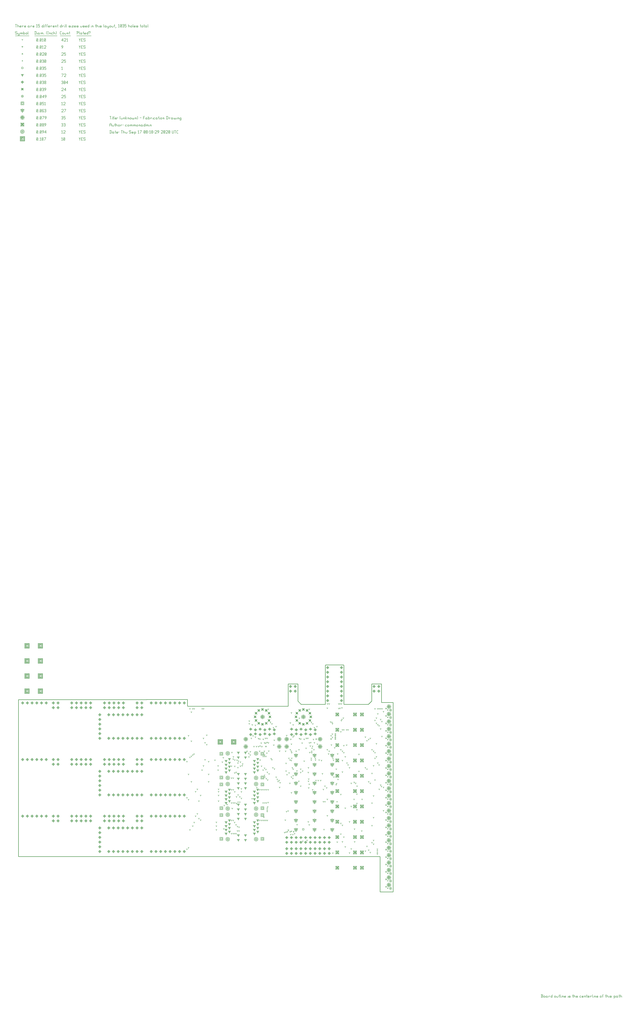
<source format=gbr>
G04 start of page 17 for group -3984 idx -3984 *
G04 Title: (unknown), fab *
G04 Creator: pcb 4.2.0 *
G04 CreationDate: Thu Sep 17 08:18:29 2020 UTC *
G04 For: commonadmin *
G04 Format: Gerber/RS-274X *
G04 PCB-Dimensions (mil): 24000.00 18000.00 *
G04 PCB-Coordinate-Origin: lower left *
%MOIN*%
%FSLAX25Y25*%
%LNFAB*%
%ADD284C,0.0100*%
%ADD283C,0.0075*%
%ADD282C,0.0060*%
%ADD281R,0.0080X0.0080*%
G54D281*X432652Y533883D02*X435852D01*
X432652D02*Y530683D01*
X435852D01*
Y533883D02*Y530683D01*
X431052Y535483D02*X437452D01*
X431052D02*Y529083D01*
X437452D01*
Y535483D02*Y529083D01*
X429452Y537083D02*X439052D01*
X429452D02*Y527483D01*
X439052D01*
Y537083D02*Y527483D01*
X460998Y533883D02*X464198D01*
X460998D02*Y530683D01*
X464198D01*
Y533883D02*Y530683D01*
X459398Y535483D02*X465798D01*
X459398D02*Y529083D01*
X465798D01*
Y535483D02*Y529083D01*
X457798Y537083D02*X467398D01*
X457798D02*Y527483D01*
X467398D01*
Y537083D02*Y527483D01*
X23054Y737600D02*X26254D01*
X23054D02*Y734400D01*
X26254D01*
Y737600D02*Y734400D01*
X21454Y739200D02*X27854D01*
X21454D02*Y732800D01*
X27854D01*
Y739200D02*Y732800D01*
X19854Y740800D02*X29454D01*
X19854D02*Y731200D01*
X29454D01*
Y740800D02*Y731200D01*
X51400Y737600D02*X54600D01*
X51400D02*Y734400D01*
X54600D01*
Y737600D02*Y734400D01*
X49800Y739200D02*X56200D01*
X49800D02*Y732800D01*
X56200D01*
Y739200D02*Y732800D01*
X48200Y740800D02*X57800D01*
X48200D02*Y731200D01*
X57800D01*
Y740800D02*Y731200D01*
X23054Y705600D02*X26254D01*
X23054D02*Y702400D01*
X26254D01*
Y705600D02*Y702400D01*
X21454Y707200D02*X27854D01*
X21454D02*Y700800D01*
X27854D01*
Y707200D02*Y700800D01*
X19854Y708800D02*X29454D01*
X19854D02*Y699200D01*
X29454D01*
Y708800D02*Y699200D01*
X51400Y705600D02*X54600D01*
X51400D02*Y702400D01*
X54600D01*
Y705600D02*Y702400D01*
X49800Y707200D02*X56200D01*
X49800D02*Y700800D01*
X56200D01*
Y707200D02*Y700800D01*
X48200Y708800D02*X57800D01*
X48200D02*Y699200D01*
X57800D01*
Y708800D02*Y699200D01*
X23054Y673600D02*X26254D01*
X23054D02*Y670400D01*
X26254D01*
Y673600D02*Y670400D01*
X21454Y675200D02*X27854D01*
X21454D02*Y668800D01*
X27854D01*
Y675200D02*Y668800D01*
X19854Y676800D02*X29454D01*
X19854D02*Y667200D01*
X29454D01*
Y676800D02*Y667200D01*
X51400Y673600D02*X54600D01*
X51400D02*Y670400D01*
X54600D01*
Y673600D02*Y670400D01*
X49800Y675200D02*X56200D01*
X49800D02*Y668800D01*
X56200D01*
Y675200D02*Y668800D01*
X48200Y676800D02*X57800D01*
X48200D02*Y667200D01*
X57800D01*
Y676800D02*Y667200D01*
X23054Y641600D02*X26254D01*
X23054D02*Y638400D01*
X26254D01*
Y641600D02*Y638400D01*
X21454Y643200D02*X27854D01*
X21454D02*Y636800D01*
X27854D01*
Y643200D02*Y636800D01*
X19854Y644800D02*X29454D01*
X19854D02*Y635200D01*
X29454D01*
Y644800D02*Y635200D01*
X51400Y641600D02*X54600D01*
X51400D02*Y638400D01*
X54600D01*
Y641600D02*Y638400D01*
X49800Y643200D02*X56200D01*
X49800D02*Y636800D01*
X56200D01*
Y643200D02*Y636800D01*
X48200Y644800D02*X57800D01*
X48200D02*Y635200D01*
X57800D01*
Y644800D02*Y635200D01*
X13400Y1812850D02*X16600D01*
X13400D02*Y1809650D01*
X16600D01*
Y1812850D02*Y1809650D01*
X11800Y1814450D02*X18200D01*
X11800D02*Y1808050D01*
X18200D01*
Y1814450D02*Y1808050D01*
X10200Y1816050D02*X19800D01*
X10200D02*Y1806450D01*
X19800D01*
Y1816050D02*Y1806450D01*
G54D282*X135000Y1813500D02*X136500Y1810500D01*
X138000Y1813500D01*
X136500Y1810500D02*Y1807500D01*
X139800Y1810800D02*X142050D01*
X139800Y1807500D02*X142800D01*
X139800Y1813500D02*Y1807500D01*
Y1813500D02*X142800D01*
X147600D02*X148350Y1812750D01*
X145350Y1813500D02*X147600D01*
X144600Y1812750D02*X145350Y1813500D01*
X144600Y1812750D02*Y1811250D01*
X145350Y1810500D01*
X147600D01*
X148350Y1809750D01*
Y1808250D01*
X147600Y1807500D02*X148350Y1808250D01*
X145350Y1807500D02*X147600D01*
X144600Y1808250D02*X145350Y1807500D01*
X98000Y1812300D02*X99200Y1813500D01*
Y1807500D01*
X98000D02*X100250D01*
X102050Y1808250D02*X102800Y1807500D01*
X102050Y1812750D02*Y1808250D01*
Y1812750D02*X102800Y1813500D01*
X104300D01*
X105050Y1812750D01*
Y1808250D01*
X104300Y1807500D02*X105050Y1808250D01*
X102800Y1807500D02*X104300D01*
X102050Y1809000D02*X105050Y1812000D01*
X45000Y1808250D02*X45750Y1807500D01*
X45000Y1812750D02*Y1808250D01*
Y1812750D02*X45750Y1813500D01*
X47250D01*
X48000Y1812750D01*
Y1808250D01*
X47250Y1807500D02*X48000Y1808250D01*
X45750Y1807500D02*X47250D01*
X45000Y1809000D02*X48000Y1812000D01*
X49800Y1807500D02*X50550D01*
X52350Y1812300D02*X53550Y1813500D01*
Y1807500D01*
X52350D02*X54600D01*
X56400Y1808250D02*X57150Y1807500D01*
X56400Y1809450D02*Y1808250D01*
Y1809450D02*X57450Y1810500D01*
X58350D01*
X59400Y1809450D01*
Y1808250D01*
X58650Y1807500D02*X59400Y1808250D01*
X57150Y1807500D02*X58650D01*
X56400Y1811550D02*X57450Y1810500D01*
X56400Y1812750D02*Y1811550D01*
Y1812750D02*X57150Y1813500D01*
X58650D01*
X59400Y1812750D01*
Y1811550D01*
X58350Y1810500D02*X59400Y1811550D01*
X61950Y1807500D02*X64950Y1813500D01*
X61200D02*X64950D01*
X509200Y377969D02*G75*G03X510800Y377969I800J0D01*G01*
G75*G03X509200Y377969I-800J0D01*G01*
X507600D02*G75*G03X512400Y377969I2400J0D01*G01*
G75*G03X507600Y377969I-2400J0D01*G01*
X506000D02*G75*G03X514000Y377969I4000J0D01*G01*
G75*G03X506000Y377969I-4000J0D01*G01*
X509200Y326000D02*G75*G03X510800Y326000I800J0D01*G01*
G75*G03X509200Y326000I-800J0D01*G01*
X507600D02*G75*G03X512400Y326000I2400J0D01*G01*
G75*G03X507600Y326000I-2400J0D01*G01*
X506000D02*G75*G03X514000Y326000I4000J0D01*G01*
G75*G03X506000Y326000I-4000J0D01*G01*
X509200Y507969D02*G75*G03X510800Y507969I800J0D01*G01*
G75*G03X509200Y507969I-800J0D01*G01*
X507600D02*G75*G03X512400Y507969I2400J0D01*G01*
G75*G03X507600Y507969I-2400J0D01*G01*
X506000D02*G75*G03X514000Y507969I4000J0D01*G01*
G75*G03X506000Y507969I-4000J0D01*G01*
X509200Y456000D02*G75*G03X510800Y456000I800J0D01*G01*
G75*G03X509200Y456000I-800J0D01*G01*
X507600D02*G75*G03X512400Y456000I2400J0D01*G01*
G75*G03X507600Y456000I-2400J0D01*G01*
X506000D02*G75*G03X514000Y456000I4000J0D01*G01*
G75*G03X506000Y456000I-4000J0D01*G01*
X509200Y442969D02*G75*G03X510800Y442969I800J0D01*G01*
G75*G03X509200Y442969I-800J0D01*G01*
X507600D02*G75*G03X512400Y442969I2400J0D01*G01*
G75*G03X507600Y442969I-2400J0D01*G01*
X506000D02*G75*G03X514000Y442969I4000J0D01*G01*
G75*G03X506000Y442969I-4000J0D01*G01*
X509200Y391000D02*G75*G03X510800Y391000I800J0D01*G01*
G75*G03X509200Y391000I-800J0D01*G01*
X507600D02*G75*G03X512400Y391000I2400J0D01*G01*
G75*G03X507600Y391000I-2400J0D01*G01*
X506000D02*G75*G03X514000Y391000I4000J0D01*G01*
G75*G03X506000Y391000I-4000J0D01*G01*
X449200Y326000D02*G75*G03X450800Y326000I800J0D01*G01*
G75*G03X449200Y326000I-800J0D01*G01*
X447600D02*G75*G03X452400Y326000I2400J0D01*G01*
G75*G03X447600Y326000I-2400J0D01*G01*
X446000D02*G75*G03X454000Y326000I4000J0D01*G01*
G75*G03X446000Y326000I-4000J0D01*G01*
X449200Y377969D02*G75*G03X450800Y377969I800J0D01*G01*
G75*G03X449200Y377969I-800J0D01*G01*
X447600D02*G75*G03X452400Y377969I2400J0D01*G01*
G75*G03X447600Y377969I-2400J0D01*G01*
X446000D02*G75*G03X454000Y377969I4000J0D01*G01*
G75*G03X446000Y377969I-4000J0D01*G01*
X449200Y456000D02*G75*G03X450800Y456000I800J0D01*G01*
G75*G03X449200Y456000I-800J0D01*G01*
X447600D02*G75*G03X452400Y456000I2400J0D01*G01*
G75*G03X447600Y456000I-2400J0D01*G01*
X446000D02*G75*G03X454000Y456000I4000J0D01*G01*
G75*G03X446000Y456000I-4000J0D01*G01*
X449200Y507969D02*G75*G03X450800Y507969I800J0D01*G01*
G75*G03X449200Y507969I-800J0D01*G01*
X447600D02*G75*G03X452400Y507969I2400J0D01*G01*
G75*G03X447600Y507969I-2400J0D01*G01*
X446000D02*G75*G03X454000Y507969I4000J0D01*G01*
G75*G03X446000Y507969I-4000J0D01*G01*
X449200Y391000D02*G75*G03X450800Y391000I800J0D01*G01*
G75*G03X449200Y391000I-800J0D01*G01*
X447600D02*G75*G03X452400Y391000I2400J0D01*G01*
G75*G03X447600Y391000I-2400J0D01*G01*
X446000D02*G75*G03X454000Y391000I4000J0D01*G01*
G75*G03X446000Y391000I-4000J0D01*G01*
X449200Y442969D02*G75*G03X450800Y442969I800J0D01*G01*
G75*G03X449200Y442969I-800J0D01*G01*
X447600D02*G75*G03X452400Y442969I2400J0D01*G01*
G75*G03X447600Y442969I-2400J0D01*G01*
X446000D02*G75*G03X454000Y442969I4000J0D01*G01*
G75*G03X446000Y442969I-4000J0D01*G01*
X14200Y1826250D02*G75*G03X15800Y1826250I800J0D01*G01*
G75*G03X14200Y1826250I-800J0D01*G01*
X12600D02*G75*G03X17400Y1826250I2400J0D01*G01*
G75*G03X12600Y1826250I-2400J0D01*G01*
X11000D02*G75*G03X19000Y1826250I4000J0D01*G01*
G75*G03X11000Y1826250I-4000J0D01*G01*
X135000Y1828500D02*X136500Y1825500D01*
X138000Y1828500D01*
X136500Y1825500D02*Y1822500D01*
X139800Y1825800D02*X142050D01*
X139800Y1822500D02*X142800D01*
X139800Y1828500D02*Y1822500D01*
Y1828500D02*X142800D01*
X147600D02*X148350Y1827750D01*
X145350Y1828500D02*X147600D01*
X144600Y1827750D02*X145350Y1828500D01*
X144600Y1827750D02*Y1826250D01*
X145350Y1825500D01*
X147600D01*
X148350Y1824750D01*
Y1823250D01*
X147600Y1822500D02*X148350Y1823250D01*
X145350Y1822500D02*X147600D01*
X144600Y1823250D02*X145350Y1822500D01*
X98000Y1827300D02*X99200Y1828500D01*
Y1822500D01*
X98000D02*X100250D01*
X102050Y1827750D02*X102800Y1828500D01*
X105050D01*
X105800Y1827750D01*
Y1826250D01*
X102050Y1822500D02*X105800Y1826250D01*
X102050Y1822500D02*X105800D01*
X45000Y1823250D02*X45750Y1822500D01*
X45000Y1827750D02*Y1823250D01*
Y1827750D02*X45750Y1828500D01*
X47250D01*
X48000Y1827750D01*
Y1823250D01*
X47250Y1822500D02*X48000Y1823250D01*
X45750Y1822500D02*X47250D01*
X45000Y1824000D02*X48000Y1827000D01*
X49800Y1822500D02*X50550D01*
X52350Y1823250D02*X53100Y1822500D01*
X52350Y1827750D02*Y1823250D01*
Y1827750D02*X53100Y1828500D01*
X54600D01*
X55350Y1827750D01*
Y1823250D01*
X54600Y1822500D02*X55350Y1823250D01*
X53100Y1822500D02*X54600D01*
X52350Y1824000D02*X55350Y1827000D01*
X57900Y1822500D02*X60150Y1825500D01*
Y1827750D02*Y1825500D01*
X59400Y1828500D02*X60150Y1827750D01*
X57900Y1828500D02*X59400D01*
X57150Y1827750D02*X57900Y1828500D01*
X57150Y1827750D02*Y1826250D01*
X57900Y1825500D01*
X60150D01*
X61950Y1824750D02*X64950Y1828500D01*
X61950Y1824750D02*X65700D01*
X64950Y1828500D02*Y1822500D01*
X730652Y334053D02*X737852Y326853D01*
X730652D02*X737852Y334053D01*
X732652Y332053D02*X735852D01*
X732652D02*Y328853D01*
X735852D01*
Y332053D02*Y328853D01*
X731052Y333653D02*X737452D01*
X731052D02*Y327253D01*
X737452D01*
Y333653D02*Y327253D01*
X730652Y366553D02*X737852Y359353D01*
X730652D02*X737852Y366553D01*
X732652Y364553D02*X735852D01*
X732652D02*Y361353D01*
X735852D01*
Y364553D02*Y361353D01*
X731052Y366153D02*X737452D01*
X731052D02*Y359753D01*
X737452D01*
Y366153D02*Y359753D01*
X730652Y399053D02*X737852Y391853D01*
X730652D02*X737852Y399053D01*
X732652Y397053D02*X735852D01*
X732652D02*Y393853D01*
X735852D01*
Y397053D02*Y393853D01*
X731052Y398653D02*X737452D01*
X731052D02*Y392253D01*
X737452D01*
Y398653D02*Y392253D01*
X730652Y431553D02*X737852Y424353D01*
X730652D02*X737852Y431553D01*
X732652Y429553D02*X735852D01*
X732652D02*Y426353D01*
X735852D01*
Y429553D02*Y426353D01*
X731052Y431153D02*X737452D01*
X731052D02*Y424753D01*
X737452D01*
Y431153D02*Y424753D01*
X730652Y464053D02*X737852Y456853D01*
X730652D02*X737852Y464053D01*
X732652Y462053D02*X735852D01*
X732652D02*Y458853D01*
X735852D01*
Y462053D02*Y458853D01*
X731052Y463653D02*X737452D01*
X731052D02*Y457253D01*
X737452D01*
Y463653D02*Y457253D01*
X730652Y496553D02*X737852Y489353D01*
X730652D02*X737852Y496553D01*
X732652Y494553D02*X735852D01*
X732652D02*Y491353D01*
X735852D01*
Y494553D02*Y491353D01*
X731052Y496153D02*X737452D01*
X731052D02*Y489753D01*
X737452D01*
Y496153D02*Y489753D01*
X730652Y529053D02*X737852Y521853D01*
X730652D02*X737852Y529053D01*
X732652Y527053D02*X735852D01*
X732652D02*Y523853D01*
X735852D01*
Y527053D02*Y523853D01*
X731052Y528653D02*X737452D01*
X731052D02*Y522253D01*
X737452D01*
Y528653D02*Y522253D01*
X730652Y561553D02*X737852Y554353D01*
X730652D02*X737852Y561553D01*
X732652Y559553D02*X735852D01*
X732652D02*Y556353D01*
X735852D01*
Y559553D02*Y556353D01*
X731052Y561153D02*X737452D01*
X731052D02*Y554753D01*
X737452D01*
Y561153D02*Y554753D01*
X730652Y594053D02*X737852Y586853D01*
X730652D02*X737852Y594053D01*
X732652Y592053D02*X735852D01*
X732652D02*Y588853D01*
X735852D01*
Y592053D02*Y588853D01*
X731052Y593653D02*X737452D01*
X731052D02*Y587253D01*
X737452D01*
Y593653D02*Y587253D01*
X730652Y301553D02*X737852Y294353D01*
X730652D02*X737852Y301553D01*
X732652Y299553D02*X735852D01*
X732652D02*Y296353D01*
X735852D01*
Y299553D02*Y296353D01*
X731052Y301153D02*X737452D01*
X731052D02*Y294753D01*
X737452D01*
Y301153D02*Y294753D01*
X730652Y269053D02*X737852Y261853D01*
X730652D02*X737852Y269053D01*
X732652Y267053D02*X735852D01*
X732652D02*Y263853D01*
X735852D01*
Y267053D02*Y263853D01*
X731052Y268653D02*X737452D01*
X731052D02*Y262253D01*
X737452D01*
Y268653D02*Y262253D01*
X678487Y334131D02*X685687Y326931D01*
X678487D02*X685687Y334131D01*
X680487Y332131D02*X683687D01*
X680487D02*Y328931D01*
X683687D01*
Y332131D02*Y328931D01*
X678887Y333731D02*X685287D01*
X678887D02*Y327331D01*
X685287D01*
Y333731D02*Y327331D01*
X678487Y366631D02*X685687Y359431D01*
X678487D02*X685687Y366631D01*
X680487Y364631D02*X683687D01*
X680487D02*Y361431D01*
X683687D01*
Y364631D02*Y361431D01*
X678887Y366231D02*X685287D01*
X678887D02*Y359831D01*
X685287D01*
Y366231D02*Y359831D01*
X678487Y399131D02*X685687Y391931D01*
X678487D02*X685687Y399131D01*
X680487Y397131D02*X683687D01*
X680487D02*Y393931D01*
X683687D01*
Y397131D02*Y393931D01*
X678887Y398731D02*X685287D01*
X678887D02*Y392331D01*
X685287D01*
Y398731D02*Y392331D01*
X678487Y431631D02*X685687Y424431D01*
X678487D02*X685687Y431631D01*
X680487Y429631D02*X683687D01*
X680487D02*Y426431D01*
X683687D01*
Y429631D02*Y426431D01*
X678887Y431231D02*X685287D01*
X678887D02*Y424831D01*
X685287D01*
Y431231D02*Y424831D01*
X678487Y464131D02*X685687Y456931D01*
X678487D02*X685687Y464131D01*
X680487Y462131D02*X683687D01*
X680487D02*Y458931D01*
X683687D01*
Y462131D02*Y458931D01*
X678887Y463731D02*X685287D01*
X678887D02*Y457331D01*
X685287D01*
Y463731D02*Y457331D01*
X678487Y496631D02*X685687Y489431D01*
X678487D02*X685687Y496631D01*
X680487Y494631D02*X683687D01*
X680487D02*Y491431D01*
X683687D01*
Y494631D02*Y491431D01*
X678887Y496231D02*X685287D01*
X678887D02*Y489831D01*
X685287D01*
Y496231D02*Y489831D01*
X678487Y529131D02*X685687Y521931D01*
X678487D02*X685687Y529131D01*
X680487Y527131D02*X683687D01*
X680487D02*Y523931D01*
X683687D01*
Y527131D02*Y523931D01*
X678887Y528731D02*X685287D01*
X678887D02*Y522331D01*
X685287D01*
Y528731D02*Y522331D01*
X678487Y561631D02*X685687Y554431D01*
X678487D02*X685687Y561631D01*
X680487Y559631D02*X683687D01*
X680487D02*Y556431D01*
X683687D01*
Y559631D02*Y556431D01*
X678887Y561231D02*X685287D01*
X678887D02*Y554831D01*
X685287D01*
Y561231D02*Y554831D01*
X678487Y594131D02*X685687Y586931D01*
X678487D02*X685687Y594131D01*
X680487Y592131D02*X683687D01*
X680487D02*Y588931D01*
X683687D01*
Y592131D02*Y588931D01*
X678887Y593731D02*X685287D01*
X678887D02*Y587331D01*
X685287D01*
Y593731D02*Y587331D01*
X678487Y301631D02*X685687Y294431D01*
X678487D02*X685687Y301631D01*
X680487Y299631D02*X683687D01*
X680487D02*Y296431D01*
X683687D01*
Y299631D02*Y296431D01*
X678887Y301231D02*X685287D01*
X678887D02*Y294831D01*
X685287D01*
Y301231D02*Y294831D01*
X678487Y269131D02*X685687Y261931D01*
X678487D02*X685687Y269131D01*
X680487Y267131D02*X683687D01*
X680487D02*Y263931D01*
X683687D01*
Y267131D02*Y263931D01*
X678887Y268731D02*X685287D01*
X678887D02*Y262331D01*
X685287D01*
Y268731D02*Y262331D01*
X715888Y334053D02*X723088Y326853D01*
X715888D02*X723088Y334053D01*
X717888Y332053D02*X721088D01*
X717888D02*Y328853D01*
X721088D01*
Y332053D02*Y328853D01*
X716288Y333653D02*X722688D01*
X716288D02*Y327253D01*
X722688D01*
Y333653D02*Y327253D01*
X715888Y366553D02*X723088Y359353D01*
X715888D02*X723088Y366553D01*
X717888Y364553D02*X721088D01*
X717888D02*Y361353D01*
X721088D01*
Y364553D02*Y361353D01*
X716288Y366153D02*X722688D01*
X716288D02*Y359753D01*
X722688D01*
Y366153D02*Y359753D01*
X715888Y399053D02*X723088Y391853D01*
X715888D02*X723088Y399053D01*
X717888Y397053D02*X721088D01*
X717888D02*Y393853D01*
X721088D01*
Y397053D02*Y393853D01*
X716288Y398653D02*X722688D01*
X716288D02*Y392253D01*
X722688D01*
Y398653D02*Y392253D01*
X715888Y431553D02*X723088Y424353D01*
X715888D02*X723088Y431553D01*
X717888Y429553D02*X721088D01*
X717888D02*Y426353D01*
X721088D01*
Y429553D02*Y426353D01*
X716288Y431153D02*X722688D01*
X716288D02*Y424753D01*
X722688D01*
Y431153D02*Y424753D01*
X715888Y464053D02*X723088Y456853D01*
X715888D02*X723088Y464053D01*
X717888Y462053D02*X721088D01*
X717888D02*Y458853D01*
X721088D01*
Y462053D02*Y458853D01*
X716288Y463653D02*X722688D01*
X716288D02*Y457253D01*
X722688D01*
Y463653D02*Y457253D01*
X715888Y496553D02*X723088Y489353D01*
X715888D02*X723088Y496553D01*
X717888Y494553D02*X721088D01*
X717888D02*Y491353D01*
X721088D01*
Y494553D02*Y491353D01*
X716288Y496153D02*X722688D01*
X716288D02*Y489753D01*
X722688D01*
Y496153D02*Y489753D01*
X715888Y529053D02*X723088Y521853D01*
X715888D02*X723088Y529053D01*
X717888Y527053D02*X721088D01*
X717888D02*Y523853D01*
X721088D01*
Y527053D02*Y523853D01*
X716288Y528653D02*X722688D01*
X716288D02*Y522253D01*
X722688D01*
Y528653D02*Y522253D01*
X715888Y561553D02*X723088Y554353D01*
X715888D02*X723088Y561553D01*
X717888Y559553D02*X721088D01*
X717888D02*Y556353D01*
X721088D01*
Y559553D02*Y556353D01*
X716288Y561153D02*X722688D01*
X716288D02*Y554753D01*
X722688D01*
Y561153D02*Y554753D01*
X715888Y594053D02*X723088Y586853D01*
X715888D02*X723088Y594053D01*
X717888Y592053D02*X721088D01*
X717888D02*Y588853D01*
X721088D01*
Y592053D02*Y588853D01*
X716288Y593653D02*X722688D01*
X716288D02*Y587253D01*
X722688D01*
Y593653D02*Y587253D01*
X715888Y301553D02*X723088Y294353D01*
X715888D02*X723088Y301553D01*
X717888Y299553D02*X721088D01*
X717888D02*Y296353D01*
X721088D01*
Y299553D02*Y296353D01*
X716288Y301153D02*X722688D01*
X716288D02*Y294753D01*
X722688D01*
Y301153D02*Y294753D01*
X715888Y269053D02*X723088Y261853D01*
X715888D02*X723088Y269053D01*
X717888Y267053D02*X721088D01*
X717888D02*Y263853D01*
X721088D01*
Y267053D02*Y263853D01*
X716288Y268653D02*X722688D01*
X716288D02*Y262253D01*
X722688D01*
Y268653D02*Y262253D01*
X11400Y1844850D02*X18600Y1837650D01*
X11400D02*X18600Y1844850D01*
X13400Y1842850D02*X16600D01*
X13400D02*Y1839650D01*
X16600D01*
Y1842850D02*Y1839650D01*
X11800Y1844450D02*X18200D01*
X11800D02*Y1838050D01*
X18200D01*
Y1844450D02*Y1838050D01*
X135000Y1843500D02*X136500Y1840500D01*
X138000Y1843500D01*
X136500Y1840500D02*Y1837500D01*
X139800Y1840800D02*X142050D01*
X139800Y1837500D02*X142800D01*
X139800Y1843500D02*Y1837500D01*
Y1843500D02*X142800D01*
X147600D02*X148350Y1842750D01*
X145350Y1843500D02*X147600D01*
X144600Y1842750D02*X145350Y1843500D01*
X144600Y1842750D02*Y1841250D01*
X145350Y1840500D01*
X147600D01*
X148350Y1839750D01*
Y1838250D01*
X147600Y1837500D02*X148350Y1838250D01*
X145350Y1837500D02*X147600D01*
X144600Y1838250D02*X145350Y1837500D01*
X98000Y1842750D02*X98750Y1843500D01*
X100250D01*
X101000Y1842750D01*
X100250Y1837500D02*X101000Y1838250D01*
X98750Y1837500D02*X100250D01*
X98000Y1838250D02*X98750Y1837500D01*
Y1840800D02*X100250D01*
X101000Y1842750D02*Y1841550D01*
Y1840050D02*Y1838250D01*
Y1840050D02*X100250Y1840800D01*
X101000Y1841550D02*X100250Y1840800D01*
X102800Y1842750D02*X103550Y1843500D01*
X105050D01*
X105800Y1842750D01*
X105050Y1837500D02*X105800Y1838250D01*
X103550Y1837500D02*X105050D01*
X102800Y1838250D02*X103550Y1837500D01*
Y1840800D02*X105050D01*
X105800Y1842750D02*Y1841550D01*
Y1840050D02*Y1838250D01*
Y1840050D02*X105050Y1840800D01*
X105800Y1841550D02*X105050Y1840800D01*
X45000Y1838250D02*X45750Y1837500D01*
X45000Y1842750D02*Y1838250D01*
Y1842750D02*X45750Y1843500D01*
X47250D01*
X48000Y1842750D01*
Y1838250D01*
X47250Y1837500D02*X48000Y1838250D01*
X45750Y1837500D02*X47250D01*
X45000Y1839000D02*X48000Y1842000D01*
X49800Y1837500D02*X50550D01*
X52350Y1838250D02*X53100Y1837500D01*
X52350Y1842750D02*Y1838250D01*
Y1842750D02*X53100Y1843500D01*
X54600D01*
X55350Y1842750D01*
Y1838250D01*
X54600Y1837500D02*X55350Y1838250D01*
X53100Y1837500D02*X54600D01*
X52350Y1839000D02*X55350Y1842000D01*
X57150Y1838250D02*X57900Y1837500D01*
X57150Y1839450D02*Y1838250D01*
Y1839450D02*X58200Y1840500D01*
X59100D01*
X60150Y1839450D01*
Y1838250D01*
X59400Y1837500D02*X60150Y1838250D01*
X57900Y1837500D02*X59400D01*
X57150Y1841550D02*X58200Y1840500D01*
X57150Y1842750D02*Y1841550D01*
Y1842750D02*X57900Y1843500D01*
X59400D01*
X60150Y1842750D01*
Y1841550D01*
X59100Y1840500D02*X60150Y1841550D01*
X62700Y1837500D02*X64950Y1840500D01*
Y1842750D02*Y1840500D01*
X64200Y1843500D02*X64950Y1842750D01*
X62700Y1843500D02*X64200D01*
X61950Y1842750D02*X62700Y1843500D01*
X61950Y1842750D02*Y1841250D01*
X62700Y1840500D01*
X64950D01*
X791339Y611887D02*Y602287D01*
X786539Y607087D02*X796139D01*
X789739Y608687D02*X792939D01*
X789739D02*Y605487D01*
X792939D01*
Y608687D02*Y605487D01*
X788139Y610287D02*X794539D01*
X788139D02*Y603887D01*
X794539D01*
Y610287D02*Y603887D01*
X791339Y596139D02*Y586539D01*
X786539Y591339D02*X796139D01*
X789739Y592939D02*X792939D01*
X789739D02*Y589739D01*
X792939D01*
Y592939D02*Y589739D01*
X788139Y594539D02*X794539D01*
X788139D02*Y588139D01*
X794539D01*
Y594539D02*Y588139D01*
X791339Y580391D02*Y570791D01*
X786539Y575591D02*X796139D01*
X789739Y577191D02*X792939D01*
X789739D02*Y573991D01*
X792939D01*
Y577191D02*Y573991D01*
X788139Y578791D02*X794539D01*
X788139D02*Y572391D01*
X794539D01*
Y578791D02*Y572391D01*
X791339Y564643D02*Y555043D01*
X786539Y559843D02*X796139D01*
X789739Y561443D02*X792939D01*
X789739D02*Y558243D01*
X792939D01*
Y561443D02*Y558243D01*
X788139Y563043D02*X794539D01*
X788139D02*Y556643D01*
X794539D01*
Y563043D02*Y556643D01*
X791339Y233934D02*Y224334D01*
X786539Y229134D02*X796139D01*
X789739Y230734D02*X792939D01*
X789739D02*Y227534D01*
X792939D01*
Y230734D02*Y227534D01*
X788139Y232334D02*X794539D01*
X788139D02*Y225934D01*
X794539D01*
Y232334D02*Y225934D01*
X791339Y375666D02*Y366066D01*
X786539Y370866D02*X796139D01*
X789739Y372466D02*X792939D01*
X789739D02*Y369266D01*
X792939D01*
Y372466D02*Y369266D01*
X788139Y374066D02*X794539D01*
X788139D02*Y367666D01*
X794539D01*
Y374066D02*Y367666D01*
X791339Y359918D02*Y350318D01*
X786539Y355118D02*X796139D01*
X789739Y356718D02*X792939D01*
X789739D02*Y353518D01*
X792939D01*
Y356718D02*Y353518D01*
X788139Y358318D02*X794539D01*
X788139D02*Y351918D01*
X794539D01*
Y358318D02*Y351918D01*
X791339Y344170D02*Y334570D01*
X786539Y339370D02*X796139D01*
X789739Y340970D02*X792939D01*
X789739D02*Y337770D01*
X792939D01*
Y340970D02*Y337770D01*
X788139Y342570D02*X794539D01*
X788139D02*Y336170D01*
X794539D01*
Y342570D02*Y336170D01*
X791339Y485902D02*Y476302D01*
X786539Y481102D02*X796139D01*
X789739Y482702D02*X792939D01*
X789739D02*Y479502D01*
X792939D01*
Y482702D02*Y479502D01*
X788139Y484302D02*X794539D01*
X788139D02*Y477902D01*
X794539D01*
Y484302D02*Y477902D01*
X791339Y470154D02*Y460554D01*
X786539Y465354D02*X796139D01*
X789739Y466954D02*X792939D01*
X789739D02*Y463754D01*
X792939D01*
Y466954D02*Y463754D01*
X788139Y468554D02*X794539D01*
X788139D02*Y462154D01*
X794539D01*
Y468554D02*Y462154D01*
X791339Y454406D02*Y444806D01*
X786539Y449606D02*X796139D01*
X789739Y451206D02*X792939D01*
X789739D02*Y448006D01*
X792939D01*
Y451206D02*Y448006D01*
X788139Y452806D02*X794539D01*
X788139D02*Y446406D01*
X794539D01*
Y452806D02*Y446406D01*
X791339Y438658D02*Y429058D01*
X786539Y433858D02*X796139D01*
X789739Y435458D02*X792939D01*
X789739D02*Y432258D01*
X792939D01*
Y435458D02*Y432258D01*
X788139Y437058D02*X794539D01*
X788139D02*Y430658D01*
X794539D01*
Y437058D02*Y430658D01*
X791339Y422910D02*Y413310D01*
X786539Y418110D02*X796139D01*
X789739Y419710D02*X792939D01*
X789739D02*Y416510D01*
X792939D01*
Y419710D02*Y416510D01*
X788139Y421310D02*X794539D01*
X788139D02*Y414910D01*
X794539D01*
Y421310D02*Y414910D01*
X791339Y407162D02*Y397562D01*
X786539Y402362D02*X796139D01*
X789739Y403962D02*X792939D01*
X789739D02*Y400762D01*
X792939D01*
Y403962D02*Y400762D01*
X788139Y405562D02*X794539D01*
X788139D02*Y399162D01*
X794539D01*
Y405562D02*Y399162D01*
X791339Y328422D02*Y318822D01*
X786539Y323622D02*X796139D01*
X789739Y325222D02*X792939D01*
X789739D02*Y322022D01*
X792939D01*
Y325222D02*Y322022D01*
X788139Y326822D02*X794539D01*
X788139D02*Y320422D01*
X794539D01*
Y326822D02*Y320422D01*
X791339Y312674D02*Y303074D01*
X786539Y307874D02*X796139D01*
X789739Y309474D02*X792939D01*
X789739D02*Y306274D01*
X792939D01*
Y309474D02*Y306274D01*
X788139Y311074D02*X794539D01*
X788139D02*Y304674D01*
X794539D01*
Y311074D02*Y304674D01*
X791339Y296926D02*Y287326D01*
X786539Y292126D02*X796139D01*
X789739Y293726D02*X792939D01*
X789739D02*Y290526D01*
X792939D01*
Y293726D02*Y290526D01*
X788139Y295326D02*X794539D01*
X788139D02*Y288926D01*
X794539D01*
Y295326D02*Y288926D01*
X791339Y281178D02*Y271578D01*
X786539Y276378D02*X796139D01*
X789739Y277978D02*X792939D01*
X789739D02*Y274778D01*
X792939D01*
Y277978D02*Y274778D01*
X788139Y279578D02*X794539D01*
X788139D02*Y273178D01*
X794539D01*
Y279578D02*Y273178D01*
X791339Y265430D02*Y255830D01*
X786539Y260630D02*X796139D01*
X789739Y262230D02*X792939D01*
X789739D02*Y259030D01*
X792939D01*
Y262230D02*Y259030D01*
X788139Y263830D02*X794539D01*
X788139D02*Y257430D01*
X794539D01*
Y263830D02*Y257430D01*
X791339Y249682D02*Y240082D01*
X786539Y244882D02*X796139D01*
X789739Y246482D02*X792939D01*
X789739D02*Y243282D01*
X792939D01*
Y246482D02*Y243282D01*
X788139Y248082D02*X794539D01*
X788139D02*Y241682D01*
X794539D01*
Y248082D02*Y241682D01*
X791339Y391414D02*Y381814D01*
X786539Y386614D02*X796139D01*
X789739Y388214D02*X792939D01*
X789739D02*Y385014D01*
X792939D01*
Y388214D02*Y385014D01*
X788139Y389814D02*X794539D01*
X788139D02*Y383414D01*
X794539D01*
Y389814D02*Y383414D01*
X791339Y501650D02*Y492050D01*
X786539Y496850D02*X796139D01*
X789739Y498450D02*X792939D01*
X789739D02*Y495250D01*
X792939D01*
Y498450D02*Y495250D01*
X788139Y500050D02*X794539D01*
X788139D02*Y493650D01*
X794539D01*
Y500050D02*Y493650D01*
X791339Y517398D02*Y507798D01*
X786539Y512598D02*X796139D01*
X789739Y514198D02*X792939D01*
X789739D02*Y510998D01*
X792939D01*
Y514198D02*Y510998D01*
X788139Y515798D02*X794539D01*
X788139D02*Y509398D01*
X794539D01*
Y515798D02*Y509398D01*
X791339Y533146D02*Y523546D01*
X786539Y528346D02*X796139D01*
X789739Y529946D02*X792939D01*
X789739D02*Y526746D01*
X792939D01*
Y529946D02*Y526746D01*
X788139Y531546D02*X794539D01*
X788139D02*Y525146D01*
X794539D01*
Y531546D02*Y525146D01*
X791339Y548894D02*Y539294D01*
X786539Y544094D02*X796139D01*
X789739Y545694D02*X792939D01*
X789739D02*Y542494D01*
X792939D01*
Y545694D02*Y542494D01*
X788139Y547294D02*X794539D01*
X788139D02*Y540894D01*
X794539D01*
Y547294D02*Y540894D01*
X523622Y590233D02*Y580633D01*
X518822Y585433D02*X528422D01*
X522022Y587033D02*X525222D01*
X522022D02*Y583833D01*
X525222D01*
Y587033D02*Y583833D01*
X520422Y588633D02*X526822D01*
X520422D02*Y582233D01*
X526822D01*
Y588633D02*Y582233D01*
X488189Y527241D02*Y517641D01*
X483389Y522441D02*X492989D01*
X486589Y524041D02*X489789D01*
X486589D02*Y520841D01*
X489789D01*
Y524041D02*Y520841D01*
X484989Y525641D02*X491389D01*
X484989D02*Y519241D01*
X491389D01*
Y525641D02*Y519241D01*
X488189Y542989D02*Y533389D01*
X483389Y538189D02*X492989D01*
X486589Y539789D02*X489789D01*
X486589D02*Y536589D01*
X489789D01*
Y539789D02*Y536589D01*
X484989Y541389D02*X491389D01*
X484989D02*Y534989D01*
X491389D01*
Y541389D02*Y534989D01*
X559055Y542989D02*Y533389D01*
X554255Y538189D02*X563855D01*
X557455Y539789D02*X560655D01*
X557455D02*Y536589D01*
X560655D01*
Y539789D02*Y536589D01*
X555855Y541389D02*X562255D01*
X555855D02*Y534989D01*
X562255D01*
Y541389D02*Y534989D01*
X559055Y527241D02*Y517641D01*
X554255Y522441D02*X563855D01*
X557455Y524041D02*X560655D01*
X557455D02*Y520841D01*
X560655D01*
Y524041D02*Y520841D01*
X555855Y525641D02*X562255D01*
X555855D02*Y519241D01*
X562255D01*
Y525641D02*Y519241D01*
X574803Y527241D02*Y517641D01*
X570003Y522441D02*X579603D01*
X573203Y524041D02*X576403D01*
X573203D02*Y520841D01*
X576403D01*
Y524041D02*Y520841D01*
X571603Y525641D02*X578003D01*
X571603D02*Y519241D01*
X578003D01*
Y525641D02*Y519241D01*
X574803Y542989D02*Y533389D01*
X570003Y538189D02*X579603D01*
X573203Y539789D02*X576403D01*
X573203D02*Y536589D01*
X576403D01*
Y539789D02*Y536589D01*
X571603Y541389D02*X578003D01*
X571603D02*Y534989D01*
X578003D01*
Y541389D02*Y534989D01*
X645669Y542989D02*Y533389D01*
X640869Y538189D02*X650469D01*
X644069Y539789D02*X647269D01*
X644069D02*Y536589D01*
X647269D01*
Y539789D02*Y536589D01*
X642469Y541389D02*X648869D01*
X642469D02*Y534989D01*
X648869D01*
Y541389D02*Y534989D01*
X645669Y527241D02*Y517641D01*
X640869Y522441D02*X650469D01*
X644069Y524041D02*X647269D01*
X644069D02*Y520841D01*
X647269D01*
Y524041D02*Y520841D01*
X642469Y525641D02*X648869D01*
X642469D02*Y519241D01*
X648869D01*
Y525641D02*Y519241D01*
X610236Y590233D02*Y580633D01*
X605436Y585433D02*X615036D01*
X608636Y587033D02*X611836D01*
X608636D02*Y583833D01*
X611836D01*
Y587033D02*Y583833D01*
X607036Y588633D02*X613436D01*
X607036D02*Y582233D01*
X613436D01*
Y588633D02*Y582233D01*
X15000Y1861050D02*Y1851450D01*
X10200Y1856250D02*X19800D01*
X13400Y1857850D02*X16600D01*
X13400D02*Y1854650D01*
X16600D01*
Y1857850D02*Y1854650D01*
X11800Y1859450D02*X18200D01*
X11800D02*Y1853050D01*
X18200D01*
Y1859450D02*Y1853050D01*
X135000Y1858500D02*X136500Y1855500D01*
X138000Y1858500D01*
X136500Y1855500D02*Y1852500D01*
X139800Y1855800D02*X142050D01*
X139800Y1852500D02*X142800D01*
X139800Y1858500D02*Y1852500D01*
Y1858500D02*X142800D01*
X147600D02*X148350Y1857750D01*
X145350Y1858500D02*X147600D01*
X144600Y1857750D02*X145350Y1858500D01*
X144600Y1857750D02*Y1856250D01*
X145350Y1855500D01*
X147600D01*
X148350Y1854750D01*
Y1853250D01*
X147600Y1852500D02*X148350Y1853250D01*
X145350Y1852500D02*X147600D01*
X144600Y1853250D02*X145350Y1852500D01*
X98000Y1857750D02*X98750Y1858500D01*
X100250D01*
X101000Y1857750D01*
X100250Y1852500D02*X101000Y1853250D01*
X98750Y1852500D02*X100250D01*
X98000Y1853250D02*X98750Y1852500D01*
Y1855800D02*X100250D01*
X101000Y1857750D02*Y1856550D01*
Y1855050D02*Y1853250D01*
Y1855050D02*X100250Y1855800D01*
X101000Y1856550D02*X100250Y1855800D01*
X102800Y1858500D02*X105800D01*
X102800D02*Y1855500D01*
X103550Y1856250D01*
X105050D01*
X105800Y1855500D01*
Y1853250D01*
X105050Y1852500D02*X105800Y1853250D01*
X103550Y1852500D02*X105050D01*
X102800Y1853250D02*X103550Y1852500D01*
X45000Y1853250D02*X45750Y1852500D01*
X45000Y1857750D02*Y1853250D01*
Y1857750D02*X45750Y1858500D01*
X47250D01*
X48000Y1857750D01*
Y1853250D01*
X47250Y1852500D02*X48000Y1853250D01*
X45750Y1852500D02*X47250D01*
X45000Y1854000D02*X48000Y1857000D01*
X49800Y1852500D02*X50550D01*
X52350Y1853250D02*X53100Y1852500D01*
X52350Y1857750D02*Y1853250D01*
Y1857750D02*X53100Y1858500D01*
X54600D01*
X55350Y1857750D01*
Y1853250D01*
X54600Y1852500D02*X55350Y1853250D01*
X53100Y1852500D02*X54600D01*
X52350Y1854000D02*X55350Y1857000D01*
X57900Y1852500D02*X60900Y1858500D01*
X57150D02*X60900D01*
X63450Y1852500D02*X65700Y1855500D01*
Y1857750D02*Y1855500D01*
X64950Y1858500D02*X65700Y1857750D01*
X63450Y1858500D02*X64950D01*
X62700Y1857750D02*X63450Y1858500D01*
X62700Y1857750D02*Y1856250D01*
X63450Y1855500D01*
X65700D01*
X633858Y503740D02*Y498940D01*
Y503740D02*X638018Y506140D01*
X633858Y503740D02*X629698Y506140D01*
X632258Y503740D02*G75*G03X635458Y503740I1600J0D01*G01*
G75*G03X632258Y503740I-1600J0D01*G01*
X630658D02*G75*G03X637058Y503740I3200J0D01*G01*
G75*G03X630658Y503740I-3200J0D01*G01*
X633858Y484055D02*Y479255D01*
Y484055D02*X638018Y486455D01*
X633858Y484055D02*X629698Y486455D01*
X632258Y484055D02*G75*G03X635458Y484055I1600J0D01*G01*
G75*G03X632258Y484055I-1600J0D01*G01*
X630658D02*G75*G03X637058Y484055I3200J0D01*G01*
G75*G03X630658Y484055I-3200J0D01*G01*
X633858Y464370D02*Y459570D01*
Y464370D02*X638018Y466770D01*
X633858Y464370D02*X629698Y466770D01*
X632258Y464370D02*G75*G03X635458Y464370I1600J0D01*G01*
G75*G03X632258Y464370I-1600J0D01*G01*
X630658D02*G75*G03X637058Y464370I3200J0D01*G01*
G75*G03X630658Y464370I-3200J0D01*G01*
X633858Y444685D02*Y439885D01*
Y444685D02*X638018Y447085D01*
X633858Y444685D02*X629698Y447085D01*
X632258Y444685D02*G75*G03X635458Y444685I1600J0D01*G01*
G75*G03X632258Y444685I-1600J0D01*G01*
X630658D02*G75*G03X637058Y444685I3200J0D01*G01*
G75*G03X630658Y444685I-3200J0D01*G01*
X633858Y425000D02*Y420200D01*
Y425000D02*X638018Y427400D01*
X633858Y425000D02*X629698Y427400D01*
X632258Y425000D02*G75*G03X635458Y425000I1600J0D01*G01*
G75*G03X632258Y425000I-1600J0D01*G01*
X630658D02*G75*G03X637058Y425000I3200J0D01*G01*
G75*G03X630658Y425000I-3200J0D01*G01*
X633858Y405315D02*Y400515D01*
Y405315D02*X638018Y407715D01*
X633858Y405315D02*X629698Y407715D01*
X632258Y405315D02*G75*G03X635458Y405315I1600J0D01*G01*
G75*G03X632258Y405315I-1600J0D01*G01*
X630658D02*G75*G03X637058Y405315I3200J0D01*G01*
G75*G03X630658Y405315I-3200J0D01*G01*
X633858Y385630D02*Y380830D01*
Y385630D02*X638018Y388030D01*
X633858Y385630D02*X629698Y388030D01*
X632258Y385630D02*G75*G03X635458Y385630I1600J0D01*G01*
G75*G03X632258Y385630I-1600J0D01*G01*
X630658D02*G75*G03X637058Y385630I3200J0D01*G01*
G75*G03X630658Y385630I-3200J0D01*G01*
X633858Y365945D02*Y361145D01*
Y365945D02*X638018Y368345D01*
X633858Y365945D02*X629698Y368345D01*
X632258Y365945D02*G75*G03X635458Y365945I1600J0D01*G01*
G75*G03X632258Y365945I-1600J0D01*G01*
X630658D02*G75*G03X637058Y365945I3200J0D01*G01*
G75*G03X630658Y365945I-3200J0D01*G01*
X633858Y346260D02*Y341460D01*
Y346260D02*X638018Y348660D01*
X633858Y346260D02*X629698Y348660D01*
X632258Y346260D02*G75*G03X635458Y346260I1600J0D01*G01*
G75*G03X632258Y346260I-1600J0D01*G01*
X630658D02*G75*G03X637058Y346260I3200J0D01*G01*
G75*G03X630658Y346260I-3200J0D01*G01*
X594488Y503740D02*Y498940D01*
Y503740D02*X598648Y506140D01*
X594488Y503740D02*X590328Y506140D01*
X592888Y503740D02*G75*G03X596088Y503740I1600J0D01*G01*
G75*G03X592888Y503740I-1600J0D01*G01*
X591288D02*G75*G03X597688Y503740I3200J0D01*G01*
G75*G03X591288Y503740I-3200J0D01*G01*
X594488Y484055D02*Y479255D01*
Y484055D02*X598648Y486455D01*
X594488Y484055D02*X590328Y486455D01*
X592888Y484055D02*G75*G03X596088Y484055I1600J0D01*G01*
G75*G03X592888Y484055I-1600J0D01*G01*
X591288D02*G75*G03X597688Y484055I3200J0D01*G01*
G75*G03X591288Y484055I-3200J0D01*G01*
X594488Y464370D02*Y459570D01*
Y464370D02*X598648Y466770D01*
X594488Y464370D02*X590328Y466770D01*
X592888Y464370D02*G75*G03X596088Y464370I1600J0D01*G01*
G75*G03X592888Y464370I-1600J0D01*G01*
X591288D02*G75*G03X597688Y464370I3200J0D01*G01*
G75*G03X591288Y464370I-3200J0D01*G01*
X594488Y444685D02*Y439885D01*
Y444685D02*X598648Y447085D01*
X594488Y444685D02*X590328Y447085D01*
X592888Y444685D02*G75*G03X596088Y444685I1600J0D01*G01*
G75*G03X592888Y444685I-1600J0D01*G01*
X591288D02*G75*G03X597688Y444685I3200J0D01*G01*
G75*G03X591288Y444685I-3200J0D01*G01*
X594488Y425000D02*Y420200D01*
Y425000D02*X598648Y427400D01*
X594488Y425000D02*X590328Y427400D01*
X592888Y425000D02*G75*G03X596088Y425000I1600J0D01*G01*
G75*G03X592888Y425000I-1600J0D01*G01*
X591288D02*G75*G03X597688Y425000I3200J0D01*G01*
G75*G03X591288Y425000I-3200J0D01*G01*
X594488Y405315D02*Y400515D01*
Y405315D02*X598648Y407715D01*
X594488Y405315D02*X590328Y407715D01*
X592888Y405315D02*G75*G03X596088Y405315I1600J0D01*G01*
G75*G03X592888Y405315I-1600J0D01*G01*
X591288D02*G75*G03X597688Y405315I3200J0D01*G01*
G75*G03X591288Y405315I-3200J0D01*G01*
X594488Y385630D02*Y380830D01*
Y385630D02*X598648Y388030D01*
X594488Y385630D02*X590328Y388030D01*
X592888Y385630D02*G75*G03X596088Y385630I1600J0D01*G01*
G75*G03X592888Y385630I-1600J0D01*G01*
X591288D02*G75*G03X597688Y385630I3200J0D01*G01*
G75*G03X591288Y385630I-3200J0D01*G01*
X594488Y365945D02*Y361145D01*
Y365945D02*X598648Y368345D01*
X594488Y365945D02*X590328Y368345D01*
X592888Y365945D02*G75*G03X596088Y365945I1600J0D01*G01*
G75*G03X592888Y365945I-1600J0D01*G01*
X591288D02*G75*G03X597688Y365945I3200J0D01*G01*
G75*G03X591288Y365945I-3200J0D01*G01*
X594488Y346260D02*Y341460D01*
Y346260D02*X598648Y348660D01*
X594488Y346260D02*X590328Y348660D01*
X592888Y346260D02*G75*G03X596088Y346260I1600J0D01*G01*
G75*G03X592888Y346260I-1600J0D01*G01*
X591288D02*G75*G03X597688Y346260I3200J0D01*G01*
G75*G03X591288Y346260I-3200J0D01*G01*
X671260Y503740D02*Y498940D01*
Y503740D02*X675420Y506140D01*
X671260Y503740D02*X667100Y506140D01*
X669660Y503740D02*G75*G03X672860Y503740I1600J0D01*G01*
G75*G03X669660Y503740I-1600J0D01*G01*
X668060D02*G75*G03X674460Y503740I3200J0D01*G01*
G75*G03X668060Y503740I-3200J0D01*G01*
X671260Y484055D02*Y479255D01*
Y484055D02*X675420Y486455D01*
X671260Y484055D02*X667100Y486455D01*
X669660Y484055D02*G75*G03X672860Y484055I1600J0D01*G01*
G75*G03X669660Y484055I-1600J0D01*G01*
X668060D02*G75*G03X674460Y484055I3200J0D01*G01*
G75*G03X668060Y484055I-3200J0D01*G01*
X671260Y464370D02*Y459570D01*
Y464370D02*X675420Y466770D01*
X671260Y464370D02*X667100Y466770D01*
X669660Y464370D02*G75*G03X672860Y464370I1600J0D01*G01*
G75*G03X669660Y464370I-1600J0D01*G01*
X668060D02*G75*G03X674460Y464370I3200J0D01*G01*
G75*G03X668060Y464370I-3200J0D01*G01*
X671260Y444685D02*Y439885D01*
Y444685D02*X675420Y447085D01*
X671260Y444685D02*X667100Y447085D01*
X669660Y444685D02*G75*G03X672860Y444685I1600J0D01*G01*
G75*G03X669660Y444685I-1600J0D01*G01*
X668060D02*G75*G03X674460Y444685I3200J0D01*G01*
G75*G03X668060Y444685I-3200J0D01*G01*
X671260Y425000D02*Y420200D01*
Y425000D02*X675420Y427400D01*
X671260Y425000D02*X667100Y427400D01*
X669660Y425000D02*G75*G03X672860Y425000I1600J0D01*G01*
G75*G03X669660Y425000I-1600J0D01*G01*
X668060D02*G75*G03X674460Y425000I3200J0D01*G01*
G75*G03X668060Y425000I-3200J0D01*G01*
X671260Y405315D02*Y400515D01*
Y405315D02*X675420Y407715D01*
X671260Y405315D02*X667100Y407715D01*
X669660Y405315D02*G75*G03X672860Y405315I1600J0D01*G01*
G75*G03X669660Y405315I-1600J0D01*G01*
X668060D02*G75*G03X674460Y405315I3200J0D01*G01*
G75*G03X668060Y405315I-3200J0D01*G01*
X671260Y385630D02*Y380830D01*
Y385630D02*X675420Y388030D01*
X671260Y385630D02*X667100Y388030D01*
X669660Y385630D02*G75*G03X672860Y385630I1600J0D01*G01*
G75*G03X669660Y385630I-1600J0D01*G01*
X668060D02*G75*G03X674460Y385630I3200J0D01*G01*
G75*G03X668060Y385630I-3200J0D01*G01*
X671260Y365945D02*Y361145D01*
Y365945D02*X675420Y368345D01*
X671260Y365945D02*X667100Y368345D01*
X669660Y365945D02*G75*G03X672860Y365945I1600J0D01*G01*
G75*G03X669660Y365945I-1600J0D01*G01*
X668060D02*G75*G03X674460Y365945I3200J0D01*G01*
G75*G03X668060Y365945I-3200J0D01*G01*
X671260Y346260D02*Y341460D01*
Y346260D02*X675420Y348660D01*
X671260Y346260D02*X667100Y348660D01*
X669660Y346260D02*G75*G03X672860Y346260I1600J0D01*G01*
G75*G03X669660Y346260I-1600J0D01*G01*
X668060D02*G75*G03X674460Y346260I3200J0D01*G01*
G75*G03X668060Y346260I-3200J0D01*G01*
X15000Y1871250D02*Y1866450D01*
Y1871250D02*X19160Y1873650D01*
X15000Y1871250D02*X10840Y1873650D01*
X13400Y1871250D02*G75*G03X16600Y1871250I1600J0D01*G01*
G75*G03X13400Y1871250I-1600J0D01*G01*
X11800D02*G75*G03X18200Y1871250I3200J0D01*G01*
G75*G03X11800Y1871250I-3200J0D01*G01*
X135000Y1873500D02*X136500Y1870500D01*
X138000Y1873500D01*
X136500Y1870500D02*Y1867500D01*
X139800Y1870800D02*X142050D01*
X139800Y1867500D02*X142800D01*
X139800Y1873500D02*Y1867500D01*
Y1873500D02*X142800D01*
X147600D02*X148350Y1872750D01*
X145350Y1873500D02*X147600D01*
X144600Y1872750D02*X145350Y1873500D01*
X144600Y1872750D02*Y1871250D01*
X145350Y1870500D01*
X147600D01*
X148350Y1869750D01*
Y1868250D01*
X147600Y1867500D02*X148350Y1868250D01*
X145350Y1867500D02*X147600D01*
X144600Y1868250D02*X145350Y1867500D01*
X98000Y1872750D02*X98750Y1873500D01*
X101000D01*
X101750Y1872750D01*
Y1871250D01*
X98000Y1867500D02*X101750Y1871250D01*
X98000Y1867500D02*X101750D01*
X104300D02*X107300Y1873500D01*
X103550D02*X107300D01*
X45000Y1868250D02*X45750Y1867500D01*
X45000Y1872750D02*Y1868250D01*
Y1872750D02*X45750Y1873500D01*
X47250D01*
X48000Y1872750D01*
Y1868250D01*
X47250Y1867500D02*X48000Y1868250D01*
X45750Y1867500D02*X47250D01*
X45000Y1869000D02*X48000Y1872000D01*
X49800Y1867500D02*X50550D01*
X52350Y1868250D02*X53100Y1867500D01*
X52350Y1872750D02*Y1868250D01*
Y1872750D02*X53100Y1873500D01*
X54600D01*
X55350Y1872750D01*
Y1868250D01*
X54600Y1867500D02*X55350Y1868250D01*
X53100Y1867500D02*X54600D01*
X52350Y1869000D02*X55350Y1872000D01*
X59400Y1873500D02*X60150Y1872750D01*
X57900Y1873500D02*X59400D01*
X57150Y1872750D02*X57900Y1873500D01*
X57150Y1872750D02*Y1868250D01*
X57900Y1867500D01*
X59400Y1870800D02*X60150Y1870050D01*
X57150Y1870800D02*X59400D01*
X57900Y1867500D02*X59400D01*
X60150Y1868250D01*
Y1870050D02*Y1868250D01*
X61950Y1872750D02*X62700Y1873500D01*
X64200D01*
X64950Y1872750D01*
X64200Y1867500D02*X64950Y1868250D01*
X62700Y1867500D02*X64200D01*
X61950Y1868250D02*X62700Y1867500D01*
Y1870800D02*X64200D01*
X64950Y1872750D02*Y1871550D01*
Y1870050D02*Y1868250D01*
Y1870050D02*X64200Y1870800D01*
X64950Y1871550D02*X64200Y1870800D01*
X521904Y328387D02*X525104D01*
X521904D02*Y325187D01*
X525104D01*
Y328387D02*Y325187D01*
X520304Y329987D02*X526704D01*
X520304D02*Y323587D01*
X526704D01*
Y329987D02*Y323587D01*
X521904Y378781D02*X525104D01*
X521904D02*Y375581D01*
X525104D01*
Y378781D02*Y375581D01*
X520304Y380381D02*X526704D01*
X520304D02*Y373981D01*
X526704D01*
Y380381D02*Y373981D01*
X521904Y458387D02*X525104D01*
X521904D02*Y455187D01*
X525104D01*
Y458387D02*Y455187D01*
X520304Y459987D02*X526704D01*
X520304D02*Y453587D01*
X526704D01*
Y459987D02*Y453587D01*
X521904Y508781D02*X525104D01*
X521904D02*Y505581D01*
X525104D01*
Y508781D02*Y505581D01*
X520304Y510381D02*X526704D01*
X520304D02*Y503981D01*
X526704D01*
Y510381D02*Y503981D01*
X521904Y393387D02*X525104D01*
X521904D02*Y390187D01*
X525104D01*
Y393387D02*Y390187D01*
X520304Y394987D02*X526704D01*
X520304D02*Y388587D01*
X526704D01*
Y394987D02*Y388587D01*
X521904Y443781D02*X525104D01*
X521904D02*Y440581D01*
X525104D01*
Y443781D02*Y440581D01*
X520304Y445381D02*X526704D01*
X520304D02*Y438981D01*
X526704D01*
Y445381D02*Y438981D01*
X434896Y378781D02*X438096D01*
X434896D02*Y375581D01*
X438096D01*
Y378781D02*Y375581D01*
X433296Y380381D02*X439696D01*
X433296D02*Y373981D01*
X439696D01*
Y380381D02*Y373981D01*
X434896Y328387D02*X438096D01*
X434896D02*Y325187D01*
X438096D01*
Y328387D02*Y325187D01*
X433296Y329987D02*X439696D01*
X433296D02*Y323587D01*
X439696D01*
Y329987D02*Y323587D01*
X434896Y508781D02*X438096D01*
X434896D02*Y505581D01*
X438096D01*
Y508781D02*Y505581D01*
X433296Y510381D02*X439696D01*
X433296D02*Y503981D01*
X439696D01*
Y510381D02*Y503981D01*
X434896Y458387D02*X438096D01*
X434896D02*Y455187D01*
X438096D01*
Y458387D02*Y455187D01*
X433296Y459987D02*X439696D01*
X433296D02*Y453587D01*
X439696D01*
Y459987D02*Y453587D01*
X434896Y443781D02*X438096D01*
X434896D02*Y440581D01*
X438096D01*
Y443781D02*Y440581D01*
X433296Y445381D02*X439696D01*
X433296D02*Y438981D01*
X439696D01*
Y445381D02*Y438981D01*
X434896Y393387D02*X438096D01*
X434896D02*Y390187D01*
X438096D01*
Y393387D02*Y390187D01*
X433296Y394987D02*X439696D01*
X433296D02*Y388587D01*
X439696D01*
Y394987D02*Y388587D01*
X13400Y1887850D02*X16600D01*
X13400D02*Y1884650D01*
X16600D01*
Y1887850D02*Y1884650D01*
X11800Y1889450D02*X18200D01*
X11800D02*Y1883050D01*
X18200D01*
Y1889450D02*Y1883050D01*
X135000Y1888500D02*X136500Y1885500D01*
X138000Y1888500D01*
X136500Y1885500D02*Y1882500D01*
X139800Y1885800D02*X142050D01*
X139800Y1882500D02*X142800D01*
X139800Y1888500D02*Y1882500D01*
Y1888500D02*X142800D01*
X147600D02*X148350Y1887750D01*
X145350Y1888500D02*X147600D01*
X144600Y1887750D02*X145350Y1888500D01*
X144600Y1887750D02*Y1886250D01*
X145350Y1885500D01*
X147600D01*
X148350Y1884750D01*
Y1883250D01*
X147600Y1882500D02*X148350Y1883250D01*
X145350Y1882500D02*X147600D01*
X144600Y1883250D02*X145350Y1882500D01*
X98000Y1887300D02*X99200Y1888500D01*
Y1882500D01*
X98000D02*X100250D01*
X102050Y1887750D02*X102800Y1888500D01*
X105050D01*
X105800Y1887750D01*
Y1886250D01*
X102050Y1882500D02*X105800Y1886250D01*
X102050Y1882500D02*X105800D01*
X45000Y1883250D02*X45750Y1882500D01*
X45000Y1887750D02*Y1883250D01*
Y1887750D02*X45750Y1888500D01*
X47250D01*
X48000Y1887750D01*
Y1883250D01*
X47250Y1882500D02*X48000Y1883250D01*
X45750Y1882500D02*X47250D01*
X45000Y1884000D02*X48000Y1887000D01*
X49800Y1882500D02*X50550D01*
X52350Y1883250D02*X53100Y1882500D01*
X52350Y1887750D02*Y1883250D01*
Y1887750D02*X53100Y1888500D01*
X54600D01*
X55350Y1887750D01*
Y1883250D01*
X54600Y1882500D02*X55350Y1883250D01*
X53100Y1882500D02*X54600D01*
X52350Y1884000D02*X55350Y1887000D01*
X57150Y1888500D02*X60150D01*
X57150D02*Y1885500D01*
X57900Y1886250D01*
X59400D01*
X60150Y1885500D01*
Y1883250D01*
X59400Y1882500D02*X60150Y1883250D01*
X57900Y1882500D02*X59400D01*
X57150Y1883250D02*X57900Y1882500D01*
X61950Y1887300D02*X63150Y1888500D01*
Y1882500D01*
X61950D02*X64200D01*
X794082Y599606D02*G75*G03X795682Y599606I800J0D01*G01*
G75*G03X794082Y599606I-800J0D01*G01*
X792482D02*G75*G03X797282Y599606I2400J0D01*G01*
G75*G03X792482Y599606I-2400J0D01*G01*
X794082Y583858D02*G75*G03X795682Y583858I800J0D01*G01*
G75*G03X794082Y583858I-800J0D01*G01*
X792482D02*G75*G03X797282Y583858I2400J0D01*G01*
G75*G03X792482Y583858I-2400J0D01*G01*
X794082Y568110D02*G75*G03X795682Y568110I800J0D01*G01*
G75*G03X794082Y568110I-800J0D01*G01*
X792482D02*G75*G03X797282Y568110I2400J0D01*G01*
G75*G03X792482Y568110I-2400J0D01*G01*
X794082Y552362D02*G75*G03X795682Y552362I800J0D01*G01*
G75*G03X794082Y552362I-800J0D01*G01*
X792482D02*G75*G03X797282Y552362I2400J0D01*G01*
G75*G03X792482Y552362I-2400J0D01*G01*
X794082Y221654D02*G75*G03X795682Y221654I800J0D01*G01*
G75*G03X794082Y221654I-800J0D01*G01*
X792482D02*G75*G03X797282Y221654I2400J0D01*G01*
G75*G03X792482Y221654I-2400J0D01*G01*
X794082Y363386D02*G75*G03X795682Y363386I800J0D01*G01*
G75*G03X794082Y363386I-800J0D01*G01*
X792482D02*G75*G03X797282Y363386I2400J0D01*G01*
G75*G03X792482Y363386I-2400J0D01*G01*
X794082Y347638D02*G75*G03X795682Y347638I800J0D01*G01*
G75*G03X794082Y347638I-800J0D01*G01*
X792482D02*G75*G03X797282Y347638I2400J0D01*G01*
G75*G03X792482Y347638I-2400J0D01*G01*
X794082Y331890D02*G75*G03X795682Y331890I800J0D01*G01*
G75*G03X794082Y331890I-800J0D01*G01*
X792482D02*G75*G03X797282Y331890I2400J0D01*G01*
G75*G03X792482Y331890I-2400J0D01*G01*
X794082Y473622D02*G75*G03X795682Y473622I800J0D01*G01*
G75*G03X794082Y473622I-800J0D01*G01*
X792482D02*G75*G03X797282Y473622I2400J0D01*G01*
G75*G03X792482Y473622I-2400J0D01*G01*
X794082Y457874D02*G75*G03X795682Y457874I800J0D01*G01*
G75*G03X794082Y457874I-800J0D01*G01*
X792482D02*G75*G03X797282Y457874I2400J0D01*G01*
G75*G03X792482Y457874I-2400J0D01*G01*
X794082Y442126D02*G75*G03X795682Y442126I800J0D01*G01*
G75*G03X794082Y442126I-800J0D01*G01*
X792482D02*G75*G03X797282Y442126I2400J0D01*G01*
G75*G03X792482Y442126I-2400J0D01*G01*
X794082Y426378D02*G75*G03X795682Y426378I800J0D01*G01*
G75*G03X794082Y426378I-800J0D01*G01*
X792482D02*G75*G03X797282Y426378I2400J0D01*G01*
G75*G03X792482Y426378I-2400J0D01*G01*
X794082Y410630D02*G75*G03X795682Y410630I800J0D01*G01*
G75*G03X794082Y410630I-800J0D01*G01*
X792482D02*G75*G03X797282Y410630I2400J0D01*G01*
G75*G03X792482Y410630I-2400J0D01*G01*
X794082Y394882D02*G75*G03X795682Y394882I800J0D01*G01*
G75*G03X794082Y394882I-800J0D01*G01*
X792482D02*G75*G03X797282Y394882I2400J0D01*G01*
G75*G03X792482Y394882I-2400J0D01*G01*
X794082Y316142D02*G75*G03X795682Y316142I800J0D01*G01*
G75*G03X794082Y316142I-800J0D01*G01*
X792482D02*G75*G03X797282Y316142I2400J0D01*G01*
G75*G03X792482Y316142I-2400J0D01*G01*
X794082Y300394D02*G75*G03X795682Y300394I800J0D01*G01*
G75*G03X794082Y300394I-800J0D01*G01*
X792482D02*G75*G03X797282Y300394I2400J0D01*G01*
G75*G03X792482Y300394I-2400J0D01*G01*
X794082Y284646D02*G75*G03X795682Y284646I800J0D01*G01*
G75*G03X794082Y284646I-800J0D01*G01*
X792482D02*G75*G03X797282Y284646I2400J0D01*G01*
G75*G03X792482Y284646I-2400J0D01*G01*
X794082Y268898D02*G75*G03X795682Y268898I800J0D01*G01*
G75*G03X794082Y268898I-800J0D01*G01*
X792482D02*G75*G03X797282Y268898I2400J0D01*G01*
G75*G03X792482Y268898I-2400J0D01*G01*
X794082Y253150D02*G75*G03X795682Y253150I800J0D01*G01*
G75*G03X794082Y253150I-800J0D01*G01*
X792482D02*G75*G03X797282Y253150I2400J0D01*G01*
G75*G03X792482Y253150I-2400J0D01*G01*
X794082Y237402D02*G75*G03X795682Y237402I800J0D01*G01*
G75*G03X794082Y237402I-800J0D01*G01*
X792482D02*G75*G03X797282Y237402I2400J0D01*G01*
G75*G03X792482Y237402I-2400J0D01*G01*
X794082Y379134D02*G75*G03X795682Y379134I800J0D01*G01*
G75*G03X794082Y379134I-800J0D01*G01*
X792482D02*G75*G03X797282Y379134I2400J0D01*G01*
G75*G03X792482Y379134I-2400J0D01*G01*
X794082Y489370D02*G75*G03X795682Y489370I800J0D01*G01*
G75*G03X794082Y489370I-800J0D01*G01*
X792482D02*G75*G03X797282Y489370I2400J0D01*G01*
G75*G03X792482Y489370I-2400J0D01*G01*
X794082Y505118D02*G75*G03X795682Y505118I800J0D01*G01*
G75*G03X794082Y505118I-800J0D01*G01*
X792482D02*G75*G03X797282Y505118I2400J0D01*G01*
G75*G03X792482Y505118I-2400J0D01*G01*
X794082Y520866D02*G75*G03X795682Y520866I800J0D01*G01*
G75*G03X794082Y520866I-800J0D01*G01*
X792482D02*G75*G03X797282Y520866I2400J0D01*G01*
G75*G03X792482Y520866I-2400J0D01*G01*
X794082Y536614D02*G75*G03X795682Y536614I800J0D01*G01*
G75*G03X794082Y536614I-800J0D01*G01*
X792482D02*G75*G03X797282Y536614I2400J0D01*G01*
G75*G03X792482Y536614I-2400J0D01*G01*
X14200Y1901250D02*G75*G03X15800Y1901250I800J0D01*G01*
G75*G03X14200Y1901250I-800J0D01*G01*
X12600D02*G75*G03X17400Y1901250I2400J0D01*G01*
G75*G03X12600Y1901250I-2400J0D01*G01*
X135000Y1903500D02*X136500Y1900500D01*
X138000Y1903500D01*
X136500Y1900500D02*Y1897500D01*
X139800Y1900800D02*X142050D01*
X139800Y1897500D02*X142800D01*
X139800Y1903500D02*Y1897500D01*
Y1903500D02*X142800D01*
X147600D02*X148350Y1902750D01*
X145350Y1903500D02*X147600D01*
X144600Y1902750D02*X145350Y1903500D01*
X144600Y1902750D02*Y1901250D01*
X145350Y1900500D01*
X147600D01*
X148350Y1899750D01*
Y1898250D01*
X147600Y1897500D02*X148350Y1898250D01*
X145350Y1897500D02*X147600D01*
X144600Y1898250D02*X145350Y1897500D01*
X98000Y1902750D02*X98750Y1903500D01*
X101000D01*
X101750Y1902750D01*
Y1901250D01*
X98000Y1897500D02*X101750Y1901250D01*
X98000Y1897500D02*X101750D01*
X103550Y1903500D02*X106550D01*
X103550D02*Y1900500D01*
X104300Y1901250D01*
X105800D01*
X106550Y1900500D01*
Y1898250D01*
X105800Y1897500D02*X106550Y1898250D01*
X104300Y1897500D02*X105800D01*
X103550Y1898250D02*X104300Y1897500D01*
X45000Y1898250D02*X45750Y1897500D01*
X45000Y1902750D02*Y1898250D01*
Y1902750D02*X45750Y1903500D01*
X47250D01*
X48000Y1902750D01*
Y1898250D01*
X47250Y1897500D02*X48000Y1898250D01*
X45750Y1897500D02*X47250D01*
X45000Y1899000D02*X48000Y1902000D01*
X49800Y1897500D02*X50550D01*
X52350Y1898250D02*X53100Y1897500D01*
X52350Y1902750D02*Y1898250D01*
Y1902750D02*X53100Y1903500D01*
X54600D01*
X55350Y1902750D01*
Y1898250D01*
X54600Y1897500D02*X55350Y1898250D01*
X53100Y1897500D02*X54600D01*
X52350Y1899000D02*X55350Y1902000D01*
X57150Y1899750D02*X60150Y1903500D01*
X57150Y1899750D02*X60900D01*
X60150Y1903500D02*Y1897500D01*
X63450D02*X65700Y1900500D01*
Y1902750D02*Y1900500D01*
X64950Y1903500D02*X65700Y1902750D01*
X63450Y1903500D02*X64950D01*
X62700Y1902750D02*X63450Y1903500D01*
X62700Y1902750D02*Y1901250D01*
X63450Y1900500D01*
X65700D01*
X521222Y603581D02*X526022Y598781D01*
X521222D02*X526022Y603581D01*
X522022Y602781D02*X525222D01*
X522022D02*Y599581D01*
X525222D01*
Y602781D02*Y599581D01*
X505474Y587833D02*X510274Y583033D01*
X505474D02*X510274Y587833D01*
X506274Y587033D02*X509474D01*
X506274D02*Y583833D01*
X509474D01*
Y587033D02*Y583833D01*
X521222Y572085D02*X526022Y567285D01*
X521222D02*X526022Y572085D01*
X522022Y571285D02*X525222D01*
X522022D02*Y568085D01*
X525222D01*
Y571285D02*Y568085D01*
X536970Y587833D02*X541770Y583033D01*
X536970D02*X541770Y587833D01*
X537770Y587033D02*X540970D01*
X537770D02*Y583833D01*
X540970D01*
Y587033D02*Y583833D01*
X529096Y574250D02*X533896Y569450D01*
X529096D02*X533896Y574250D01*
X529896Y573450D02*X533096D01*
X529896D02*Y570250D01*
X533096D01*
Y573450D02*Y570250D01*
X535002Y580156D02*X539802Y575356D01*
X535002D02*X539802Y580156D01*
X535802Y579356D02*X539002D01*
X535802D02*Y576156D01*
X539002D01*
Y579356D02*Y576156D01*
X529096Y601416D02*X533896Y596616D01*
X529096D02*X533896Y601416D01*
X529896Y600616D02*X533096D01*
X529896D02*Y597416D01*
X533096D01*
Y600616D02*Y597416D01*
X535002Y595510D02*X539802Y590710D01*
X535002D02*X539802Y595510D01*
X535802Y594710D02*X539002D01*
X535802D02*Y591510D01*
X539002D01*
Y594710D02*Y591510D01*
X513348Y601416D02*X518148Y596616D01*
X513348D02*X518148Y601416D01*
X514148Y600616D02*X517348D01*
X514148D02*Y597416D01*
X517348D01*
Y600616D02*Y597416D01*
X513348Y574250D02*X518148Y569450D01*
X513348D02*X518148Y574250D01*
X514148Y573450D02*X517348D01*
X514148D02*Y570250D01*
X517348D01*
Y573450D02*Y570250D01*
X507443Y595510D02*X512243Y590710D01*
X507443D02*X512243Y595510D01*
X508243Y594710D02*X511443D01*
X508243D02*Y591510D01*
X511443D01*
Y594710D02*Y591510D01*
X507443Y580156D02*X512243Y575356D01*
X507443D02*X512243Y580156D01*
X508243Y579356D02*X511443D01*
X508243D02*Y576156D01*
X511443D01*
Y579356D02*Y576156D01*
X607836Y603581D02*X612636Y598781D01*
X607836D02*X612636Y603581D01*
X608636Y602781D02*X611836D01*
X608636D02*Y599581D01*
X611836D01*
Y602781D02*Y599581D01*
X592088Y587833D02*X596888Y583033D01*
X592088D02*X596888Y587833D01*
X592888Y587033D02*X596088D01*
X592888D02*Y583833D01*
X596088D01*
Y587033D02*Y583833D01*
X607836Y572085D02*X612636Y567285D01*
X607836D02*X612636Y572085D01*
X608636Y571285D02*X611836D01*
X608636D02*Y568085D01*
X611836D01*
Y571285D02*Y568085D01*
X623584Y587833D02*X628384Y583033D01*
X623584D02*X628384Y587833D01*
X624384Y587033D02*X627584D01*
X624384D02*Y583833D01*
X627584D01*
Y587033D02*Y583833D01*
X615710Y574250D02*X620510Y569450D01*
X615710D02*X620510Y574250D01*
X616510Y573450D02*X619710D01*
X616510D02*Y570250D01*
X619710D01*
Y573450D02*Y570250D01*
X621616Y580156D02*X626416Y575356D01*
X621616D02*X626416Y580156D01*
X622416Y579356D02*X625616D01*
X622416D02*Y576156D01*
X625616D01*
Y579356D02*Y576156D01*
X615710Y601416D02*X620510Y596616D01*
X615710D02*X620510Y601416D01*
X616510Y600616D02*X619710D01*
X616510D02*Y597416D01*
X619710D01*
Y600616D02*Y597416D01*
X621616Y595510D02*X626416Y590710D01*
X621616D02*X626416Y595510D01*
X622416Y594710D02*X625616D01*
X622416D02*Y591510D01*
X625616D01*
Y594710D02*Y591510D01*
X599962Y601416D02*X604762Y596616D01*
X599962D02*X604762Y601416D01*
X600762Y600616D02*X603962D01*
X600762D02*Y597416D01*
X603962D01*
Y600616D02*Y597416D01*
X599962Y574250D02*X604762Y569450D01*
X599962D02*X604762Y574250D01*
X600762Y573450D02*X603962D01*
X600762D02*Y570250D01*
X603962D01*
Y573450D02*Y570250D01*
X594057Y595510D02*X598857Y590710D01*
X594057D02*X598857Y595510D01*
X594857Y594710D02*X598057D01*
X594857D02*Y591510D01*
X598057D01*
Y594710D02*Y591510D01*
X594057Y580156D02*X598857Y575356D01*
X594057D02*X598857Y580156D01*
X594857Y579356D02*X598057D01*
X594857D02*Y576156D01*
X598057D01*
Y579356D02*Y576156D01*
X12600Y1918650D02*X17400Y1913850D01*
X12600D02*X17400Y1918650D01*
X13400Y1917850D02*X16600D01*
X13400D02*Y1914650D01*
X16600D01*
Y1917850D02*Y1914650D01*
X135000Y1918500D02*X136500Y1915500D01*
X138000Y1918500D01*
X136500Y1915500D02*Y1912500D01*
X139800Y1915800D02*X142050D01*
X139800Y1912500D02*X142800D01*
X139800Y1918500D02*Y1912500D01*
Y1918500D02*X142800D01*
X147600D02*X148350Y1917750D01*
X145350Y1918500D02*X147600D01*
X144600Y1917750D02*X145350Y1918500D01*
X144600Y1917750D02*Y1916250D01*
X145350Y1915500D01*
X147600D01*
X148350Y1914750D01*
Y1913250D01*
X147600Y1912500D02*X148350Y1913250D01*
X145350Y1912500D02*X147600D01*
X144600Y1913250D02*X145350Y1912500D01*
X98000Y1917750D02*X98750Y1918500D01*
X101000D01*
X101750Y1917750D01*
Y1916250D01*
X98000Y1912500D02*X101750Y1916250D01*
X98000Y1912500D02*X101750D01*
X103550Y1914750D02*X106550Y1918500D01*
X103550Y1914750D02*X107300D01*
X106550Y1918500D02*Y1912500D01*
X45000Y1913250D02*X45750Y1912500D01*
X45000Y1917750D02*Y1913250D01*
Y1917750D02*X45750Y1918500D01*
X47250D01*
X48000Y1917750D01*
Y1913250D01*
X47250Y1912500D02*X48000Y1913250D01*
X45750Y1912500D02*X47250D01*
X45000Y1914000D02*X48000Y1917000D01*
X49800Y1912500D02*X50550D01*
X52350Y1913250D02*X53100Y1912500D01*
X52350Y1917750D02*Y1913250D01*
Y1917750D02*X53100Y1918500D01*
X54600D01*
X55350Y1917750D01*
Y1913250D01*
X54600Y1912500D02*X55350Y1913250D01*
X53100Y1912500D02*X54600D01*
X52350Y1914000D02*X55350Y1917000D01*
X57150Y1917750D02*X57900Y1918500D01*
X59400D01*
X60150Y1917750D01*
X59400Y1912500D02*X60150Y1913250D01*
X57900Y1912500D02*X59400D01*
X57150Y1913250D02*X57900Y1912500D01*
Y1915800D02*X59400D01*
X60150Y1917750D02*Y1916550D01*
Y1915050D02*Y1913250D01*
Y1915050D02*X59400Y1915800D01*
X60150Y1916550D02*X59400Y1915800D01*
X62700Y1912500D02*X64950Y1915500D01*
Y1917750D02*Y1915500D01*
X64200Y1918500D02*X64950Y1917750D01*
X62700Y1918500D02*X64200D01*
X61950Y1917750D02*X62700Y1918500D01*
X61950Y1917750D02*Y1916250D01*
X62700Y1915500D01*
X64950D01*
X498610Y551130D02*Y544730D01*
X495410Y547930D02*X501810D01*
X497010Y549530D02*X500210D01*
X497010D02*Y546330D01*
X500210D01*
Y549530D02*Y546330D01*
X498610Y562630D02*Y556230D01*
X495410Y559430D02*X501810D01*
X497010Y561030D02*X500210D01*
X497010D02*Y557830D01*
X500210D01*
Y561030D02*Y557830D01*
X508610Y561130D02*Y554730D01*
X505410Y557930D02*X511810D01*
X507010Y559530D02*X510210D01*
X507010D02*Y556330D01*
X510210D01*
Y559530D02*Y556330D01*
X508610Y552630D02*Y546230D01*
X505410Y549430D02*X511810D01*
X507010Y551030D02*X510210D01*
X507010D02*Y547830D01*
X510210D01*
Y551030D02*Y547830D01*
X518610Y551130D02*Y544730D01*
X515410Y547930D02*X521810D01*
X517010Y549530D02*X520210D01*
X517010D02*Y546330D01*
X520210D01*
Y549530D02*Y546330D01*
X528610Y552630D02*Y546230D01*
X525410Y549430D02*X531810D01*
X527010Y551030D02*X530210D01*
X527010D02*Y547830D01*
X530210D01*
Y551030D02*Y547830D01*
X538610Y551130D02*Y544730D01*
X535410Y547930D02*X541810D01*
X537010Y549530D02*X540210D01*
X537010D02*Y546330D01*
X540210D01*
Y549530D02*Y546330D01*
X548610Y552630D02*Y546230D01*
X545410Y549430D02*X551810D01*
X547010Y551030D02*X550210D01*
X547010D02*Y547830D01*
X550210D01*
Y551030D02*Y547830D01*
X518610Y562630D02*Y556230D01*
X515410Y559430D02*X521810D01*
X517010Y561030D02*X520210D01*
X517010D02*Y557830D01*
X520210D01*
Y561030D02*Y557830D01*
X528610Y561130D02*Y554730D01*
X525410Y557930D02*X531810D01*
X527010Y559530D02*X530210D01*
X527010D02*Y556330D01*
X530210D01*
Y559530D02*Y556330D01*
X538610Y562630D02*Y556230D01*
X535410Y559430D02*X541810D01*
X537010Y561030D02*X540210D01*
X537010D02*Y557830D01*
X540210D01*
Y561030D02*Y557830D01*
X548610Y561130D02*Y554730D01*
X545410Y557930D02*X551810D01*
X547010Y559530D02*X550210D01*
X547010D02*Y556330D01*
X550210D01*
Y559530D02*Y556330D01*
X585232Y551133D02*Y544733D01*
X582032Y547933D02*X588432D01*
X583632Y549533D02*X586832D01*
X583632D02*Y546333D01*
X586832D01*
Y549533D02*Y546333D01*
X585232Y562633D02*Y556233D01*
X582032Y559433D02*X588432D01*
X583632Y561033D02*X586832D01*
X583632D02*Y557833D01*
X586832D01*
Y561033D02*Y557833D01*
X595232Y561133D02*Y554733D01*
X592032Y557933D02*X598432D01*
X593632Y559533D02*X596832D01*
X593632D02*Y556333D01*
X596832D01*
Y559533D02*Y556333D01*
X595232Y552633D02*Y546233D01*
X592032Y549433D02*X598432D01*
X593632Y551033D02*X596832D01*
X593632D02*Y547833D01*
X596832D01*
Y551033D02*Y547833D01*
X605232Y551133D02*Y544733D01*
X602032Y547933D02*X608432D01*
X603632Y549533D02*X606832D01*
X603632D02*Y546333D01*
X606832D01*
Y549533D02*Y546333D01*
X615232Y552633D02*Y546233D01*
X612032Y549433D02*X618432D01*
X613632Y551033D02*X616832D01*
X613632D02*Y547833D01*
X616832D01*
Y551033D02*Y547833D01*
X625232Y551133D02*Y544733D01*
X622032Y547933D02*X628432D01*
X623632Y549533D02*X626832D01*
X623632D02*Y546333D01*
X626832D01*
Y549533D02*Y546333D01*
X635232Y552633D02*Y546233D01*
X632032Y549433D02*X638432D01*
X633632Y551033D02*X636832D01*
X633632D02*Y547833D01*
X636832D01*
Y551033D02*Y547833D01*
X605232Y562633D02*Y556233D01*
X602032Y559433D02*X608432D01*
X603632Y561033D02*X606832D01*
X603632D02*Y557833D01*
X606832D01*
Y561033D02*Y557833D01*
X615232Y561133D02*Y554733D01*
X612032Y557933D02*X618432D01*
X613632Y559533D02*X616832D01*
X613632D02*Y556333D01*
X616832D01*
Y559533D02*Y556333D01*
X625232Y562633D02*Y556233D01*
X622032Y559433D02*X628432D01*
X623632Y561033D02*X626832D01*
X623632D02*Y557833D01*
X626832D01*
Y561033D02*Y557833D01*
X635232Y561133D02*Y554733D01*
X632032Y557933D02*X638432D01*
X633632Y559533D02*X636832D01*
X633632D02*Y556333D01*
X636832D01*
Y559533D02*Y556333D01*
X575000Y299200D02*Y292800D01*
X571800Y296000D02*X578200D01*
X573400Y297600D02*X576600D01*
X573400D02*Y294400D01*
X576600D01*
Y297600D02*Y294400D01*
X575000Y309200D02*Y302800D01*
X571800Y306000D02*X578200D01*
X573400Y307600D02*X576600D01*
X573400D02*Y304400D01*
X576600D01*
Y307600D02*Y304400D01*
X585000Y299200D02*Y292800D01*
X581800Y296000D02*X588200D01*
X583400Y297600D02*X586600D01*
X583400D02*Y294400D01*
X586600D01*
Y297600D02*Y294400D01*
X585000Y309200D02*Y302800D01*
X581800Y306000D02*X588200D01*
X583400Y307600D02*X586600D01*
X583400D02*Y304400D01*
X586600D01*
Y307600D02*Y304400D01*
X595000Y299200D02*Y292800D01*
X591800Y296000D02*X598200D01*
X593400Y297600D02*X596600D01*
X593400D02*Y294400D01*
X596600D01*
Y297600D02*Y294400D01*
X595000Y309200D02*Y302800D01*
X591800Y306000D02*X598200D01*
X593400Y307600D02*X596600D01*
X593400D02*Y304400D01*
X596600D01*
Y307600D02*Y304400D01*
X605000Y299200D02*Y292800D01*
X601800Y296000D02*X608200D01*
X603400Y297600D02*X606600D01*
X603400D02*Y294400D01*
X606600D01*
Y297600D02*Y294400D01*
X605000Y309200D02*Y302800D01*
X601800Y306000D02*X608200D01*
X603400Y307600D02*X606600D01*
X603400D02*Y304400D01*
X606600D01*
Y307600D02*Y304400D01*
X615000Y299200D02*Y292800D01*
X611800Y296000D02*X618200D01*
X613400Y297600D02*X616600D01*
X613400D02*Y294400D01*
X616600D01*
Y297600D02*Y294400D01*
X615000Y309200D02*Y302800D01*
X611800Y306000D02*X618200D01*
X613400Y307600D02*X616600D01*
X613400D02*Y304400D01*
X616600D01*
Y307600D02*Y304400D01*
X625000Y299200D02*Y292800D01*
X621800Y296000D02*X628200D01*
X623400Y297600D02*X626600D01*
X623400D02*Y294400D01*
X626600D01*
Y297600D02*Y294400D01*
X625000Y309200D02*Y302800D01*
X621800Y306000D02*X628200D01*
X623400Y307600D02*X626600D01*
X623400D02*Y304400D01*
X626600D01*
Y307600D02*Y304400D01*
X635000Y299200D02*Y292800D01*
X631800Y296000D02*X638200D01*
X633400Y297600D02*X636600D01*
X633400D02*Y294400D01*
X636600D01*
Y297600D02*Y294400D01*
X635000Y309200D02*Y302800D01*
X631800Y306000D02*X638200D01*
X633400Y307600D02*X636600D01*
X633400D02*Y304400D01*
X636600D01*
Y307600D02*Y304400D01*
X645000Y299200D02*Y292800D01*
X641800Y296000D02*X648200D01*
X643400Y297600D02*X646600D01*
X643400D02*Y294400D01*
X646600D01*
Y297600D02*Y294400D01*
X645000Y309200D02*Y302800D01*
X641800Y306000D02*X648200D01*
X643400Y307600D02*X646600D01*
X643400D02*Y304400D01*
X646600D01*
Y307600D02*Y304400D01*
X655000Y299200D02*Y292800D01*
X651800Y296000D02*X658200D01*
X653400Y297600D02*X656600D01*
X653400D02*Y294400D01*
X656600D01*
Y297600D02*Y294400D01*
X655000Y309200D02*Y302800D01*
X651800Y306000D02*X658200D01*
X653400Y307600D02*X656600D01*
X653400D02*Y304400D01*
X656600D01*
Y307600D02*Y304400D01*
X665000Y299200D02*Y292800D01*
X661800Y296000D02*X668200D01*
X663400Y297600D02*X666600D01*
X663400D02*Y294400D01*
X666600D01*
Y297600D02*Y294400D01*
X665000Y309200D02*Y302800D01*
X661800Y306000D02*X668200D01*
X663400Y307600D02*X666600D01*
X663400D02*Y304400D01*
X666600D01*
Y307600D02*Y304400D01*
X583000Y653200D02*Y646800D01*
X579800Y650000D02*X586200D01*
X581400Y651600D02*X584600D01*
X581400D02*Y648400D01*
X584600D01*
Y651600D02*Y648400D01*
X583000Y643200D02*Y636800D01*
X579800Y640000D02*X586200D01*
X581400Y641600D02*X584600D01*
X581400D02*Y638400D01*
X584600D01*
Y641600D02*Y638400D01*
X593000Y643200D02*Y636800D01*
X589800Y640000D02*X596200D01*
X591400Y641600D02*X594600D01*
X591400D02*Y638400D01*
X594600D01*
Y641600D02*Y638400D01*
X593000Y653200D02*Y646800D01*
X589800Y650000D02*X596200D01*
X591400Y651600D02*X594600D01*
X591400D02*Y648400D01*
X594600D01*
Y651600D02*Y648400D01*
X760000Y653200D02*Y646800D01*
X756800Y650000D02*X763200D01*
X758400Y651600D02*X761600D01*
X758400D02*Y648400D01*
X761600D01*
Y651600D02*Y648400D01*
X760000Y643200D02*Y636800D01*
X756800Y640000D02*X763200D01*
X758400Y641600D02*X761600D01*
X758400D02*Y638400D01*
X761600D01*
Y641600D02*Y638400D01*
X770000Y643200D02*Y636800D01*
X766800Y640000D02*X773200D01*
X768400Y641600D02*X771600D01*
X768400D02*Y638400D01*
X771600D01*
Y641600D02*Y638400D01*
X770000Y653200D02*Y646800D01*
X766800Y650000D02*X773200D01*
X768400Y651600D02*X771600D01*
X768400D02*Y648400D01*
X771600D01*
Y651600D02*Y648400D01*
X691000Y693200D02*Y686800D01*
X687800Y690000D02*X694200D01*
X689400Y691600D02*X692600D01*
X689400D02*Y688400D01*
X692600D01*
Y691600D02*Y688400D01*
X691000Y683200D02*Y676800D01*
X687800Y680000D02*X694200D01*
X689400Y681600D02*X692600D01*
X689400D02*Y678400D01*
X692600D01*
Y681600D02*Y678400D01*
X691000Y673200D02*Y666800D01*
X687800Y670000D02*X694200D01*
X689400Y671600D02*X692600D01*
X689400D02*Y668400D01*
X692600D01*
Y671600D02*Y668400D01*
X691000Y663200D02*Y656800D01*
X687800Y660000D02*X694200D01*
X689400Y661600D02*X692600D01*
X689400D02*Y658400D01*
X692600D01*
Y661600D02*Y658400D01*
X691000Y653200D02*Y646800D01*
X687800Y650000D02*X694200D01*
X689400Y651600D02*X692600D01*
X689400D02*Y648400D01*
X692600D01*
Y651600D02*Y648400D01*
X691000Y643200D02*Y636800D01*
X687800Y640000D02*X694200D01*
X689400Y641600D02*X692600D01*
X689400D02*Y638400D01*
X692600D01*
Y641600D02*Y638400D01*
X691000Y633200D02*Y626800D01*
X687800Y630000D02*X694200D01*
X689400Y631600D02*X692600D01*
X689400D02*Y628400D01*
X692600D01*
Y631600D02*Y628400D01*
X691000Y623200D02*Y616800D01*
X687800Y620000D02*X694200D01*
X689400Y621600D02*X692600D01*
X689400D02*Y618400D01*
X692600D01*
Y621600D02*Y618400D01*
X661500Y693200D02*Y686800D01*
X658300Y690000D02*X664700D01*
X659900Y691600D02*X663100D01*
X659900D02*Y688400D01*
X663100D01*
Y691600D02*Y688400D01*
X661500Y683200D02*Y676800D01*
X658300Y680000D02*X664700D01*
X659900Y681600D02*X663100D01*
X659900D02*Y678400D01*
X663100D01*
Y681600D02*Y678400D01*
X661500Y673200D02*Y666800D01*
X658300Y670000D02*X664700D01*
X659900Y671600D02*X663100D01*
X659900D02*Y668400D01*
X663100D01*
Y671600D02*Y668400D01*
X661500Y663200D02*Y656800D01*
X658300Y660000D02*X664700D01*
X659900Y661600D02*X663100D01*
X659900D02*Y658400D01*
X663100D01*
Y661600D02*Y658400D01*
X661500Y653200D02*Y646800D01*
X658300Y650000D02*X664700D01*
X659900Y651600D02*X663100D01*
X659900D02*Y648400D01*
X663100D01*
Y651600D02*Y648400D01*
X661500Y643200D02*Y636800D01*
X658300Y640000D02*X664700D01*
X659900Y641600D02*X663100D01*
X659900D02*Y638400D01*
X663100D01*
Y641600D02*Y638400D01*
X661500Y633200D02*Y626800D01*
X658300Y630000D02*X664700D01*
X659900Y631600D02*X663100D01*
X659900D02*Y628400D01*
X663100D01*
Y631600D02*Y628400D01*
X661500Y623200D02*Y616800D01*
X658300Y620000D02*X664700D01*
X659900Y621600D02*X663100D01*
X659900D02*Y618400D01*
X663100D01*
Y621600D02*Y618400D01*
X575000Y322700D02*Y316300D01*
X571800Y319500D02*X578200D01*
X573400Y321100D02*X576600D01*
X573400D02*Y317900D01*
X576600D01*
Y321100D02*Y317900D01*
X575000Y332700D02*Y326300D01*
X571800Y329500D02*X578200D01*
X573400Y331100D02*X576600D01*
X573400D02*Y327900D01*
X576600D01*
Y331100D02*Y327900D01*
X585000Y322700D02*Y316300D01*
X581800Y319500D02*X588200D01*
X583400Y321100D02*X586600D01*
X583400D02*Y317900D01*
X586600D01*
Y321100D02*Y317900D01*
X585000Y332700D02*Y326300D01*
X581800Y329500D02*X588200D01*
X583400Y331100D02*X586600D01*
X583400D02*Y327900D01*
X586600D01*
Y331100D02*Y327900D01*
X595000Y322700D02*Y316300D01*
X591800Y319500D02*X598200D01*
X593400Y321100D02*X596600D01*
X593400D02*Y317900D01*
X596600D01*
Y321100D02*Y317900D01*
X595000Y332700D02*Y326300D01*
X591800Y329500D02*X598200D01*
X593400Y331100D02*X596600D01*
X593400D02*Y327900D01*
X596600D01*
Y331100D02*Y327900D01*
X605000Y322700D02*Y316300D01*
X601800Y319500D02*X608200D01*
X603400Y321100D02*X606600D01*
X603400D02*Y317900D01*
X606600D01*
Y321100D02*Y317900D01*
X605000Y332700D02*Y326300D01*
X601800Y329500D02*X608200D01*
X603400Y331100D02*X606600D01*
X603400D02*Y327900D01*
X606600D01*
Y331100D02*Y327900D01*
X615000Y322700D02*Y316300D01*
X611800Y319500D02*X618200D01*
X613400Y321100D02*X616600D01*
X613400D02*Y317900D01*
X616600D01*
Y321100D02*Y317900D01*
X615000Y332700D02*Y326300D01*
X611800Y329500D02*X618200D01*
X613400Y331100D02*X616600D01*
X613400D02*Y327900D01*
X616600D01*
Y331100D02*Y327900D01*
X625000Y322700D02*Y316300D01*
X621800Y319500D02*X628200D01*
X623400Y321100D02*X626600D01*
X623400D02*Y317900D01*
X626600D01*
Y321100D02*Y317900D01*
X625000Y332700D02*Y326300D01*
X621800Y329500D02*X628200D01*
X623400Y331100D02*X626600D01*
X623400D02*Y327900D01*
X626600D01*
Y331100D02*Y327900D01*
X635000Y322700D02*Y316300D01*
X631800Y319500D02*X638200D01*
X633400Y321100D02*X636600D01*
X633400D02*Y317900D01*
X636600D01*
Y321100D02*Y317900D01*
X635000Y332700D02*Y326300D01*
X631800Y329500D02*X638200D01*
X633400Y331100D02*X636600D01*
X633400D02*Y327900D01*
X636600D01*
Y331100D02*Y327900D01*
X645000Y322700D02*Y316300D01*
X641800Y319500D02*X648200D01*
X643400Y321100D02*X646600D01*
X643400D02*Y317900D01*
X646600D01*
Y321100D02*Y317900D01*
X645000Y332700D02*Y326300D01*
X641800Y329500D02*X648200D01*
X643400Y331100D02*X646600D01*
X643400D02*Y327900D01*
X646600D01*
Y331100D02*Y327900D01*
X655000Y322700D02*Y316300D01*
X651800Y319500D02*X658200D01*
X653400Y321100D02*X656600D01*
X653400D02*Y317900D01*
X656600D01*
Y321100D02*Y317900D01*
X655000Y332700D02*Y326300D01*
X651800Y329500D02*X658200D01*
X653400Y331100D02*X656600D01*
X653400D02*Y327900D01*
X656600D01*
Y331100D02*Y327900D01*
X665000Y322700D02*Y316300D01*
X661800Y319500D02*X668200D01*
X663400Y321100D02*X666600D01*
X663400D02*Y317900D01*
X666600D01*
Y321100D02*Y317900D01*
X665000Y332700D02*Y326300D01*
X661800Y329500D02*X668200D01*
X663400Y331100D02*X666600D01*
X663400D02*Y327900D01*
X666600D01*
Y331100D02*Y327900D01*
X15500Y618200D02*Y611800D01*
X12300Y615000D02*X18700D01*
X13900Y616600D02*X17100D01*
X13900D02*Y613400D01*
X17100D01*
Y616600D02*Y613400D01*
X25500Y618200D02*Y611800D01*
X22300Y615000D02*X28700D01*
X23900Y616600D02*X27100D01*
X23900D02*Y613400D01*
X27100D01*
Y616600D02*Y613400D01*
X35500Y618200D02*Y611800D01*
X32300Y615000D02*X38700D01*
X33900Y616600D02*X37100D01*
X33900D02*Y613400D01*
X37100D01*
Y616600D02*Y613400D01*
X45500Y618200D02*Y611800D01*
X42300Y615000D02*X48700D01*
X43900Y616600D02*X47100D01*
X43900D02*Y613400D01*
X47100D01*
Y616600D02*Y613400D01*
X55500Y618200D02*Y611800D01*
X52300Y615000D02*X58700D01*
X53900Y616600D02*X57100D01*
X53900D02*Y613400D01*
X57100D01*
Y616600D02*Y613400D01*
X65500Y618200D02*Y611800D01*
X62300Y615000D02*X68700D01*
X63900Y616600D02*X67100D01*
X63900D02*Y613400D01*
X67100D01*
Y616600D02*Y613400D01*
X80500Y618200D02*Y611800D01*
X77300Y615000D02*X83700D01*
X78900Y616600D02*X82100D01*
X78900D02*Y613400D01*
X82100D01*
Y616600D02*Y613400D01*
X80500Y608200D02*Y601800D01*
X77300Y605000D02*X83700D01*
X78900Y606600D02*X82100D01*
X78900D02*Y603400D01*
X82100D01*
Y606600D02*Y603400D01*
X90500Y608200D02*Y601800D01*
X87300Y605000D02*X93700D01*
X88900Y606600D02*X92100D01*
X88900D02*Y603400D01*
X92100D01*
Y606600D02*Y603400D01*
X90500Y618200D02*Y611800D01*
X87300Y615000D02*X93700D01*
X88900Y616600D02*X92100D01*
X88900D02*Y613400D01*
X92100D01*
Y616600D02*Y613400D01*
X119500Y608200D02*Y601800D01*
X116300Y605000D02*X122700D01*
X117900Y606600D02*X121100D01*
X117900D02*Y603400D01*
X121100D01*
Y606600D02*Y603400D01*
X119500Y618200D02*Y611800D01*
X116300Y615000D02*X122700D01*
X117900Y616600D02*X121100D01*
X117900D02*Y613400D01*
X121100D01*
Y616600D02*Y613400D01*
X129500Y608200D02*Y601800D01*
X126300Y605000D02*X132700D01*
X127900Y606600D02*X131100D01*
X127900D02*Y603400D01*
X131100D01*
Y606600D02*Y603400D01*
X129500Y618200D02*Y611800D01*
X126300Y615000D02*X132700D01*
X127900Y616600D02*X131100D01*
X127900D02*Y613400D01*
X131100D01*
Y616600D02*Y613400D01*
X139500Y608200D02*Y601800D01*
X136300Y605000D02*X142700D01*
X137900Y606600D02*X141100D01*
X137900D02*Y603400D01*
X141100D01*
Y606600D02*Y603400D01*
X139500Y618200D02*Y611800D01*
X136300Y615000D02*X142700D01*
X137900Y616600D02*X141100D01*
X137900D02*Y613400D01*
X141100D01*
Y616600D02*Y613400D01*
X149500Y608200D02*Y601800D01*
X146300Y605000D02*X152700D01*
X147900Y606600D02*X151100D01*
X147900D02*Y603400D01*
X151100D01*
Y606600D02*Y603400D01*
X149500Y618200D02*Y611800D01*
X146300Y615000D02*X152700D01*
X147900Y616600D02*X151100D01*
X147900D02*Y613400D01*
X151100D01*
Y616600D02*Y613400D01*
X159500Y608200D02*Y601800D01*
X156300Y605000D02*X162700D01*
X157900Y606600D02*X161100D01*
X157900D02*Y603400D01*
X161100D01*
Y606600D02*Y603400D01*
X159500Y618200D02*Y611800D01*
X156300Y615000D02*X162700D01*
X157900Y616600D02*X161100D01*
X157900D02*Y613400D01*
X161100D01*
Y616600D02*Y613400D01*
X189000Y608200D02*Y601800D01*
X185800Y605000D02*X192200D01*
X187400Y606600D02*X190600D01*
X187400D02*Y603400D01*
X190600D01*
Y606600D02*Y603400D01*
X189000Y618200D02*Y611800D01*
X185800Y615000D02*X192200D01*
X187400Y616600D02*X190600D01*
X187400D02*Y613400D01*
X190600D01*
Y616600D02*Y613400D01*
X199000Y608200D02*Y601800D01*
X195800Y605000D02*X202200D01*
X197400Y606600D02*X200600D01*
X197400D02*Y603400D01*
X200600D01*
Y606600D02*Y603400D01*
X199000Y618200D02*Y611800D01*
X195800Y615000D02*X202200D01*
X197400Y616600D02*X200600D01*
X197400D02*Y613400D01*
X200600D01*
Y616600D02*Y613400D01*
X209000Y608200D02*Y601800D01*
X205800Y605000D02*X212200D01*
X207400Y606600D02*X210600D01*
X207400D02*Y603400D01*
X210600D01*
Y606600D02*Y603400D01*
X209000Y618200D02*Y611800D01*
X205800Y615000D02*X212200D01*
X207400Y616600D02*X210600D01*
X207400D02*Y613400D01*
X210600D01*
Y616600D02*Y613400D01*
X219000Y608200D02*Y601800D01*
X215800Y605000D02*X222200D01*
X217400Y606600D02*X220600D01*
X217400D02*Y603400D01*
X220600D01*
Y606600D02*Y603400D01*
X219000Y618200D02*Y611800D01*
X215800Y615000D02*X222200D01*
X217400Y616600D02*X220600D01*
X217400D02*Y613400D01*
X220600D01*
Y616600D02*Y613400D01*
X229000Y608200D02*Y601800D01*
X225800Y605000D02*X232200D01*
X227400Y606600D02*X230600D01*
X227400D02*Y603400D01*
X230600D01*
Y606600D02*Y603400D01*
X229000Y618200D02*Y611800D01*
X225800Y615000D02*X232200D01*
X227400Y616600D02*X230600D01*
X227400D02*Y613400D01*
X230600D01*
Y616600D02*Y613400D01*
X258000Y618200D02*Y611800D01*
X254800Y615000D02*X261200D01*
X256400Y616600D02*X259600D01*
X256400D02*Y613400D01*
X259600D01*
Y616600D02*Y613400D01*
X258000Y608200D02*Y601800D01*
X254800Y605000D02*X261200D01*
X256400Y606600D02*X259600D01*
X256400D02*Y603400D01*
X259600D01*
Y606600D02*Y603400D01*
X268000Y608200D02*Y601800D01*
X264800Y605000D02*X271200D01*
X266400Y606600D02*X269600D01*
X266400D02*Y603400D01*
X269600D01*
Y606600D02*Y603400D01*
X268000Y618200D02*Y611800D01*
X264800Y615000D02*X271200D01*
X266400Y616600D02*X269600D01*
X266400D02*Y613400D01*
X269600D01*
Y616600D02*Y613400D01*
X268000Y593200D02*Y586800D01*
X264800Y590000D02*X271200D01*
X266400Y591600D02*X269600D01*
X266400D02*Y588400D01*
X269600D01*
Y591600D02*Y588400D01*
X258000Y593200D02*Y586800D01*
X254800Y590000D02*X261200D01*
X256400Y591600D02*X259600D01*
X256400D02*Y588400D01*
X259600D01*
Y591600D02*Y588400D01*
X248000Y593200D02*Y586800D01*
X244800Y590000D02*X251200D01*
X246400Y591600D02*X249600D01*
X246400D02*Y588400D01*
X249600D01*
Y591600D02*Y588400D01*
X238000Y593200D02*Y586800D01*
X234800Y590000D02*X241200D01*
X236400Y591600D02*X239600D01*
X236400D02*Y588400D01*
X239600D01*
Y591600D02*Y588400D01*
X228000Y593200D02*Y586800D01*
X224800Y590000D02*X231200D01*
X226400Y591600D02*X229600D01*
X226400D02*Y588400D01*
X229600D01*
Y591600D02*Y588400D01*
X218000Y593200D02*Y586800D01*
X214800Y590000D02*X221200D01*
X216400Y591600D02*X219600D01*
X216400D02*Y588400D01*
X219600D01*
Y591600D02*Y588400D01*
X208000Y593200D02*Y586800D01*
X204800Y590000D02*X211200D01*
X206400Y591600D02*X209600D01*
X206400D02*Y588400D01*
X209600D01*
Y591600D02*Y588400D01*
X198000Y593200D02*Y586800D01*
X194800Y590000D02*X201200D01*
X196400Y591600D02*X199600D01*
X196400D02*Y588400D01*
X199600D01*
Y591600D02*Y588400D01*
X179000Y593200D02*Y586800D01*
X175800Y590000D02*X182200D01*
X177400Y591600D02*X180600D01*
X177400D02*Y588400D01*
X180600D01*
Y591600D02*Y588400D01*
X179000Y583200D02*Y576800D01*
X175800Y580000D02*X182200D01*
X177400Y581600D02*X180600D01*
X177400D02*Y578400D01*
X180600D01*
Y581600D02*Y578400D01*
X179000Y573200D02*Y566800D01*
X175800Y570000D02*X182200D01*
X177400Y571600D02*X180600D01*
X177400D02*Y568400D01*
X180600D01*
Y571600D02*Y568400D01*
X179000Y563200D02*Y556800D01*
X175800Y560000D02*X182200D01*
X177400Y561600D02*X180600D01*
X177400D02*Y558400D01*
X180600D01*
Y561600D02*Y558400D01*
X179000Y553200D02*Y546800D01*
X175800Y550000D02*X182200D01*
X177400Y551600D02*X180600D01*
X177400D02*Y548400D01*
X180600D01*
Y551600D02*Y548400D01*
X179000Y543200D02*Y536800D01*
X175800Y540000D02*X182200D01*
X177400Y541600D02*X180600D01*
X177400D02*Y538400D01*
X180600D01*
Y541600D02*Y538400D01*
X268000Y543200D02*Y536800D01*
X264800Y540000D02*X271200D01*
X266400Y541600D02*X269600D01*
X266400D02*Y538400D01*
X269600D01*
Y541600D02*Y538400D01*
X258000Y543200D02*Y536800D01*
X254800Y540000D02*X261200D01*
X256400Y541600D02*X259600D01*
X256400D02*Y538400D01*
X259600D01*
Y541600D02*Y538400D01*
X248000Y543200D02*Y536800D01*
X244800Y540000D02*X251200D01*
X246400Y541600D02*X249600D01*
X246400D02*Y538400D01*
X249600D01*
Y541600D02*Y538400D01*
X238000Y543200D02*Y536800D01*
X234800Y540000D02*X241200D01*
X236400Y541600D02*X239600D01*
X236400D02*Y538400D01*
X239600D01*
Y541600D02*Y538400D01*
X228000Y543200D02*Y536800D01*
X224800Y540000D02*X231200D01*
X226400Y541600D02*X229600D01*
X226400D02*Y538400D01*
X229600D01*
Y541600D02*Y538400D01*
X218000Y543200D02*Y536800D01*
X214800Y540000D02*X221200D01*
X216400Y541600D02*X219600D01*
X216400D02*Y538400D01*
X219600D01*
Y541600D02*Y538400D01*
X208000Y543200D02*Y536800D01*
X204800Y540000D02*X211200D01*
X206400Y541600D02*X209600D01*
X206400D02*Y538400D01*
X209600D01*
Y541600D02*Y538400D01*
X198000Y543200D02*Y536800D01*
X194800Y540000D02*X201200D01*
X196400Y541600D02*X199600D01*
X196400D02*Y538400D01*
X199600D01*
Y541600D02*Y538400D01*
X358000Y543200D02*Y536800D01*
X354800Y540000D02*X361200D01*
X356400Y541600D02*X359600D01*
X356400D02*Y538400D01*
X359600D01*
Y541600D02*Y538400D01*
X348000Y543200D02*Y536800D01*
X344800Y540000D02*X351200D01*
X346400Y541600D02*X349600D01*
X346400D02*Y538400D01*
X349600D01*
Y541600D02*Y538400D01*
X338000Y543200D02*Y536800D01*
X334800Y540000D02*X341200D01*
X336400Y541600D02*X339600D01*
X336400D02*Y538400D01*
X339600D01*
Y541600D02*Y538400D01*
X328000Y543200D02*Y536800D01*
X324800Y540000D02*X331200D01*
X326400Y541600D02*X329600D01*
X326400D02*Y538400D01*
X329600D01*
Y541600D02*Y538400D01*
X318000Y543200D02*Y536800D01*
X314800Y540000D02*X321200D01*
X316400Y541600D02*X319600D01*
X316400D02*Y538400D01*
X319600D01*
Y541600D02*Y538400D01*
X308000Y543200D02*Y536800D01*
X304800Y540000D02*X311200D01*
X306400Y541600D02*X309600D01*
X306400D02*Y538400D01*
X309600D01*
Y541600D02*Y538400D01*
X298000Y543200D02*Y536800D01*
X294800Y540000D02*X301200D01*
X296400Y541600D02*X299600D01*
X296400D02*Y538400D01*
X299600D01*
Y541600D02*Y538400D01*
X288000Y543200D02*Y536800D01*
X284800Y540000D02*X291200D01*
X286400Y541600D02*X289600D01*
X286400D02*Y538400D01*
X289600D01*
Y541600D02*Y538400D01*
X358000Y618200D02*Y611800D01*
X354800Y615000D02*X361200D01*
X356400Y616600D02*X359600D01*
X356400D02*Y613400D01*
X359600D01*
Y616600D02*Y613400D01*
X348000Y618200D02*Y611800D01*
X344800Y615000D02*X351200D01*
X346400Y616600D02*X349600D01*
X346400D02*Y613400D01*
X349600D01*
Y616600D02*Y613400D01*
X338000Y618200D02*Y611800D01*
X334800Y615000D02*X341200D01*
X336400Y616600D02*X339600D01*
X336400D02*Y613400D01*
X339600D01*
Y616600D02*Y613400D01*
X328000Y618200D02*Y611800D01*
X324800Y615000D02*X331200D01*
X326400Y616600D02*X329600D01*
X326400D02*Y613400D01*
X329600D01*
Y616600D02*Y613400D01*
X318000Y618200D02*Y611800D01*
X314800Y615000D02*X321200D01*
X316400Y616600D02*X319600D01*
X316400D02*Y613400D01*
X319600D01*
Y616600D02*Y613400D01*
X308000Y618200D02*Y611800D01*
X304800Y615000D02*X311200D01*
X306400Y616600D02*X309600D01*
X306400D02*Y613400D01*
X309600D01*
Y616600D02*Y613400D01*
X298000Y618200D02*Y611800D01*
X294800Y615000D02*X301200D01*
X296400Y616600D02*X299600D01*
X296400D02*Y613400D01*
X299600D01*
Y616600D02*Y613400D01*
X288000Y618200D02*Y611800D01*
X284800Y615000D02*X291200D01*
X286400Y616600D02*X289600D01*
X286400D02*Y613400D01*
X289600D01*
Y616600D02*Y613400D01*
X288000Y303200D02*Y296800D01*
X284800Y300000D02*X291200D01*
X286400Y301600D02*X289600D01*
X286400D02*Y298400D01*
X289600D01*
Y301600D02*Y298400D01*
X298000Y303200D02*Y296800D01*
X294800Y300000D02*X301200D01*
X296400Y301600D02*X299600D01*
X296400D02*Y298400D01*
X299600D01*
Y301600D02*Y298400D01*
X308000Y303200D02*Y296800D01*
X304800Y300000D02*X311200D01*
X306400Y301600D02*X309600D01*
X306400D02*Y298400D01*
X309600D01*
Y301600D02*Y298400D01*
X318000Y303200D02*Y296800D01*
X314800Y300000D02*X321200D01*
X316400Y301600D02*X319600D01*
X316400D02*Y298400D01*
X319600D01*
Y301600D02*Y298400D01*
X328000Y303200D02*Y296800D01*
X324800Y300000D02*X331200D01*
X326400Y301600D02*X329600D01*
X326400D02*Y298400D01*
X329600D01*
Y301600D02*Y298400D01*
X338000Y303200D02*Y296800D01*
X334800Y300000D02*X341200D01*
X336400Y301600D02*X339600D01*
X336400D02*Y298400D01*
X339600D01*
Y301600D02*Y298400D01*
X348000Y303200D02*Y296800D01*
X344800Y300000D02*X351200D01*
X346400Y301600D02*X349600D01*
X346400D02*Y298400D01*
X349600D01*
Y301600D02*Y298400D01*
X358000Y303200D02*Y296800D01*
X354800Y300000D02*X361200D01*
X356400Y301600D02*X359600D01*
X356400D02*Y298400D01*
X359600D01*
Y301600D02*Y298400D01*
X288000Y378200D02*Y371800D01*
X284800Y375000D02*X291200D01*
X286400Y376600D02*X289600D01*
X286400D02*Y373400D01*
X289600D01*
Y376600D02*Y373400D01*
X298000Y378200D02*Y371800D01*
X294800Y375000D02*X301200D01*
X296400Y376600D02*X299600D01*
X296400D02*Y373400D01*
X299600D01*
Y376600D02*Y373400D01*
X308000Y378200D02*Y371800D01*
X304800Y375000D02*X311200D01*
X306400Y376600D02*X309600D01*
X306400D02*Y373400D01*
X309600D01*
Y376600D02*Y373400D01*
X318000Y378200D02*Y371800D01*
X314800Y375000D02*X321200D01*
X316400Y376600D02*X319600D01*
X316400D02*Y373400D01*
X319600D01*
Y376600D02*Y373400D01*
X328000Y378200D02*Y371800D01*
X324800Y375000D02*X331200D01*
X326400Y376600D02*X329600D01*
X326400D02*Y373400D01*
X329600D01*
Y376600D02*Y373400D01*
X338000Y378200D02*Y371800D01*
X334800Y375000D02*X341200D01*
X336400Y376600D02*X339600D01*
X336400D02*Y373400D01*
X339600D01*
Y376600D02*Y373400D01*
X348000Y378200D02*Y371800D01*
X344800Y375000D02*X351200D01*
X346400Y376600D02*X349600D01*
X346400D02*Y373400D01*
X349600D01*
Y376600D02*Y373400D01*
X358000Y378200D02*Y371800D01*
X354800Y375000D02*X361200D01*
X356400Y376600D02*X359600D01*
X356400D02*Y373400D01*
X359600D01*
Y376600D02*Y373400D01*
X198000Y303200D02*Y296800D01*
X194800Y300000D02*X201200D01*
X196400Y301600D02*X199600D01*
X196400D02*Y298400D01*
X199600D01*
Y301600D02*Y298400D01*
X208000Y303200D02*Y296800D01*
X204800Y300000D02*X211200D01*
X206400Y301600D02*X209600D01*
X206400D02*Y298400D01*
X209600D01*
Y301600D02*Y298400D01*
X218000Y303200D02*Y296800D01*
X214800Y300000D02*X221200D01*
X216400Y301600D02*X219600D01*
X216400D02*Y298400D01*
X219600D01*
Y301600D02*Y298400D01*
X228000Y303200D02*Y296800D01*
X224800Y300000D02*X231200D01*
X226400Y301600D02*X229600D01*
X226400D02*Y298400D01*
X229600D01*
Y301600D02*Y298400D01*
X238000Y303200D02*Y296800D01*
X234800Y300000D02*X241200D01*
X236400Y301600D02*X239600D01*
X236400D02*Y298400D01*
X239600D01*
Y301600D02*Y298400D01*
X248000Y303200D02*Y296800D01*
X244800Y300000D02*X251200D01*
X246400Y301600D02*X249600D01*
X246400D02*Y298400D01*
X249600D01*
Y301600D02*Y298400D01*
X258000Y303200D02*Y296800D01*
X254800Y300000D02*X261200D01*
X256400Y301600D02*X259600D01*
X256400D02*Y298400D01*
X259600D01*
Y301600D02*Y298400D01*
X268000Y303200D02*Y296800D01*
X264800Y300000D02*X271200D01*
X266400Y301600D02*X269600D01*
X266400D02*Y298400D01*
X269600D01*
Y301600D02*Y298400D01*
X179000Y303200D02*Y296800D01*
X175800Y300000D02*X182200D01*
X177400Y301600D02*X180600D01*
X177400D02*Y298400D01*
X180600D01*
Y301600D02*Y298400D01*
X179000Y313200D02*Y306800D01*
X175800Y310000D02*X182200D01*
X177400Y311600D02*X180600D01*
X177400D02*Y308400D01*
X180600D01*
Y311600D02*Y308400D01*
X179000Y323200D02*Y316800D01*
X175800Y320000D02*X182200D01*
X177400Y321600D02*X180600D01*
X177400D02*Y318400D01*
X180600D01*
Y321600D02*Y318400D01*
X179000Y333200D02*Y326800D01*
X175800Y330000D02*X182200D01*
X177400Y331600D02*X180600D01*
X177400D02*Y328400D01*
X180600D01*
Y331600D02*Y328400D01*
X179000Y343200D02*Y336800D01*
X175800Y340000D02*X182200D01*
X177400Y341600D02*X180600D01*
X177400D02*Y338400D01*
X180600D01*
Y341600D02*Y338400D01*
X179000Y353200D02*Y346800D01*
X175800Y350000D02*X182200D01*
X177400Y351600D02*X180600D01*
X177400D02*Y348400D01*
X180600D01*
Y351600D02*Y348400D01*
X198000Y353200D02*Y346800D01*
X194800Y350000D02*X201200D01*
X196400Y351600D02*X199600D01*
X196400D02*Y348400D01*
X199600D01*
Y351600D02*Y348400D01*
X208000Y353200D02*Y346800D01*
X204800Y350000D02*X211200D01*
X206400Y351600D02*X209600D01*
X206400D02*Y348400D01*
X209600D01*
Y351600D02*Y348400D01*
X218000Y353200D02*Y346800D01*
X214800Y350000D02*X221200D01*
X216400Y351600D02*X219600D01*
X216400D02*Y348400D01*
X219600D01*
Y351600D02*Y348400D01*
X228000Y353200D02*Y346800D01*
X224800Y350000D02*X231200D01*
X226400Y351600D02*X229600D01*
X226400D02*Y348400D01*
X229600D01*
Y351600D02*Y348400D01*
X238000Y353200D02*Y346800D01*
X234800Y350000D02*X241200D01*
X236400Y351600D02*X239600D01*
X236400D02*Y348400D01*
X239600D01*
Y351600D02*Y348400D01*
X248000Y353200D02*Y346800D01*
X244800Y350000D02*X251200D01*
X246400Y351600D02*X249600D01*
X246400D02*Y348400D01*
X249600D01*
Y351600D02*Y348400D01*
X258000Y353200D02*Y346800D01*
X254800Y350000D02*X261200D01*
X256400Y351600D02*X259600D01*
X256400D02*Y348400D01*
X259600D01*
Y351600D02*Y348400D01*
X268000Y353200D02*Y346800D01*
X264800Y350000D02*X271200D01*
X266400Y351600D02*X269600D01*
X266400D02*Y348400D01*
X269600D01*
Y351600D02*Y348400D01*
X268000Y378200D02*Y371800D01*
X264800Y375000D02*X271200D01*
X266400Y376600D02*X269600D01*
X266400D02*Y373400D01*
X269600D01*
Y376600D02*Y373400D01*
X268000Y368200D02*Y361800D01*
X264800Y365000D02*X271200D01*
X266400Y366600D02*X269600D01*
X266400D02*Y363400D01*
X269600D01*
Y366600D02*Y363400D01*
X258000Y368200D02*Y361800D01*
X254800Y365000D02*X261200D01*
X256400Y366600D02*X259600D01*
X256400D02*Y363400D01*
X259600D01*
Y366600D02*Y363400D01*
X258000Y378200D02*Y371800D01*
X254800Y375000D02*X261200D01*
X256400Y376600D02*X259600D01*
X256400D02*Y373400D01*
X259600D01*
Y376600D02*Y373400D01*
X229000Y378200D02*Y371800D01*
X225800Y375000D02*X232200D01*
X227400Y376600D02*X230600D01*
X227400D02*Y373400D01*
X230600D01*
Y376600D02*Y373400D01*
X229000Y368200D02*Y361800D01*
X225800Y365000D02*X232200D01*
X227400Y366600D02*X230600D01*
X227400D02*Y363400D01*
X230600D01*
Y366600D02*Y363400D01*
X219000Y378200D02*Y371800D01*
X215800Y375000D02*X222200D01*
X217400Y376600D02*X220600D01*
X217400D02*Y373400D01*
X220600D01*
Y376600D02*Y373400D01*
X219000Y368200D02*Y361800D01*
X215800Y365000D02*X222200D01*
X217400Y366600D02*X220600D01*
X217400D02*Y363400D01*
X220600D01*
Y366600D02*Y363400D01*
X209000Y378200D02*Y371800D01*
X205800Y375000D02*X212200D01*
X207400Y376600D02*X210600D01*
X207400D02*Y373400D01*
X210600D01*
Y376600D02*Y373400D01*
X209000Y368200D02*Y361800D01*
X205800Y365000D02*X212200D01*
X207400Y366600D02*X210600D01*
X207400D02*Y363400D01*
X210600D01*
Y366600D02*Y363400D01*
X199000Y378200D02*Y371800D01*
X195800Y375000D02*X202200D01*
X197400Y376600D02*X200600D01*
X197400D02*Y373400D01*
X200600D01*
Y376600D02*Y373400D01*
X199000Y368200D02*Y361800D01*
X195800Y365000D02*X202200D01*
X197400Y366600D02*X200600D01*
X197400D02*Y363400D01*
X200600D01*
Y366600D02*Y363400D01*
X189000Y378200D02*Y371800D01*
X185800Y375000D02*X192200D01*
X187400Y376600D02*X190600D01*
X187400D02*Y373400D01*
X190600D01*
Y376600D02*Y373400D01*
X189000Y368200D02*Y361800D01*
X185800Y365000D02*X192200D01*
X187400Y366600D02*X190600D01*
X187400D02*Y363400D01*
X190600D01*
Y366600D02*Y363400D01*
X159500Y378200D02*Y371800D01*
X156300Y375000D02*X162700D01*
X157900Y376600D02*X161100D01*
X157900D02*Y373400D01*
X161100D01*
Y376600D02*Y373400D01*
X159500Y368200D02*Y361800D01*
X156300Y365000D02*X162700D01*
X157900Y366600D02*X161100D01*
X157900D02*Y363400D01*
X161100D01*
Y366600D02*Y363400D01*
X149500Y378200D02*Y371800D01*
X146300Y375000D02*X152700D01*
X147900Y376600D02*X151100D01*
X147900D02*Y373400D01*
X151100D01*
Y376600D02*Y373400D01*
X149500Y368200D02*Y361800D01*
X146300Y365000D02*X152700D01*
X147900Y366600D02*X151100D01*
X147900D02*Y363400D01*
X151100D01*
Y366600D02*Y363400D01*
X139500Y378200D02*Y371800D01*
X136300Y375000D02*X142700D01*
X137900Y376600D02*X141100D01*
X137900D02*Y373400D01*
X141100D01*
Y376600D02*Y373400D01*
X139500Y368200D02*Y361800D01*
X136300Y365000D02*X142700D01*
X137900Y366600D02*X141100D01*
X137900D02*Y363400D01*
X141100D01*
Y366600D02*Y363400D01*
X129500Y378200D02*Y371800D01*
X126300Y375000D02*X132700D01*
X127900Y376600D02*X131100D01*
X127900D02*Y373400D01*
X131100D01*
Y376600D02*Y373400D01*
X129500Y368200D02*Y361800D01*
X126300Y365000D02*X132700D01*
X127900Y366600D02*X131100D01*
X127900D02*Y363400D01*
X131100D01*
Y366600D02*Y363400D01*
X119500Y378200D02*Y371800D01*
X116300Y375000D02*X122700D01*
X117900Y376600D02*X121100D01*
X117900D02*Y373400D01*
X121100D01*
Y376600D02*Y373400D01*
X119500Y368200D02*Y361800D01*
X116300Y365000D02*X122700D01*
X117900Y366600D02*X121100D01*
X117900D02*Y363400D01*
X121100D01*
Y366600D02*Y363400D01*
X90500Y378200D02*Y371800D01*
X87300Y375000D02*X93700D01*
X88900Y376600D02*X92100D01*
X88900D02*Y373400D01*
X92100D01*
Y376600D02*Y373400D01*
X90500Y368200D02*Y361800D01*
X87300Y365000D02*X93700D01*
X88900Y366600D02*X92100D01*
X88900D02*Y363400D01*
X92100D01*
Y366600D02*Y363400D01*
X80500Y368200D02*Y361800D01*
X77300Y365000D02*X83700D01*
X78900Y366600D02*X82100D01*
X78900D02*Y363400D01*
X82100D01*
Y366600D02*Y363400D01*
X80500Y378200D02*Y371800D01*
X77300Y375000D02*X83700D01*
X78900Y376600D02*X82100D01*
X78900D02*Y373400D01*
X82100D01*
Y376600D02*Y373400D01*
X65500Y378200D02*Y371800D01*
X62300Y375000D02*X68700D01*
X63900Y376600D02*X67100D01*
X63900D02*Y373400D01*
X67100D01*
Y376600D02*Y373400D01*
X55500Y378200D02*Y371800D01*
X52300Y375000D02*X58700D01*
X53900Y376600D02*X57100D01*
X53900D02*Y373400D01*
X57100D01*
Y376600D02*Y373400D01*
X45500Y378200D02*Y371800D01*
X42300Y375000D02*X48700D01*
X43900Y376600D02*X47100D01*
X43900D02*Y373400D01*
X47100D01*
Y376600D02*Y373400D01*
X35500Y378200D02*Y371800D01*
X32300Y375000D02*X38700D01*
X33900Y376600D02*X37100D01*
X33900D02*Y373400D01*
X37100D01*
Y376600D02*Y373400D01*
X25500Y378200D02*Y371800D01*
X22300Y375000D02*X28700D01*
X23900Y376600D02*X27100D01*
X23900D02*Y373400D01*
X27100D01*
Y376600D02*Y373400D01*
X15500Y378200D02*Y371800D01*
X12300Y375000D02*X18700D01*
X13900Y376600D02*X17100D01*
X13900D02*Y373400D01*
X17100D01*
Y376600D02*Y373400D01*
X288000Y423200D02*Y416800D01*
X284800Y420000D02*X291200D01*
X286400Y421600D02*X289600D01*
X286400D02*Y418400D01*
X289600D01*
Y421600D02*Y418400D01*
X298000Y423200D02*Y416800D01*
X294800Y420000D02*X301200D01*
X296400Y421600D02*X299600D01*
X296400D02*Y418400D01*
X299600D01*
Y421600D02*Y418400D01*
X308000Y423200D02*Y416800D01*
X304800Y420000D02*X311200D01*
X306400Y421600D02*X309600D01*
X306400D02*Y418400D01*
X309600D01*
Y421600D02*Y418400D01*
X318000Y423200D02*Y416800D01*
X314800Y420000D02*X321200D01*
X316400Y421600D02*X319600D01*
X316400D02*Y418400D01*
X319600D01*
Y421600D02*Y418400D01*
X328000Y423200D02*Y416800D01*
X324800Y420000D02*X331200D01*
X326400Y421600D02*X329600D01*
X326400D02*Y418400D01*
X329600D01*
Y421600D02*Y418400D01*
X338000Y423200D02*Y416800D01*
X334800Y420000D02*X341200D01*
X336400Y421600D02*X339600D01*
X336400D02*Y418400D01*
X339600D01*
Y421600D02*Y418400D01*
X348000Y423200D02*Y416800D01*
X344800Y420000D02*X351200D01*
X346400Y421600D02*X349600D01*
X346400D02*Y418400D01*
X349600D01*
Y421600D02*Y418400D01*
X358000Y423200D02*Y416800D01*
X354800Y420000D02*X361200D01*
X356400Y421600D02*X359600D01*
X356400D02*Y418400D01*
X359600D01*
Y421600D02*Y418400D01*
X288000Y498200D02*Y491800D01*
X284800Y495000D02*X291200D01*
X286400Y496600D02*X289600D01*
X286400D02*Y493400D01*
X289600D01*
Y496600D02*Y493400D01*
X298000Y498200D02*Y491800D01*
X294800Y495000D02*X301200D01*
X296400Y496600D02*X299600D01*
X296400D02*Y493400D01*
X299600D01*
Y496600D02*Y493400D01*
X308000Y498200D02*Y491800D01*
X304800Y495000D02*X311200D01*
X306400Y496600D02*X309600D01*
X306400D02*Y493400D01*
X309600D01*
Y496600D02*Y493400D01*
X318000Y498200D02*Y491800D01*
X314800Y495000D02*X321200D01*
X316400Y496600D02*X319600D01*
X316400D02*Y493400D01*
X319600D01*
Y496600D02*Y493400D01*
X328000Y498200D02*Y491800D01*
X324800Y495000D02*X331200D01*
X326400Y496600D02*X329600D01*
X326400D02*Y493400D01*
X329600D01*
Y496600D02*Y493400D01*
X338000Y498200D02*Y491800D01*
X334800Y495000D02*X341200D01*
X336400Y496600D02*X339600D01*
X336400D02*Y493400D01*
X339600D01*
Y496600D02*Y493400D01*
X348000Y498200D02*Y491800D01*
X344800Y495000D02*X351200D01*
X346400Y496600D02*X349600D01*
X346400D02*Y493400D01*
X349600D01*
Y496600D02*Y493400D01*
X358000Y498200D02*Y491800D01*
X354800Y495000D02*X361200D01*
X356400Y496600D02*X359600D01*
X356400D02*Y493400D01*
X359600D01*
Y496600D02*Y493400D01*
X198000Y423200D02*Y416800D01*
X194800Y420000D02*X201200D01*
X196400Y421600D02*X199600D01*
X196400D02*Y418400D01*
X199600D01*
Y421600D02*Y418400D01*
X208000Y423200D02*Y416800D01*
X204800Y420000D02*X211200D01*
X206400Y421600D02*X209600D01*
X206400D02*Y418400D01*
X209600D01*
Y421600D02*Y418400D01*
X218000Y423200D02*Y416800D01*
X214800Y420000D02*X221200D01*
X216400Y421600D02*X219600D01*
X216400D02*Y418400D01*
X219600D01*
Y421600D02*Y418400D01*
X228000Y423200D02*Y416800D01*
X224800Y420000D02*X231200D01*
X226400Y421600D02*X229600D01*
X226400D02*Y418400D01*
X229600D01*
Y421600D02*Y418400D01*
X238000Y423200D02*Y416800D01*
X234800Y420000D02*X241200D01*
X236400Y421600D02*X239600D01*
X236400D02*Y418400D01*
X239600D01*
Y421600D02*Y418400D01*
X248000Y423200D02*Y416800D01*
X244800Y420000D02*X251200D01*
X246400Y421600D02*X249600D01*
X246400D02*Y418400D01*
X249600D01*
Y421600D02*Y418400D01*
X258000Y423200D02*Y416800D01*
X254800Y420000D02*X261200D01*
X256400Y421600D02*X259600D01*
X256400D02*Y418400D01*
X259600D01*
Y421600D02*Y418400D01*
X268000Y423200D02*Y416800D01*
X264800Y420000D02*X271200D01*
X266400Y421600D02*X269600D01*
X266400D02*Y418400D01*
X269600D01*
Y421600D02*Y418400D01*
X179000Y423200D02*Y416800D01*
X175800Y420000D02*X182200D01*
X177400Y421600D02*X180600D01*
X177400D02*Y418400D01*
X180600D01*
Y421600D02*Y418400D01*
X179000Y433200D02*Y426800D01*
X175800Y430000D02*X182200D01*
X177400Y431600D02*X180600D01*
X177400D02*Y428400D01*
X180600D01*
Y431600D02*Y428400D01*
X179000Y443200D02*Y436800D01*
X175800Y440000D02*X182200D01*
X177400Y441600D02*X180600D01*
X177400D02*Y438400D01*
X180600D01*
Y441600D02*Y438400D01*
X179000Y453200D02*Y446800D01*
X175800Y450000D02*X182200D01*
X177400Y451600D02*X180600D01*
X177400D02*Y448400D01*
X180600D01*
Y451600D02*Y448400D01*
X179000Y463200D02*Y456800D01*
X175800Y460000D02*X182200D01*
X177400Y461600D02*X180600D01*
X177400D02*Y458400D01*
X180600D01*
Y461600D02*Y458400D01*
X179000Y473200D02*Y466800D01*
X175800Y470000D02*X182200D01*
X177400Y471600D02*X180600D01*
X177400D02*Y468400D01*
X180600D01*
Y471600D02*Y468400D01*
X198000Y473200D02*Y466800D01*
X194800Y470000D02*X201200D01*
X196400Y471600D02*X199600D01*
X196400D02*Y468400D01*
X199600D01*
Y471600D02*Y468400D01*
X208000Y473200D02*Y466800D01*
X204800Y470000D02*X211200D01*
X206400Y471600D02*X209600D01*
X206400D02*Y468400D01*
X209600D01*
Y471600D02*Y468400D01*
X218000Y473200D02*Y466800D01*
X214800Y470000D02*X221200D01*
X216400Y471600D02*X219600D01*
X216400D02*Y468400D01*
X219600D01*
Y471600D02*Y468400D01*
X228000Y473200D02*Y466800D01*
X224800Y470000D02*X231200D01*
X226400Y471600D02*X229600D01*
X226400D02*Y468400D01*
X229600D01*
Y471600D02*Y468400D01*
X238000Y473200D02*Y466800D01*
X234800Y470000D02*X241200D01*
X236400Y471600D02*X239600D01*
X236400D02*Y468400D01*
X239600D01*
Y471600D02*Y468400D01*
X248000Y473200D02*Y466800D01*
X244800Y470000D02*X251200D01*
X246400Y471600D02*X249600D01*
X246400D02*Y468400D01*
X249600D01*
Y471600D02*Y468400D01*
X258000Y473200D02*Y466800D01*
X254800Y470000D02*X261200D01*
X256400Y471600D02*X259600D01*
X256400D02*Y468400D01*
X259600D01*
Y471600D02*Y468400D01*
X268000Y473200D02*Y466800D01*
X264800Y470000D02*X271200D01*
X266400Y471600D02*X269600D01*
X266400D02*Y468400D01*
X269600D01*
Y471600D02*Y468400D01*
X268000Y498200D02*Y491800D01*
X264800Y495000D02*X271200D01*
X266400Y496600D02*X269600D01*
X266400D02*Y493400D01*
X269600D01*
Y496600D02*Y493400D01*
X268000Y488200D02*Y481800D01*
X264800Y485000D02*X271200D01*
X266400Y486600D02*X269600D01*
X266400D02*Y483400D01*
X269600D01*
Y486600D02*Y483400D01*
X258000Y488200D02*Y481800D01*
X254800Y485000D02*X261200D01*
X256400Y486600D02*X259600D01*
X256400D02*Y483400D01*
X259600D01*
Y486600D02*Y483400D01*
X258000Y498200D02*Y491800D01*
X254800Y495000D02*X261200D01*
X256400Y496600D02*X259600D01*
X256400D02*Y493400D01*
X259600D01*
Y496600D02*Y493400D01*
X229000Y498200D02*Y491800D01*
X225800Y495000D02*X232200D01*
X227400Y496600D02*X230600D01*
X227400D02*Y493400D01*
X230600D01*
Y496600D02*Y493400D01*
X229000Y488200D02*Y481800D01*
X225800Y485000D02*X232200D01*
X227400Y486600D02*X230600D01*
X227400D02*Y483400D01*
X230600D01*
Y486600D02*Y483400D01*
X219000Y498200D02*Y491800D01*
X215800Y495000D02*X222200D01*
X217400Y496600D02*X220600D01*
X217400D02*Y493400D01*
X220600D01*
Y496600D02*Y493400D01*
X219000Y488200D02*Y481800D01*
X215800Y485000D02*X222200D01*
X217400Y486600D02*X220600D01*
X217400D02*Y483400D01*
X220600D01*
Y486600D02*Y483400D01*
X209000Y498200D02*Y491800D01*
X205800Y495000D02*X212200D01*
X207400Y496600D02*X210600D01*
X207400D02*Y493400D01*
X210600D01*
Y496600D02*Y493400D01*
X209000Y488200D02*Y481800D01*
X205800Y485000D02*X212200D01*
X207400Y486600D02*X210600D01*
X207400D02*Y483400D01*
X210600D01*
Y486600D02*Y483400D01*
X199000Y498200D02*Y491800D01*
X195800Y495000D02*X202200D01*
X197400Y496600D02*X200600D01*
X197400D02*Y493400D01*
X200600D01*
Y496600D02*Y493400D01*
X199000Y488200D02*Y481800D01*
X195800Y485000D02*X202200D01*
X197400Y486600D02*X200600D01*
X197400D02*Y483400D01*
X200600D01*
Y486600D02*Y483400D01*
X189000Y498200D02*Y491800D01*
X185800Y495000D02*X192200D01*
X187400Y496600D02*X190600D01*
X187400D02*Y493400D01*
X190600D01*
Y496600D02*Y493400D01*
X189000Y488200D02*Y481800D01*
X185800Y485000D02*X192200D01*
X187400Y486600D02*X190600D01*
X187400D02*Y483400D01*
X190600D01*
Y486600D02*Y483400D01*
X159500Y498200D02*Y491800D01*
X156300Y495000D02*X162700D01*
X157900Y496600D02*X161100D01*
X157900D02*Y493400D01*
X161100D01*
Y496600D02*Y493400D01*
X159500Y488200D02*Y481800D01*
X156300Y485000D02*X162700D01*
X157900Y486600D02*X161100D01*
X157900D02*Y483400D01*
X161100D01*
Y486600D02*Y483400D01*
X149500Y498200D02*Y491800D01*
X146300Y495000D02*X152700D01*
X147900Y496600D02*X151100D01*
X147900D02*Y493400D01*
X151100D01*
Y496600D02*Y493400D01*
X149500Y488200D02*Y481800D01*
X146300Y485000D02*X152700D01*
X147900Y486600D02*X151100D01*
X147900D02*Y483400D01*
X151100D01*
Y486600D02*Y483400D01*
X139500Y498200D02*Y491800D01*
X136300Y495000D02*X142700D01*
X137900Y496600D02*X141100D01*
X137900D02*Y493400D01*
X141100D01*
Y496600D02*Y493400D01*
X139500Y488200D02*Y481800D01*
X136300Y485000D02*X142700D01*
X137900Y486600D02*X141100D01*
X137900D02*Y483400D01*
X141100D01*
Y486600D02*Y483400D01*
X129500Y498200D02*Y491800D01*
X126300Y495000D02*X132700D01*
X127900Y496600D02*X131100D01*
X127900D02*Y493400D01*
X131100D01*
Y496600D02*Y493400D01*
X129500Y488200D02*Y481800D01*
X126300Y485000D02*X132700D01*
X127900Y486600D02*X131100D01*
X127900D02*Y483400D01*
X131100D01*
Y486600D02*Y483400D01*
X119500Y498200D02*Y491800D01*
X116300Y495000D02*X122700D01*
X117900Y496600D02*X121100D01*
X117900D02*Y493400D01*
X121100D01*
Y496600D02*Y493400D01*
X119500Y488200D02*Y481800D01*
X116300Y485000D02*X122700D01*
X117900Y486600D02*X121100D01*
X117900D02*Y483400D01*
X121100D01*
Y486600D02*Y483400D01*
X90500Y498200D02*Y491800D01*
X87300Y495000D02*X93700D01*
X88900Y496600D02*X92100D01*
X88900D02*Y493400D01*
X92100D01*
Y496600D02*Y493400D01*
X90500Y488200D02*Y481800D01*
X87300Y485000D02*X93700D01*
X88900Y486600D02*X92100D01*
X88900D02*Y483400D01*
X92100D01*
Y486600D02*Y483400D01*
X80500Y488200D02*Y481800D01*
X77300Y485000D02*X83700D01*
X78900Y486600D02*X82100D01*
X78900D02*Y483400D01*
X82100D01*
Y486600D02*Y483400D01*
X80500Y498200D02*Y491800D01*
X77300Y495000D02*X83700D01*
X78900Y496600D02*X82100D01*
X78900D02*Y493400D01*
X82100D01*
Y496600D02*Y493400D01*
X65500Y498200D02*Y491800D01*
X62300Y495000D02*X68700D01*
X63900Y496600D02*X67100D01*
X63900D02*Y493400D01*
X67100D01*
Y496600D02*Y493400D01*
X55500Y498200D02*Y491800D01*
X52300Y495000D02*X58700D01*
X53900Y496600D02*X57100D01*
X53900D02*Y493400D01*
X57100D01*
Y496600D02*Y493400D01*
X45500Y498200D02*Y491800D01*
X42300Y495000D02*X48700D01*
X43900Y496600D02*X47100D01*
X43900D02*Y493400D01*
X47100D01*
Y496600D02*Y493400D01*
X35500Y498200D02*Y491800D01*
X32300Y495000D02*X38700D01*
X33900Y496600D02*X37100D01*
X33900D02*Y493400D01*
X37100D01*
Y496600D02*Y493400D01*
X25500Y498200D02*Y491800D01*
X22300Y495000D02*X28700D01*
X23900Y496600D02*X27100D01*
X23900D02*Y493400D01*
X27100D01*
Y496600D02*Y493400D01*
X15500Y498200D02*Y491800D01*
X12300Y495000D02*X18700D01*
X13900Y496600D02*X17100D01*
X13900D02*Y493400D01*
X17100D01*
Y496600D02*Y493400D01*
X15000Y1934450D02*Y1928050D01*
X11800Y1931250D02*X18200D01*
X13400Y1932850D02*X16600D01*
X13400D02*Y1929650D01*
X16600D01*
Y1932850D02*Y1929650D01*
X135000Y1933500D02*X136500Y1930500D01*
X138000Y1933500D01*
X136500Y1930500D02*Y1927500D01*
X139800Y1930800D02*X142050D01*
X139800Y1927500D02*X142800D01*
X139800Y1933500D02*Y1927500D01*
Y1933500D02*X142800D01*
X147600D02*X148350Y1932750D01*
X145350Y1933500D02*X147600D01*
X144600Y1932750D02*X145350Y1933500D01*
X144600Y1932750D02*Y1931250D01*
X145350Y1930500D01*
X147600D01*
X148350Y1929750D01*
Y1928250D01*
X147600Y1927500D02*X148350Y1928250D01*
X145350Y1927500D02*X147600D01*
X144600Y1928250D02*X145350Y1927500D01*
X98000Y1932750D02*X98750Y1933500D01*
X100250D01*
X101000Y1932750D01*
X100250Y1927500D02*X101000Y1928250D01*
X98750Y1927500D02*X100250D01*
X98000Y1928250D02*X98750Y1927500D01*
Y1930800D02*X100250D01*
X101000Y1932750D02*Y1931550D01*
Y1930050D02*Y1928250D01*
Y1930050D02*X100250Y1930800D01*
X101000Y1931550D02*X100250Y1930800D01*
X102800Y1928250D02*X103550Y1927500D01*
X102800Y1932750D02*Y1928250D01*
Y1932750D02*X103550Y1933500D01*
X105050D01*
X105800Y1932750D01*
Y1928250D01*
X105050Y1927500D02*X105800Y1928250D01*
X103550Y1927500D02*X105050D01*
X102800Y1929000D02*X105800Y1932000D01*
X107600Y1929750D02*X110600Y1933500D01*
X107600Y1929750D02*X111350D01*
X110600Y1933500D02*Y1927500D01*
X45000Y1928250D02*X45750Y1927500D01*
X45000Y1932750D02*Y1928250D01*
Y1932750D02*X45750Y1933500D01*
X47250D01*
X48000Y1932750D01*
Y1928250D01*
X47250Y1927500D02*X48000Y1928250D01*
X45750Y1927500D02*X47250D01*
X45000Y1929000D02*X48000Y1932000D01*
X49800Y1927500D02*X50550D01*
X52350Y1928250D02*X53100Y1927500D01*
X52350Y1932750D02*Y1928250D01*
Y1932750D02*X53100Y1933500D01*
X54600D01*
X55350Y1932750D01*
Y1928250D01*
X54600Y1927500D02*X55350Y1928250D01*
X53100Y1927500D02*X54600D01*
X52350Y1929000D02*X55350Y1932000D01*
X57150Y1932750D02*X57900Y1933500D01*
X59400D01*
X60150Y1932750D01*
X59400Y1927500D02*X60150Y1928250D01*
X57900Y1927500D02*X59400D01*
X57150Y1928250D02*X57900Y1927500D01*
Y1930800D02*X59400D01*
X60150Y1932750D02*Y1931550D01*
Y1930050D02*Y1928250D01*
Y1930050D02*X59400Y1930800D01*
X60150Y1931550D02*X59400Y1930800D01*
X61950Y1928250D02*X62700Y1927500D01*
X61950Y1929450D02*Y1928250D01*
Y1929450D02*X63000Y1930500D01*
X63900D01*
X64950Y1929450D01*
Y1928250D01*
X64200Y1927500D02*X64950Y1928250D01*
X62700Y1927500D02*X64200D01*
X61950Y1931550D02*X63000Y1930500D01*
X61950Y1932750D02*Y1931550D01*
Y1932750D02*X62700Y1933500D01*
X64200D01*
X64950Y1932750D01*
Y1931550D01*
X63900Y1930500D02*X64950Y1931550D01*
X487520Y334465D02*Y331265D01*
Y334465D02*X490293Y336065D01*
X487520Y334465D02*X484746Y336065D01*
X485920Y334465D02*G75*G03X489120Y334465I1600J0D01*G01*
G75*G03X485920Y334465I-1600J0D01*G01*
X487520Y324425D02*Y321225D01*
Y324425D02*X490293Y326025D01*
X487520Y324425D02*X484746Y326025D01*
X485920Y324425D02*G75*G03X489120Y324425I1600J0D01*G01*
G75*G03X485920Y324425I-1600J0D01*G01*
X513543Y349976D02*Y346776D01*
Y349976D02*X516317Y351576D01*
X513543Y349976D02*X510770Y351576D01*
X511943Y349976D02*G75*G03X515143Y349976I1600J0D01*G01*
G75*G03X511943Y349976I-1600J0D01*G01*
X513543Y341945D02*Y338745D01*
Y341945D02*X516317Y343545D01*
X513543Y341945D02*X510770Y343545D01*
X511943Y341945D02*G75*G03X515143Y341945I1600J0D01*G01*
G75*G03X511943Y341945I-1600J0D01*G01*
X513543Y358008D02*Y354808D01*
Y358008D02*X516317Y359608D01*
X513543Y358008D02*X510770Y359608D01*
X511943Y358008D02*G75*G03X515143Y358008I1600J0D01*G01*
G75*G03X511943Y358008I-1600J0D01*G01*
X513543Y366039D02*Y362839D01*
Y366039D02*X516317Y367639D01*
X513543Y366039D02*X510770Y367639D01*
X511943Y366039D02*G75*G03X515143Y366039I1600J0D01*G01*
G75*G03X511943Y366039I-1600J0D01*G01*
X506457Y353992D02*Y350792D01*
Y353992D02*X509230Y355592D01*
X506457Y353992D02*X503683Y355592D01*
X504857Y353992D02*G75*G03X508057Y353992I1600J0D01*G01*
G75*G03X504857Y353992I-1600J0D01*G01*
X506457Y362024D02*Y358824D01*
Y362024D02*X509230Y363624D01*
X506457Y362024D02*X503683Y363624D01*
X504857Y362024D02*G75*G03X508057Y362024I1600J0D01*G01*
G75*G03X504857Y362024I-1600J0D01*G01*
X506457Y345961D02*Y342761D01*
Y345961D02*X509230Y347561D01*
X506457Y345961D02*X503683Y347561D01*
X504857Y345961D02*G75*G03X508057Y345961I1600J0D01*G01*
G75*G03X504857Y345961I-1600J0D01*G01*
X506457Y337929D02*Y334729D01*
Y337929D02*X509230Y339529D01*
X506457Y337929D02*X503683Y339529D01*
X504857Y337929D02*G75*G03X508057Y337929I1600J0D01*G01*
G75*G03X504857Y337929I-1600J0D01*G01*
X487520Y379543D02*Y376343D01*
Y379543D02*X490293Y381143D01*
X487520Y379543D02*X484746Y381143D01*
X485920Y379543D02*G75*G03X489120Y379543I1600J0D01*G01*
G75*G03X485920Y379543I-1600J0D01*G01*
X487520Y369504D02*Y366304D01*
Y369504D02*X490293Y371104D01*
X487520Y369504D02*X484746Y371104D01*
X485920Y369504D02*G75*G03X489120Y369504I1600J0D01*G01*
G75*G03X485920Y369504I-1600J0D01*G01*
X487520Y464465D02*Y461265D01*
Y464465D02*X490293Y466065D01*
X487520Y464465D02*X484746Y466065D01*
X485920Y464465D02*G75*G03X489120Y464465I1600J0D01*G01*
G75*G03X485920Y464465I-1600J0D01*G01*
X487520Y454425D02*Y451225D01*
Y454425D02*X490293Y456025D01*
X487520Y454425D02*X484746Y456025D01*
X485920Y454425D02*G75*G03X489120Y454425I1600J0D01*G01*
G75*G03X485920Y454425I-1600J0D01*G01*
X513543Y479976D02*Y476776D01*
Y479976D02*X516317Y481576D01*
X513543Y479976D02*X510770Y481576D01*
X511943Y479976D02*G75*G03X515143Y479976I1600J0D01*G01*
G75*G03X511943Y479976I-1600J0D01*G01*
X513543Y471945D02*Y468745D01*
Y471945D02*X516317Y473545D01*
X513543Y471945D02*X510770Y473545D01*
X511943Y471945D02*G75*G03X515143Y471945I1600J0D01*G01*
G75*G03X511943Y471945I-1600J0D01*G01*
X513543Y488008D02*Y484808D01*
Y488008D02*X516317Y489608D01*
X513543Y488008D02*X510770Y489608D01*
X511943Y488008D02*G75*G03X515143Y488008I1600J0D01*G01*
G75*G03X511943Y488008I-1600J0D01*G01*
X513543Y496039D02*Y492839D01*
Y496039D02*X516317Y497639D01*
X513543Y496039D02*X510770Y497639D01*
X511943Y496039D02*G75*G03X515143Y496039I1600J0D01*G01*
G75*G03X511943Y496039I-1600J0D01*G01*
X506457Y483992D02*Y480792D01*
Y483992D02*X509230Y485592D01*
X506457Y483992D02*X503683Y485592D01*
X504857Y483992D02*G75*G03X508057Y483992I1600J0D01*G01*
G75*G03X504857Y483992I-1600J0D01*G01*
X506457Y492024D02*Y488824D01*
Y492024D02*X509230Y493624D01*
X506457Y492024D02*X503683Y493624D01*
X504857Y492024D02*G75*G03X508057Y492024I1600J0D01*G01*
G75*G03X504857Y492024I-1600J0D01*G01*
X506457Y475961D02*Y472761D01*
Y475961D02*X509230Y477561D01*
X506457Y475961D02*X503683Y477561D01*
X504857Y475961D02*G75*G03X508057Y475961I1600J0D01*G01*
G75*G03X504857Y475961I-1600J0D01*G01*
X506457Y467929D02*Y464729D01*
Y467929D02*X509230Y469529D01*
X506457Y467929D02*X503683Y469529D01*
X504857Y467929D02*G75*G03X508057Y467929I1600J0D01*G01*
G75*G03X504857Y467929I-1600J0D01*G01*
X487520Y509543D02*Y506343D01*
Y509543D02*X490293Y511143D01*
X487520Y509543D02*X484746Y511143D01*
X485920Y509543D02*G75*G03X489120Y509543I1600J0D01*G01*
G75*G03X485920Y509543I-1600J0D01*G01*
X487520Y499504D02*Y496304D01*
Y499504D02*X490293Y501104D01*
X487520Y499504D02*X484746Y501104D01*
X485920Y499504D02*G75*G03X489120Y499504I1600J0D01*G01*
G75*G03X485920Y499504I-1600J0D01*G01*
X487520Y399465D02*Y396265D01*
Y399465D02*X490293Y401065D01*
X487520Y399465D02*X484746Y401065D01*
X485920Y399465D02*G75*G03X489120Y399465I1600J0D01*G01*
G75*G03X485920Y399465I-1600J0D01*G01*
X487520Y389425D02*Y386225D01*
Y389425D02*X490293Y391025D01*
X487520Y389425D02*X484746Y391025D01*
X485920Y389425D02*G75*G03X489120Y389425I1600J0D01*G01*
G75*G03X485920Y389425I-1600J0D01*G01*
X513543Y414976D02*Y411776D01*
Y414976D02*X516317Y416576D01*
X513543Y414976D02*X510770Y416576D01*
X511943Y414976D02*G75*G03X515143Y414976I1600J0D01*G01*
G75*G03X511943Y414976I-1600J0D01*G01*
X513543Y406945D02*Y403745D01*
Y406945D02*X516317Y408545D01*
X513543Y406945D02*X510770Y408545D01*
X511943Y406945D02*G75*G03X515143Y406945I1600J0D01*G01*
G75*G03X511943Y406945I-1600J0D01*G01*
X513543Y423008D02*Y419808D01*
Y423008D02*X516317Y424608D01*
X513543Y423008D02*X510770Y424608D01*
X511943Y423008D02*G75*G03X515143Y423008I1600J0D01*G01*
G75*G03X511943Y423008I-1600J0D01*G01*
X513543Y431039D02*Y427839D01*
Y431039D02*X516317Y432639D01*
X513543Y431039D02*X510770Y432639D01*
X511943Y431039D02*G75*G03X515143Y431039I1600J0D01*G01*
G75*G03X511943Y431039I-1600J0D01*G01*
X506457Y418992D02*Y415792D01*
Y418992D02*X509230Y420592D01*
X506457Y418992D02*X503683Y420592D01*
X504857Y418992D02*G75*G03X508057Y418992I1600J0D01*G01*
G75*G03X504857Y418992I-1600J0D01*G01*
X506457Y427024D02*Y423824D01*
Y427024D02*X509230Y428624D01*
X506457Y427024D02*X503683Y428624D01*
X504857Y427024D02*G75*G03X508057Y427024I1600J0D01*G01*
G75*G03X504857Y427024I-1600J0D01*G01*
X506457Y410961D02*Y407761D01*
Y410961D02*X509230Y412561D01*
X506457Y410961D02*X503683Y412561D01*
X504857Y410961D02*G75*G03X508057Y410961I1600J0D01*G01*
G75*G03X504857Y410961I-1600J0D01*G01*
X506457Y402929D02*Y399729D01*
Y402929D02*X509230Y404529D01*
X506457Y402929D02*X503683Y404529D01*
X504857Y402929D02*G75*G03X508057Y402929I1600J0D01*G01*
G75*G03X504857Y402929I-1600J0D01*G01*
X487520Y444543D02*Y441343D01*
Y444543D02*X490293Y446143D01*
X487520Y444543D02*X484746Y446143D01*
X485920Y444543D02*G75*G03X489120Y444543I1600J0D01*G01*
G75*G03X485920Y444543I-1600J0D01*G01*
X487520Y434504D02*Y431304D01*
Y434504D02*X490293Y436104D01*
X487520Y434504D02*X484746Y436104D01*
X485920Y434504D02*G75*G03X489120Y434504I1600J0D01*G01*
G75*G03X485920Y434504I-1600J0D01*G01*
X472480Y369504D02*Y366304D01*
Y369504D02*X475254Y371104D01*
X472480Y369504D02*X469707Y371104D01*
X470880Y369504D02*G75*G03X474080Y369504I1600J0D01*G01*
G75*G03X470880Y369504I-1600J0D01*G01*
X472480Y379543D02*Y376343D01*
Y379543D02*X475254Y381143D01*
X472480Y379543D02*X469707Y381143D01*
X470880Y379543D02*G75*G03X474080Y379543I1600J0D01*G01*
G75*G03X470880Y379543I-1600J0D01*G01*
X446457Y353992D02*Y350792D01*
Y353992D02*X449230Y355592D01*
X446457Y353992D02*X443683Y355592D01*
X444857Y353992D02*G75*G03X448057Y353992I1600J0D01*G01*
G75*G03X444857Y353992I-1600J0D01*G01*
X446457Y362024D02*Y358824D01*
Y362024D02*X449230Y363624D01*
X446457Y362024D02*X443683Y363624D01*
X444857Y362024D02*G75*G03X448057Y362024I1600J0D01*G01*
G75*G03X444857Y362024I-1600J0D01*G01*
X446457Y345961D02*Y342761D01*
Y345961D02*X449230Y347561D01*
X446457Y345961D02*X443683Y347561D01*
X444857Y345961D02*G75*G03X448057Y345961I1600J0D01*G01*
G75*G03X444857Y345961I-1600J0D01*G01*
X446457Y337929D02*Y334729D01*
Y337929D02*X449230Y339529D01*
X446457Y337929D02*X443683Y339529D01*
X444857Y337929D02*G75*G03X448057Y337929I1600J0D01*G01*
G75*G03X444857Y337929I-1600J0D01*G01*
X453543Y349976D02*Y346776D01*
Y349976D02*X456317Y351576D01*
X453543Y349976D02*X450770Y351576D01*
X451943Y349976D02*G75*G03X455143Y349976I1600J0D01*G01*
G75*G03X451943Y349976I-1600J0D01*G01*
X453543Y341945D02*Y338745D01*
Y341945D02*X456317Y343545D01*
X453543Y341945D02*X450770Y343545D01*
X451943Y341945D02*G75*G03X455143Y341945I1600J0D01*G01*
G75*G03X451943Y341945I-1600J0D01*G01*
X453543Y358008D02*Y354808D01*
Y358008D02*X456317Y359608D01*
X453543Y358008D02*X450770Y359608D01*
X451943Y358008D02*G75*G03X455143Y358008I1600J0D01*G01*
G75*G03X451943Y358008I-1600J0D01*G01*
X453543Y366039D02*Y362839D01*
Y366039D02*X456317Y367639D01*
X453543Y366039D02*X450770Y367639D01*
X451943Y366039D02*G75*G03X455143Y366039I1600J0D01*G01*
G75*G03X451943Y366039I-1600J0D01*G01*
X472480Y324425D02*Y321225D01*
Y324425D02*X475254Y326025D01*
X472480Y324425D02*X469707Y326025D01*
X470880Y324425D02*G75*G03X474080Y324425I1600J0D01*G01*
G75*G03X470880Y324425I-1600J0D01*G01*
X472480Y334465D02*Y331265D01*
Y334465D02*X475254Y336065D01*
X472480Y334465D02*X469707Y336065D01*
X470880Y334465D02*G75*G03X474080Y334465I1600J0D01*G01*
G75*G03X470880Y334465I-1600J0D01*G01*
X472480Y499504D02*Y496304D01*
Y499504D02*X475254Y501104D01*
X472480Y499504D02*X469707Y501104D01*
X470880Y499504D02*G75*G03X474080Y499504I1600J0D01*G01*
G75*G03X470880Y499504I-1600J0D01*G01*
X472480Y509543D02*Y506343D01*
Y509543D02*X475254Y511143D01*
X472480Y509543D02*X469707Y511143D01*
X470880Y509543D02*G75*G03X474080Y509543I1600J0D01*G01*
G75*G03X470880Y509543I-1600J0D01*G01*
X446457Y483992D02*Y480792D01*
Y483992D02*X449230Y485592D01*
X446457Y483992D02*X443683Y485592D01*
X444857Y483992D02*G75*G03X448057Y483992I1600J0D01*G01*
G75*G03X444857Y483992I-1600J0D01*G01*
X446457Y492024D02*Y488824D01*
Y492024D02*X449230Y493624D01*
X446457Y492024D02*X443683Y493624D01*
X444857Y492024D02*G75*G03X448057Y492024I1600J0D01*G01*
G75*G03X444857Y492024I-1600J0D01*G01*
X446457Y475961D02*Y472761D01*
Y475961D02*X449230Y477561D01*
X446457Y475961D02*X443683Y477561D01*
X444857Y475961D02*G75*G03X448057Y475961I1600J0D01*G01*
G75*G03X444857Y475961I-1600J0D01*G01*
X446457Y467929D02*Y464729D01*
Y467929D02*X449230Y469529D01*
X446457Y467929D02*X443683Y469529D01*
X444857Y467929D02*G75*G03X448057Y467929I1600J0D01*G01*
G75*G03X444857Y467929I-1600J0D01*G01*
X453543Y479976D02*Y476776D01*
Y479976D02*X456317Y481576D01*
X453543Y479976D02*X450770Y481576D01*
X451943Y479976D02*G75*G03X455143Y479976I1600J0D01*G01*
G75*G03X451943Y479976I-1600J0D01*G01*
X453543Y471945D02*Y468745D01*
Y471945D02*X456317Y473545D01*
X453543Y471945D02*X450770Y473545D01*
X451943Y471945D02*G75*G03X455143Y471945I1600J0D01*G01*
G75*G03X451943Y471945I-1600J0D01*G01*
X453543Y488008D02*Y484808D01*
Y488008D02*X456317Y489608D01*
X453543Y488008D02*X450770Y489608D01*
X451943Y488008D02*G75*G03X455143Y488008I1600J0D01*G01*
G75*G03X451943Y488008I-1600J0D01*G01*
X453543Y496039D02*Y492839D01*
Y496039D02*X456317Y497639D01*
X453543Y496039D02*X450770Y497639D01*
X451943Y496039D02*G75*G03X455143Y496039I1600J0D01*G01*
G75*G03X451943Y496039I-1600J0D01*G01*
X472480Y454425D02*Y451225D01*
Y454425D02*X475254Y456025D01*
X472480Y454425D02*X469707Y456025D01*
X470880Y454425D02*G75*G03X474080Y454425I1600J0D01*G01*
G75*G03X470880Y454425I-1600J0D01*G01*
X472480Y464465D02*Y461265D01*
Y464465D02*X475254Y466065D01*
X472480Y464465D02*X469707Y466065D01*
X470880Y464465D02*G75*G03X474080Y464465I1600J0D01*G01*
G75*G03X470880Y464465I-1600J0D01*G01*
X472480Y434504D02*Y431304D01*
Y434504D02*X475254Y436104D01*
X472480Y434504D02*X469707Y436104D01*
X470880Y434504D02*G75*G03X474080Y434504I1600J0D01*G01*
G75*G03X470880Y434504I-1600J0D01*G01*
X472480Y444543D02*Y441343D01*
Y444543D02*X475254Y446143D01*
X472480Y444543D02*X469707Y446143D01*
X470880Y444543D02*G75*G03X474080Y444543I1600J0D01*G01*
G75*G03X470880Y444543I-1600J0D01*G01*
X446457Y418992D02*Y415792D01*
Y418992D02*X449230Y420592D01*
X446457Y418992D02*X443683Y420592D01*
X444857Y418992D02*G75*G03X448057Y418992I1600J0D01*G01*
G75*G03X444857Y418992I-1600J0D01*G01*
X446457Y427024D02*Y423824D01*
Y427024D02*X449230Y428624D01*
X446457Y427024D02*X443683Y428624D01*
X444857Y427024D02*G75*G03X448057Y427024I1600J0D01*G01*
G75*G03X444857Y427024I-1600J0D01*G01*
X446457Y410961D02*Y407761D01*
Y410961D02*X449230Y412561D01*
X446457Y410961D02*X443683Y412561D01*
X444857Y410961D02*G75*G03X448057Y410961I1600J0D01*G01*
G75*G03X444857Y410961I-1600J0D01*G01*
X446457Y402929D02*Y399729D01*
Y402929D02*X449230Y404529D01*
X446457Y402929D02*X443683Y404529D01*
X444857Y402929D02*G75*G03X448057Y402929I1600J0D01*G01*
G75*G03X444857Y402929I-1600J0D01*G01*
X453543Y414976D02*Y411776D01*
Y414976D02*X456317Y416576D01*
X453543Y414976D02*X450770Y416576D01*
X451943Y414976D02*G75*G03X455143Y414976I1600J0D01*G01*
G75*G03X451943Y414976I-1600J0D01*G01*
X453543Y406945D02*Y403745D01*
Y406945D02*X456317Y408545D01*
X453543Y406945D02*X450770Y408545D01*
X451943Y406945D02*G75*G03X455143Y406945I1600J0D01*G01*
G75*G03X451943Y406945I-1600J0D01*G01*
X453543Y423008D02*Y419808D01*
Y423008D02*X456317Y424608D01*
X453543Y423008D02*X450770Y424608D01*
X451943Y423008D02*G75*G03X455143Y423008I1600J0D01*G01*
G75*G03X451943Y423008I-1600J0D01*G01*
X453543Y431039D02*Y427839D01*
Y431039D02*X456317Y432639D01*
X453543Y431039D02*X450770Y432639D01*
X451943Y431039D02*G75*G03X455143Y431039I1600J0D01*G01*
G75*G03X451943Y431039I-1600J0D01*G01*
X472480Y389425D02*Y386225D01*
Y389425D02*X475254Y391025D01*
X472480Y389425D02*X469707Y391025D01*
X470880Y389425D02*G75*G03X474080Y389425I1600J0D01*G01*
G75*G03X470880Y389425I-1600J0D01*G01*
X472480Y399465D02*Y396265D01*
Y399465D02*X475254Y401065D01*
X472480Y399465D02*X469707Y401065D01*
X470880Y399465D02*G75*G03X474080Y399465I1600J0D01*G01*
G75*G03X470880Y399465I-1600J0D01*G01*
X15000Y1946250D02*Y1943050D01*
Y1946250D02*X17773Y1947850D01*
X15000Y1946250D02*X12227Y1947850D01*
X13400Y1946250D02*G75*G03X16600Y1946250I1600J0D01*G01*
G75*G03X13400Y1946250I-1600J0D01*G01*
X135000Y1948500D02*X136500Y1945500D01*
X138000Y1948500D01*
X136500Y1945500D02*Y1942500D01*
X139800Y1945800D02*X142050D01*
X139800Y1942500D02*X142800D01*
X139800Y1948500D02*Y1942500D01*
Y1948500D02*X142800D01*
X147600D02*X148350Y1947750D01*
X145350Y1948500D02*X147600D01*
X144600Y1947750D02*X145350Y1948500D01*
X144600Y1947750D02*Y1946250D01*
X145350Y1945500D01*
X147600D01*
X148350Y1944750D01*
Y1943250D01*
X147600Y1942500D02*X148350Y1943250D01*
X145350Y1942500D02*X147600D01*
X144600Y1943250D02*X145350Y1942500D01*
X98750D02*X101750Y1948500D01*
X98000D02*X101750D01*
X103550Y1947750D02*X104300Y1948500D01*
X106550D01*
X107300Y1947750D01*
Y1946250D01*
X103550Y1942500D02*X107300Y1946250D01*
X103550Y1942500D02*X107300D01*
X45000Y1943250D02*X45750Y1942500D01*
X45000Y1947750D02*Y1943250D01*
Y1947750D02*X45750Y1948500D01*
X47250D01*
X48000Y1947750D01*
Y1943250D01*
X47250Y1942500D02*X48000Y1943250D01*
X45750Y1942500D02*X47250D01*
X45000Y1944000D02*X48000Y1947000D01*
X49800Y1942500D02*X50550D01*
X52350Y1943250D02*X53100Y1942500D01*
X52350Y1947750D02*Y1943250D01*
Y1947750D02*X53100Y1948500D01*
X54600D01*
X55350Y1947750D01*
Y1943250D01*
X54600Y1942500D02*X55350Y1943250D01*
X53100Y1942500D02*X54600D01*
X52350Y1944000D02*X55350Y1947000D01*
X57150Y1947750D02*X57900Y1948500D01*
X59400D01*
X60150Y1947750D01*
X59400Y1942500D02*X60150Y1943250D01*
X57900Y1942500D02*X59400D01*
X57150Y1943250D02*X57900Y1942500D01*
Y1945800D02*X59400D01*
X60150Y1947750D02*Y1946550D01*
Y1945050D02*Y1943250D01*
Y1945050D02*X59400Y1945800D01*
X60150Y1946550D02*X59400Y1945800D01*
X61950Y1948500D02*X64950D01*
X61950D02*Y1945500D01*
X62700Y1946250D01*
X64200D01*
X64950Y1945500D01*
Y1943250D01*
X64200Y1942500D02*X64950Y1943250D01*
X62700Y1942500D02*X64200D01*
X61950Y1943250D02*X62700Y1942500D01*
X608400Y348600D02*X611600D01*
X608400D02*Y345400D01*
X611600D01*
Y348600D02*Y345400D01*
X13400Y1962850D02*X16600D01*
X13400D02*Y1959650D01*
X16600D01*
Y1962850D02*Y1959650D01*
X135000Y1963500D02*X136500Y1960500D01*
X138000Y1963500D01*
X136500Y1960500D02*Y1957500D01*
X139800Y1960800D02*X142050D01*
X139800Y1957500D02*X142800D01*
X139800Y1963500D02*Y1957500D01*
Y1963500D02*X142800D01*
X147600D02*X148350Y1962750D01*
X145350Y1963500D02*X147600D01*
X144600Y1962750D02*X145350Y1963500D01*
X144600Y1962750D02*Y1961250D01*
X145350Y1960500D01*
X147600D01*
X148350Y1959750D01*
Y1958250D01*
X147600Y1957500D02*X148350Y1958250D01*
X145350Y1957500D02*X147600D01*
X144600Y1958250D02*X145350Y1957500D01*
X98000Y1962300D02*X99200Y1963500D01*
Y1957500D01*
X98000D02*X100250D01*
X45000Y1958250D02*X45750Y1957500D01*
X45000Y1962750D02*Y1958250D01*
Y1962750D02*X45750Y1963500D01*
X47250D01*
X48000Y1962750D01*
Y1958250D01*
X47250Y1957500D02*X48000Y1958250D01*
X45750Y1957500D02*X47250D01*
X45000Y1959000D02*X48000Y1962000D01*
X49800Y1957500D02*X50550D01*
X52350Y1958250D02*X53100Y1957500D01*
X52350Y1962750D02*Y1958250D01*
Y1962750D02*X53100Y1963500D01*
X54600D01*
X55350Y1962750D01*
Y1958250D01*
X54600Y1957500D02*X55350Y1958250D01*
X53100Y1957500D02*X54600D01*
X52350Y1959000D02*X55350Y1962000D01*
X57150Y1962750D02*X57900Y1963500D01*
X59400D01*
X60150Y1962750D01*
X59400Y1957500D02*X60150Y1958250D01*
X57900Y1957500D02*X59400D01*
X57150Y1958250D02*X57900Y1957500D01*
Y1960800D02*X59400D01*
X60150Y1962750D02*Y1961550D01*
Y1960050D02*Y1958250D01*
Y1960050D02*X59400Y1960800D01*
X60150Y1961550D02*X59400Y1960800D01*
X61950Y1963500D02*X64950D01*
X61950D02*Y1960500D01*
X62700Y1961250D01*
X64200D01*
X64950Y1960500D01*
Y1958250D01*
X64200Y1957500D02*X64950Y1958250D01*
X62700Y1957500D02*X64200D01*
X61950Y1958250D02*X62700Y1957500D01*
X788176Y600000D02*G75*G03X789776Y600000I800J0D01*G01*
G75*G03X788176Y600000I-800J0D01*G01*
Y584252D02*G75*G03X789776Y584252I800J0D01*G01*
G75*G03X788176Y584252I-800J0D01*G01*
Y568504D02*G75*G03X789776Y568504I800J0D01*G01*
G75*G03X788176Y568504I-800J0D01*G01*
Y552756D02*G75*G03X789776Y552756I800J0D01*G01*
G75*G03X788176Y552756I-800J0D01*G01*
Y222047D02*G75*G03X789776Y222047I800J0D01*G01*
G75*G03X788176Y222047I-800J0D01*G01*
Y363780D02*G75*G03X789776Y363780I800J0D01*G01*
G75*G03X788176Y363780I-800J0D01*G01*
Y348031D02*G75*G03X789776Y348031I800J0D01*G01*
G75*G03X788176Y348031I-800J0D01*G01*
Y332283D02*G75*G03X789776Y332283I800J0D01*G01*
G75*G03X788176Y332283I-800J0D01*G01*
Y474016D02*G75*G03X789776Y474016I800J0D01*G01*
G75*G03X788176Y474016I-800J0D01*G01*
Y458268D02*G75*G03X789776Y458268I800J0D01*G01*
G75*G03X788176Y458268I-800J0D01*G01*
Y442520D02*G75*G03X789776Y442520I800J0D01*G01*
G75*G03X788176Y442520I-800J0D01*G01*
Y426772D02*G75*G03X789776Y426772I800J0D01*G01*
G75*G03X788176Y426772I-800J0D01*G01*
Y411024D02*G75*G03X789776Y411024I800J0D01*G01*
G75*G03X788176Y411024I-800J0D01*G01*
Y395276D02*G75*G03X789776Y395276I800J0D01*G01*
G75*G03X788176Y395276I-800J0D01*G01*
Y316535D02*G75*G03X789776Y316535I800J0D01*G01*
G75*G03X788176Y316535I-800J0D01*G01*
Y300787D02*G75*G03X789776Y300787I800J0D01*G01*
G75*G03X788176Y300787I-800J0D01*G01*
Y285039D02*G75*G03X789776Y285039I800J0D01*G01*
G75*G03X788176Y285039I-800J0D01*G01*
Y269291D02*G75*G03X789776Y269291I800J0D01*G01*
G75*G03X788176Y269291I-800J0D01*G01*
Y253543D02*G75*G03X789776Y253543I800J0D01*G01*
G75*G03X788176Y253543I-800J0D01*G01*
Y237795D02*G75*G03X789776Y237795I800J0D01*G01*
G75*G03X788176Y237795I-800J0D01*G01*
Y379528D02*G75*G03X789776Y379528I800J0D01*G01*
G75*G03X788176Y379528I-800J0D01*G01*
Y489764D02*G75*G03X789776Y489764I800J0D01*G01*
G75*G03X788176Y489764I-800J0D01*G01*
Y505512D02*G75*G03X789776Y505512I800J0D01*G01*
G75*G03X788176Y505512I-800J0D01*G01*
Y521260D02*G75*G03X789776Y521260I800J0D01*G01*
G75*G03X788176Y521260I-800J0D01*G01*
Y537008D02*G75*G03X789776Y537008I800J0D01*G01*
G75*G03X788176Y537008I-800J0D01*G01*
X14200Y1976250D02*G75*G03X15800Y1976250I800J0D01*G01*
G75*G03X14200Y1976250I-800J0D01*G01*
X135000Y1978500D02*X136500Y1975500D01*
X138000Y1978500D01*
X136500Y1975500D02*Y1972500D01*
X139800Y1975800D02*X142050D01*
X139800Y1972500D02*X142800D01*
X139800Y1978500D02*Y1972500D01*
Y1978500D02*X142800D01*
X147600D02*X148350Y1977750D01*
X145350Y1978500D02*X147600D01*
X144600Y1977750D02*X145350Y1978500D01*
X144600Y1977750D02*Y1976250D01*
X145350Y1975500D01*
X147600D01*
X148350Y1974750D01*
Y1973250D01*
X147600Y1972500D02*X148350Y1973250D01*
X145350Y1972500D02*X147600D01*
X144600Y1973250D02*X145350Y1972500D01*
X98000Y1977750D02*X98750Y1978500D01*
X101000D01*
X101750Y1977750D01*
Y1976250D01*
X98000Y1972500D02*X101750Y1976250D01*
X98000Y1972500D02*X101750D01*
X103550Y1978500D02*X106550D01*
X103550D02*Y1975500D01*
X104300Y1976250D01*
X105800D01*
X106550Y1975500D01*
Y1973250D01*
X105800Y1972500D02*X106550Y1973250D01*
X104300Y1972500D02*X105800D01*
X103550Y1973250D02*X104300Y1972500D01*
X45000Y1973250D02*X45750Y1972500D01*
X45000Y1977750D02*Y1973250D01*
Y1977750D02*X45750Y1978500D01*
X47250D01*
X48000Y1977750D01*
Y1973250D01*
X47250Y1972500D02*X48000Y1973250D01*
X45750Y1972500D02*X47250D01*
X45000Y1974000D02*X48000Y1977000D01*
X49800Y1972500D02*X50550D01*
X52350Y1973250D02*X53100Y1972500D01*
X52350Y1977750D02*Y1973250D01*
Y1977750D02*X53100Y1978500D01*
X54600D01*
X55350Y1977750D01*
Y1973250D01*
X54600Y1972500D02*X55350Y1973250D01*
X53100Y1972500D02*X54600D01*
X52350Y1974000D02*X55350Y1977000D01*
X57150Y1977750D02*X57900Y1978500D01*
X59400D01*
X60150Y1977750D01*
X59400Y1972500D02*X60150Y1973250D01*
X57900Y1972500D02*X59400D01*
X57150Y1973250D02*X57900Y1972500D01*
Y1975800D02*X59400D01*
X60150Y1977750D02*Y1976550D01*
Y1975050D02*Y1973250D01*
Y1975050D02*X59400Y1975800D01*
X60150Y1976550D02*X59400Y1975800D01*
X61950Y1973250D02*X62700Y1972500D01*
X61950Y1977750D02*Y1973250D01*
Y1977750D02*X62700Y1978500D01*
X64200D01*
X64950Y1977750D01*
Y1973250D01*
X64200Y1972500D02*X64950Y1973250D01*
X62700Y1972500D02*X64200D01*
X61950Y1974000D02*X64950Y1977000D01*
X784233Y604350D02*X786633Y601950D01*
X784233D02*X786633Y604350D01*
X784233Y588602D02*X786633Y586202D01*
X784233D02*X786633Y588602D01*
X784233Y572854D02*X786633Y570454D01*
X784233D02*X786633Y572854D01*
X784233Y557106D02*X786633Y554706D01*
X784233D02*X786633Y557106D01*
X784233Y226397D02*X786633Y223997D01*
X784233D02*X786633Y226397D01*
X784233Y368129D02*X786633Y365729D01*
X784233D02*X786633Y368129D01*
X784233Y352381D02*X786633Y349981D01*
X784233D02*X786633Y352381D01*
X784233Y336633D02*X786633Y334233D01*
X784233D02*X786633Y336633D01*
X784233Y478365D02*X786633Y475965D01*
X784233D02*X786633Y478365D01*
X784233Y462617D02*X786633Y460217D01*
X784233D02*X786633Y462617D01*
X784233Y446869D02*X786633Y444469D01*
X784233D02*X786633Y446869D01*
X784233Y431121D02*X786633Y428721D01*
X784233D02*X786633Y431121D01*
X784233Y415373D02*X786633Y412973D01*
X784233D02*X786633Y415373D01*
X784233Y399625D02*X786633Y397225D01*
X784233D02*X786633Y399625D01*
X784233Y320885D02*X786633Y318485D01*
X784233D02*X786633Y320885D01*
X784233Y305137D02*X786633Y302737D01*
X784233D02*X786633Y305137D01*
X784233Y289389D02*X786633Y286989D01*
X784233D02*X786633Y289389D01*
X784233Y273641D02*X786633Y271241D01*
X784233D02*X786633Y273641D01*
X784233Y257893D02*X786633Y255493D01*
X784233D02*X786633Y257893D01*
X784233Y242145D02*X786633Y239745D01*
X784233D02*X786633Y242145D01*
X784233Y383877D02*X786633Y381477D01*
X784233D02*X786633Y383877D01*
X784233Y494113D02*X786633Y491713D01*
X784233D02*X786633Y494113D01*
X784233Y509861D02*X786633Y507461D01*
X784233D02*X786633Y509861D01*
X784233Y525609D02*X786633Y523209D01*
X784233D02*X786633Y525609D01*
X784233Y541357D02*X786633Y538957D01*
X784233D02*X786633Y541357D01*
X13800Y1992450D02*X16200Y1990050D01*
X13800D02*X16200Y1992450D01*
X135000Y1993500D02*X136500Y1990500D01*
X138000Y1993500D01*
X136500Y1990500D02*Y1987500D01*
X139800Y1990800D02*X142050D01*
X139800Y1987500D02*X142800D01*
X139800Y1993500D02*Y1987500D01*
Y1993500D02*X142800D01*
X147600D02*X148350Y1992750D01*
X145350Y1993500D02*X147600D01*
X144600Y1992750D02*X145350Y1993500D01*
X144600Y1992750D02*Y1991250D01*
X145350Y1990500D01*
X147600D01*
X148350Y1989750D01*
Y1988250D01*
X147600Y1987500D02*X148350Y1988250D01*
X145350Y1987500D02*X147600D01*
X144600Y1988250D02*X145350Y1987500D01*
X98000Y1992750D02*X98750Y1993500D01*
X101000D01*
X101750Y1992750D01*
Y1991250D01*
X98000Y1987500D02*X101750Y1991250D01*
X98000Y1987500D02*X101750D01*
X103550Y1993500D02*X106550D01*
X103550D02*Y1990500D01*
X104300Y1991250D01*
X105800D01*
X106550Y1990500D01*
Y1988250D01*
X105800Y1987500D02*X106550Y1988250D01*
X104300Y1987500D02*X105800D01*
X103550Y1988250D02*X104300Y1987500D01*
X45000Y1988250D02*X45750Y1987500D01*
X45000Y1992750D02*Y1988250D01*
Y1992750D02*X45750Y1993500D01*
X47250D01*
X48000Y1992750D01*
Y1988250D01*
X47250Y1987500D02*X48000Y1988250D01*
X45750Y1987500D02*X47250D01*
X45000Y1989000D02*X48000Y1992000D01*
X49800Y1987500D02*X50550D01*
X52350Y1988250D02*X53100Y1987500D01*
X52350Y1992750D02*Y1988250D01*
Y1992750D02*X53100Y1993500D01*
X54600D01*
X55350Y1992750D01*
Y1988250D01*
X54600Y1987500D02*X55350Y1988250D01*
X53100Y1987500D02*X54600D01*
X52350Y1989000D02*X55350Y1992000D01*
X57150Y1992750D02*X57900Y1993500D01*
X60150D01*
X60900Y1992750D01*
Y1991250D01*
X57150Y1987500D02*X60900Y1991250D01*
X57150Y1987500D02*X60900D01*
X62700Y1988250D02*X63450Y1987500D01*
X62700Y1992750D02*Y1988250D01*
Y1992750D02*X63450Y1993500D01*
X64950D01*
X65700Y1992750D01*
Y1988250D01*
X64950Y1987500D02*X65700Y1988250D01*
X63450Y1987500D02*X64950D01*
X62700Y1989000D02*X65700Y1992000D01*
X578400Y346800D02*Y343600D01*
X576800Y345200D02*X580000D01*
X589700Y343600D02*Y340400D01*
X588100Y342000D02*X591300D01*
X637402Y539789D02*Y536589D01*
X635802Y538189D02*X639002D01*
X530900Y524200D02*Y521000D01*
X529300Y522600D02*X532500D01*
X669000Y540100D02*Y536900D01*
X667400Y538500D02*X670600D01*
X678000Y550600D02*Y547400D01*
X676400Y549000D02*X679600D01*
X678000Y547100D02*Y543900D01*
X676400Y545500D02*X679600D01*
X678000Y543600D02*Y540400D01*
X676400Y542000D02*X679600D01*
X678000Y540100D02*Y536900D01*
X676400Y538500D02*X679600D01*
X15000Y2007850D02*Y2004650D01*
X13400Y2006250D02*X16600D01*
X135000Y2008500D02*X136500Y2005500D01*
X138000Y2008500D01*
X136500Y2005500D02*Y2002500D01*
X139800Y2005800D02*X142050D01*
X139800Y2002500D02*X142800D01*
X139800Y2008500D02*Y2002500D01*
Y2008500D02*X142800D01*
X147600D02*X148350Y2007750D01*
X145350Y2008500D02*X147600D01*
X144600Y2007750D02*X145350Y2008500D01*
X144600Y2007750D02*Y2006250D01*
X145350Y2005500D01*
X147600D01*
X148350Y2004750D01*
Y2003250D01*
X147600Y2002500D02*X148350Y2003250D01*
X145350Y2002500D02*X147600D01*
X144600Y2003250D02*X145350Y2002500D01*
X98750D02*X101000Y2005500D01*
Y2007750D02*Y2005500D01*
X100250Y2008500D02*X101000Y2007750D01*
X98750Y2008500D02*X100250D01*
X98000Y2007750D02*X98750Y2008500D01*
X98000Y2007750D02*Y2006250D01*
X98750Y2005500D01*
X101000D01*
X45000Y2003250D02*X45750Y2002500D01*
X45000Y2007750D02*Y2003250D01*
Y2007750D02*X45750Y2008500D01*
X47250D01*
X48000Y2007750D01*
Y2003250D01*
X47250Y2002500D02*X48000Y2003250D01*
X45750Y2002500D02*X47250D01*
X45000Y2004000D02*X48000Y2007000D01*
X49800Y2002500D02*X50550D01*
X52350Y2003250D02*X53100Y2002500D01*
X52350Y2007750D02*Y2003250D01*
Y2007750D02*X53100Y2008500D01*
X54600D01*
X55350Y2007750D01*
Y2003250D01*
X54600Y2002500D02*X55350Y2003250D01*
X53100Y2002500D02*X54600D01*
X52350Y2004000D02*X55350Y2007000D01*
X57150Y2007300D02*X58350Y2008500D01*
Y2002500D01*
X57150D02*X59400D01*
X61200Y2007750D02*X61950Y2008500D01*
X64200D01*
X64950Y2007750D01*
Y2006250D01*
X61200Y2002500D02*X64950Y2006250D01*
X61200Y2002500D02*X64950D01*
X583600Y335900D02*Y334300D01*
Y335900D02*X584987Y336700D01*
X583600Y335900D02*X582213Y336700D01*
X588000Y335900D02*Y334300D01*
Y335900D02*X589387Y336700D01*
X588000Y335900D02*X586613Y336700D01*
X576500Y341800D02*Y340200D01*
Y341800D02*X577887Y342600D01*
X576500Y341800D02*X575113Y342600D01*
X582400Y341700D02*Y340100D01*
Y341700D02*X583787Y342500D01*
X582400Y341700D02*X581013Y342500D01*
X591500Y338000D02*Y336400D01*
Y338000D02*X592887Y338800D01*
X591500Y338000D02*X590113Y338800D01*
X573700Y341000D02*Y339400D01*
Y341000D02*X575087Y341800D01*
X573700Y341000D02*X572313Y341800D01*
X584800Y342800D02*Y341200D01*
Y342800D02*X586187Y343600D01*
X584800Y342800D02*X583413Y343600D01*
X570600Y340100D02*Y338500D01*
Y340100D02*X571987Y340900D01*
X570600Y340100D02*X569213Y340900D01*
X597000Y357000D02*Y355400D01*
Y357000D02*X598387Y357800D01*
X597000Y357000D02*X595613Y357800D01*
X622500Y356500D02*Y354900D01*
Y356500D02*X623887Y357300D01*
X622500Y356500D02*X621113Y357300D01*
X458000Y455500D02*Y453900D01*
Y455500D02*X459387Y456300D01*
X458000Y455500D02*X456613Y456300D01*
X461500Y455500D02*Y453900D01*
Y455500D02*X462887Y456300D01*
X461500Y455500D02*X460113Y456300D01*
X468000Y468000D02*Y466400D01*
Y468000D02*X469387Y468800D01*
X468000Y468000D02*X466613Y468800D01*
X465000Y466500D02*Y464900D01*
Y466500D02*X466387Y467300D01*
X465000Y466500D02*X463613Y467300D01*
X458000Y481000D02*Y479400D01*
Y481000D02*X459387Y481800D01*
X458000Y481000D02*X456613Y481800D01*
X471500Y478000D02*Y476400D01*
Y478000D02*X472887Y478800D01*
X471500Y478000D02*X470113Y478800D01*
X465000Y480500D02*Y478900D01*
Y480500D02*X466387Y481300D01*
X465000Y480500D02*X463613Y481300D01*
X477000Y481000D02*Y479400D01*
Y481000D02*X478387Y481800D01*
X477000Y481000D02*X475613Y481800D01*
X480500Y482000D02*Y480400D01*
Y482000D02*X481887Y482800D01*
X480500Y482000D02*X479113Y482800D01*
X471500Y487500D02*Y485900D01*
Y487500D02*X472887Y488300D01*
X471500Y487500D02*X470113Y488300D01*
X465000Y494000D02*Y492400D01*
Y494000D02*X466387Y494800D01*
X465000Y494000D02*X463613Y494800D01*
X469500Y493500D02*Y491900D01*
Y493500D02*X470887Y494300D01*
X469500Y493500D02*X468113Y494300D01*
X472500Y491500D02*Y489900D01*
Y491500D02*X473887Y492300D01*
X472500Y491500D02*X471113Y492300D01*
X477000Y489500D02*Y487900D01*
Y489500D02*X478387Y490300D01*
X477000Y489500D02*X475613Y490300D01*
X481500Y485500D02*Y483900D01*
Y485500D02*X482887Y486300D01*
X481500Y485500D02*X480113Y486300D01*
X495000Y500500D02*Y498900D01*
Y500500D02*X496387Y501300D01*
X495000Y500500D02*X493613Y501300D01*
X528000Y461500D02*Y459900D01*
Y461500D02*X529387Y462300D01*
X528000Y461500D02*X526613Y462300D01*
X528000Y501500D02*Y499900D01*
Y501500D02*X529387Y502300D01*
X528000Y501500D02*X526613Y502300D01*
X531000Y501500D02*Y499900D01*
Y501500D02*X532387Y502300D01*
X531000Y501500D02*X529613Y502300D01*
X518500Y494000D02*Y492400D01*
Y494000D02*X519887Y494800D01*
X518500Y494000D02*X517113Y494800D01*
X531000Y474000D02*Y472400D01*
Y474000D02*X532387Y474800D01*
X531000Y474000D02*X529613Y474800D01*
X528000Y476500D02*Y474900D01*
Y476500D02*X529387Y477300D01*
X528000Y476500D02*X526613Y477300D01*
X525000Y472500D02*Y470900D01*
Y472500D02*X526387Y473300D01*
X525000Y472500D02*X523613Y473300D01*
X537500Y464500D02*Y462900D01*
Y464500D02*X538887Y465300D01*
X537500Y464500D02*X536113Y465300D01*
X534000Y468000D02*Y466400D01*
Y468000D02*X535387Y468800D01*
X534000Y468000D02*X532613Y468800D01*
X521500Y481000D02*Y479400D01*
Y481000D02*X522887Y481800D01*
X521500Y481000D02*X520113Y481800D01*
X423000Y493500D02*Y491900D01*
Y493500D02*X424387Y494300D01*
X423000Y493500D02*X421613Y494300D01*
X440500Y499000D02*Y497400D01*
Y499000D02*X441887Y499800D01*
X440500Y499000D02*X439113Y499800D01*
X552362Y564961D02*Y563361D01*
Y564961D02*X553749Y565761D01*
X552362Y564961D02*X550976Y565761D01*
X546850Y562598D02*Y560998D01*
Y562598D02*X548237Y563398D01*
X546850Y562598D02*X545464Y563398D01*
X543701Y570472D02*Y568872D01*
Y570472D02*X545087Y571272D01*
X543701Y570472D02*X542314Y571272D01*
X540551Y573622D02*Y572022D01*
Y573622D02*X541938Y574422D01*
X540551Y573622D02*X539165Y574422D01*
X518110Y538189D02*Y536589D01*
Y538189D02*X519497Y538989D01*
X518110Y538189D02*X516724Y538989D01*
X503543Y545276D02*Y543676D01*
Y545276D02*X504930Y546076D01*
X503543Y545276D02*X502157Y546076D01*
X515354Y539370D02*Y537770D01*
Y539370D02*X516741Y540170D01*
X515354Y539370D02*X513968Y540170D01*
X501969Y568504D02*Y566904D01*
Y568504D02*X503355Y569304D01*
X501969Y568504D02*X500582Y569304D01*
X536220Y530315D02*Y528715D01*
Y530315D02*X537607Y531115D01*
X536220Y530315D02*X534834Y531115D01*
X533071Y539764D02*Y538164D01*
Y539764D02*X534458Y540564D01*
X533071Y539764D02*X531684Y540564D01*
X529921Y539764D02*Y538164D01*
Y539764D02*X531308Y540564D01*
X529921Y539764D02*X528535Y540564D01*
X525197Y537795D02*Y536195D01*
Y537795D02*X526584Y538595D01*
X525197Y537795D02*X523810Y538595D01*
X520866Y529921D02*Y528321D01*
Y529921D02*X522253Y530721D01*
X520866Y529921D02*X519479Y530721D01*
X607480Y529921D02*Y528321D01*
Y529921D02*X608867Y530721D01*
X607480Y529921D02*X606094Y530721D01*
X611811Y537795D02*Y536195D01*
Y537795D02*X613198Y538595D01*
X611811Y537795D02*X610424Y538595D01*
X616535Y539764D02*Y538164D01*
Y539764D02*X617922Y540564D01*
X616535Y539764D02*X615149Y540564D01*
X619685Y539764D02*Y538164D01*
Y539764D02*X621072Y540564D01*
X619685Y539764D02*X618298Y540564D01*
X622835Y530315D02*Y528715D01*
Y530315D02*X624221Y531115D01*
X622835Y530315D02*X621448Y531115D01*
X588583Y568504D02*Y566904D01*
Y568504D02*X589969Y569304D01*
X588583Y568504D02*X587196Y569304D01*
X601969Y539370D02*Y537770D01*
Y539370D02*X603355Y540170D01*
X601969Y539370D02*X600582Y540170D01*
X590157Y545276D02*Y543676D01*
Y545276D02*X591544Y546076D01*
X590157Y545276D02*X588771Y546076D01*
X588189Y542913D02*Y541313D01*
Y542913D02*X589576Y543713D01*
X588189Y542913D02*X586802Y543713D01*
X604724Y538189D02*Y536589D01*
Y538189D02*X606111Y538989D01*
X604724Y538189D02*X603338Y538989D01*
X583465Y537795D02*Y536195D01*
Y537795D02*X584851Y538595D01*
X583465Y537795D02*X582078Y538595D01*
X627165Y573622D02*Y572022D01*
Y573622D02*X628552Y574422D01*
X627165Y573622D02*X625779Y574422D01*
X630315Y570472D02*Y568872D01*
Y570472D02*X631702Y571272D01*
X630315Y570472D02*X628928Y571272D01*
X633465Y562598D02*Y560998D01*
Y562598D02*X634851Y563398D01*
X633465Y562598D02*X632078Y563398D01*
X638976Y564961D02*Y563361D01*
Y564961D02*X640363Y565761D01*
X638976Y564961D02*X637590Y565761D01*
X461500Y496000D02*Y494400D01*
Y496000D02*X462887Y496800D01*
X461500Y496000D02*X460113Y496800D01*
X459000Y510000D02*Y508400D01*
Y510000D02*X460387Y510800D01*
X459000Y510000D02*X457613Y510800D01*
X462000Y500500D02*Y498900D01*
Y500500D02*X463387Y501300D01*
X462000Y500500D02*X460613Y501300D01*
X458000Y403000D02*Y401400D01*
Y403000D02*X459387Y403800D01*
X458000Y403000D02*X456613Y403800D01*
X461500Y403000D02*Y401400D01*
Y403000D02*X462887Y403800D01*
X461500Y403000D02*X460113Y403800D01*
X465000Y403000D02*Y401400D01*
Y403000D02*X466387Y403800D01*
X465000Y403000D02*X463613Y403800D01*
X475500Y404500D02*Y402900D01*
Y404500D02*X476887Y405300D01*
X475500Y404500D02*X474113Y405300D01*
X472000Y404500D02*Y402900D01*
Y404500D02*X473387Y405300D01*
X472000Y404500D02*X470613Y405300D01*
X468500Y416000D02*Y414400D01*
Y416000D02*X469887Y416800D01*
X468500Y416000D02*X467113Y416800D01*
X438500Y489500D02*Y487900D01*
Y489500D02*X439887Y490300D01*
X438500Y489500D02*X437113Y490300D01*
X458000Y431000D02*Y429400D01*
Y431000D02*X459387Y431800D01*
X458000Y431000D02*X456613Y431800D01*
X461500Y431000D02*Y429400D01*
Y431000D02*X462887Y431800D01*
X461500Y431000D02*X460113Y431800D01*
X465000Y426500D02*Y424900D01*
Y426500D02*X466387Y427300D01*
X465000Y426500D02*X463613Y427300D01*
X468500Y402000D02*Y400400D01*
Y402000D02*X469887Y402800D01*
X468500Y402000D02*X467113Y402800D01*
X472000Y420000D02*Y418400D01*
Y420000D02*X473387Y420800D01*
X472000Y420000D02*X470613Y420800D01*
X475500Y416000D02*Y414400D01*
Y416000D02*X476887Y416800D01*
X475500Y416000D02*X474113Y416800D01*
X479000Y412500D02*Y410900D01*
Y412500D02*X480387Y413300D01*
X479000Y412500D02*X477613Y413300D01*
X518000Y431000D02*Y429400D01*
Y431000D02*X519387Y431800D01*
X518000Y431000D02*X516613Y431800D01*
X521500Y431000D02*Y429400D01*
Y431000D02*X522887Y431800D01*
X521500Y431000D02*X520113Y431800D01*
X525000Y431000D02*Y429400D01*
Y431000D02*X526387Y431800D01*
X525000Y431000D02*X523613Y431800D01*
X532000Y431000D02*Y429400D01*
Y431000D02*X533387Y431800D01*
X532000Y431000D02*X530613Y431800D01*
X528500Y431000D02*Y429400D01*
Y431000D02*X529887Y431800D01*
X528500Y431000D02*X527113Y431800D01*
X501500Y412000D02*Y410400D01*
Y412000D02*X502887Y412800D01*
X501500Y412000D02*X500113Y412800D01*
X535500Y431000D02*Y429400D01*
Y431000D02*X536887Y431800D01*
X535500Y431000D02*X534113Y431800D01*
X511500Y435500D02*Y433900D01*
Y435500D02*X512887Y436300D01*
X511500Y435500D02*X510113Y436300D01*
X459414Y391086D02*Y389486D01*
Y391086D02*X460801Y391886D01*
X459414Y391086D02*X458028Y391886D01*
X449000Y399500D02*Y397900D01*
Y399500D02*X450387Y400300D01*
X449000Y399500D02*X447613Y400300D01*
X442500Y397500D02*Y395900D01*
Y397500D02*X443887Y398300D01*
X442500Y397500D02*X441113Y398300D01*
X479000Y426500D02*Y424900D01*
Y426500D02*X480387Y427300D01*
X479000Y426500D02*X477613Y427300D01*
X479000Y433000D02*Y431400D01*
Y433000D02*X480387Y433800D01*
X479000Y433000D02*X477613Y433800D01*
X464500Y338000D02*Y336400D01*
Y338000D02*X465887Y338800D01*
X464500Y338000D02*X463113Y338800D01*
X458000Y338000D02*Y336400D01*
Y338000D02*X459387Y338800D01*
X458000Y338000D02*X456613Y338800D01*
X461500Y338000D02*Y336400D01*
Y338000D02*X462887Y338800D01*
X461500Y338000D02*X460113Y338800D01*
X467500Y338000D02*Y336400D01*
Y338000D02*X468887Y338800D01*
X467500Y338000D02*X466113Y338800D01*
X458000Y366000D02*Y364400D01*
Y366000D02*X459387Y366800D01*
X458000Y366000D02*X456613Y366800D01*
X461500Y366000D02*Y364400D01*
Y366000D02*X462887Y366800D01*
X461500Y366000D02*X460113Y366800D01*
X518000Y366000D02*Y364400D01*
Y366000D02*X519387Y366800D01*
X518000Y366000D02*X516613Y366800D01*
X521500Y366000D02*Y364400D01*
Y366000D02*X522887Y366800D01*
X521500Y366000D02*X520113Y366800D01*
X464500Y361500D02*Y359900D01*
Y361500D02*X465887Y362300D01*
X464500Y361500D02*X463113Y362300D01*
X467500Y356500D02*Y354900D01*
Y356500D02*X468887Y357300D01*
X467500Y356500D02*X466113Y357300D01*
X470500Y353000D02*Y351400D01*
Y353000D02*X471887Y353800D01*
X470500Y353000D02*X469113Y353800D01*
X474000Y351500D02*Y349900D01*
Y351500D02*X475387Y352300D01*
X474000Y351500D02*X472613Y352300D01*
X525000Y366000D02*Y364400D01*
Y366000D02*X526387Y366800D01*
X525000Y366000D02*X523613Y366800D01*
X528000Y366000D02*Y364400D01*
Y366000D02*X529387Y366800D01*
X528000Y366000D02*X526613Y366800D01*
X531000Y366000D02*Y364400D01*
Y366000D02*X532387Y366800D01*
X531000Y366000D02*X529613Y366800D01*
X534000Y366000D02*Y364400D01*
Y366000D02*X535387Y366800D01*
X534000Y366000D02*X532613Y366800D01*
X470500Y343500D02*Y341900D01*
Y343500D02*X471887Y344300D01*
X470500Y343500D02*X469113Y344300D01*
X474000Y343500D02*Y341900D01*
Y343500D02*X475387Y344300D01*
X474000Y343500D02*X472613Y344300D01*
X494500Y508000D02*Y506400D01*
Y508000D02*X495887Y508800D01*
X494500Y508000D02*X493113Y508800D01*
X497500Y504500D02*Y502900D01*
Y504500D02*X498887Y505300D01*
X497500Y504500D02*X496113Y505300D01*
X505500Y522500D02*Y520900D01*
Y522500D02*X506887Y523300D01*
X505500Y522500D02*X504113Y523300D01*
X511000Y522500D02*Y520900D01*
Y522500D02*X512387Y523300D01*
X511000Y522500D02*X509613Y523300D01*
X498000Y511500D02*Y509900D01*
Y511500D02*X499387Y512300D01*
X498000Y511500D02*X496613Y512300D01*
X525000Y501500D02*Y499900D01*
Y501500D02*X526387Y502300D01*
X525000Y501500D02*X523613Y502300D01*
X517500Y512500D02*Y510900D01*
Y512500D02*X518887Y513300D01*
X517500Y512500D02*X516113Y513300D01*
X526500Y372500D02*Y370900D01*
Y372500D02*X527887Y373300D01*
X526500Y372500D02*X525113Y373300D01*
X543500Y494500D02*Y492900D01*
Y494500D02*X544887Y495300D01*
X543500Y494500D02*X542113Y495300D01*
X525000Y403000D02*Y401400D01*
Y403000D02*X526387Y403800D01*
X525000Y403000D02*X523613Y403800D01*
X528500Y403000D02*Y401400D01*
Y403000D02*X529887Y403800D01*
X528500Y403000D02*X527113Y403800D01*
X532000Y403000D02*Y401400D01*
Y403000D02*X533387Y403800D01*
X532000Y403000D02*X530613Y403800D01*
X545500Y477500D02*Y475900D01*
Y477500D02*X546887Y478300D01*
X545500Y477500D02*X544113Y478300D01*
X549000Y475000D02*Y473400D01*
Y475000D02*X550387Y475800D01*
X549000Y475000D02*X547613Y475800D01*
X534500Y394500D02*Y392900D01*
Y394500D02*X535887Y395300D01*
X534500Y394500D02*X533113Y395300D01*
X533500Y391500D02*Y389900D01*
Y391500D02*X534887Y392300D01*
X533500Y391500D02*X532113Y392300D01*
X533500Y388000D02*Y386400D01*
Y388000D02*X534887Y388800D01*
X533500Y388000D02*X532113Y388800D01*
X533500Y385000D02*Y383400D01*
Y385000D02*X534887Y385800D01*
X533500Y385000D02*X532113Y385800D01*
X552500Y457500D02*Y455900D01*
Y457500D02*X553887Y458300D01*
X552500Y457500D02*X551113Y458300D01*
X555000Y453000D02*Y451400D01*
Y453000D02*X556387Y453800D01*
X555000Y453000D02*X553613Y453800D01*
X534500Y451500D02*Y449900D01*
Y451500D02*X535887Y452300D01*
X534500Y451500D02*X533113Y452300D01*
X531500Y454500D02*Y452900D01*
Y454500D02*X532887Y455300D01*
X531500Y454500D02*X530113Y455300D01*
X535500Y404000D02*Y402400D01*
Y404000D02*X536887Y404800D01*
X535500Y404000D02*X534113Y404800D01*
X515354Y522441D02*Y520841D01*
Y522441D02*X516741Y523241D01*
X515354Y522441D02*X513968Y523241D01*
X527500Y512500D02*Y510900D01*
Y512500D02*X528887Y513300D01*
X527500Y512500D02*X526113Y513300D01*
X518500Y523500D02*Y521900D01*
Y523500D02*X519887Y524300D01*
X518500Y523500D02*X517113Y524300D01*
X522400Y522400D02*Y520800D01*
Y522400D02*X523787Y523200D01*
X522400Y522400D02*X521013Y523200D01*
X537000Y513000D02*Y511400D01*
Y513000D02*X538387Y513800D01*
X537000Y513000D02*X535613Y513800D01*
X528000Y504500D02*Y502900D01*
Y504500D02*X529387Y505300D01*
X528000Y504500D02*X526613Y505300D01*
X533000Y508500D02*Y506900D01*
Y508500D02*X534387Y509300D01*
X533000Y508500D02*X531613Y509300D01*
X542000Y497000D02*Y495400D01*
Y497000D02*X543387Y497800D01*
X542000Y497000D02*X540613Y497800D01*
X559000Y450500D02*Y448900D01*
Y450500D02*X560387Y451300D01*
X559000Y450500D02*X557613Y451300D01*
X556500Y448500D02*Y446900D01*
Y448500D02*X557887Y449300D01*
X556500Y448500D02*X555113Y449300D01*
X547500Y525500D02*Y523900D01*
Y525500D02*X548887Y526300D01*
X547500Y525500D02*X546113Y526300D01*
X548500Y536000D02*Y534400D01*
Y536000D02*X549887Y536800D01*
X548500Y536000D02*X547113Y536800D01*
X533400Y531100D02*Y529500D01*
Y531100D02*X534787Y531900D01*
X533400Y531100D02*X532013Y531900D01*
X527800Y530300D02*Y528700D01*
Y530300D02*X529187Y531100D01*
X527800Y530300D02*X526413Y531100D01*
X530400Y529500D02*Y527900D01*
Y529500D02*X531787Y530300D01*
X530400Y529500D02*X529013Y530300D01*
X561000Y446000D02*Y444400D01*
Y446000D02*X562387Y446800D01*
X561000Y446000D02*X559613Y446800D01*
X560000Y513000D02*Y511400D01*
Y513000D02*X561387Y513800D01*
X560000Y513000D02*X558613Y513800D01*
X508500Y567500D02*Y565900D01*
Y567500D02*X509887Y568300D01*
X508500Y567500D02*X507113Y568300D01*
X495500Y571000D02*Y569400D01*
Y571000D02*X496887Y571800D01*
X495500Y571000D02*X494113Y571800D01*
X508500Y542500D02*Y540900D01*
Y542500D02*X509887Y543300D01*
X508500Y542500D02*X507113Y543300D01*
X500000Y540000D02*Y538400D01*
Y540000D02*X501387Y540800D01*
X500000Y540000D02*X498613Y540800D01*
X491000Y512500D02*Y510900D01*
Y512500D02*X492387Y513300D01*
X491000Y512500D02*X489613Y513300D01*
X528500Y458000D02*Y456400D01*
Y458000D02*X529887Y458800D01*
X528500Y458000D02*X527113Y458800D01*
X560000Y436000D02*Y434400D01*
Y436000D02*X561387Y436800D01*
X560000Y436000D02*X558613Y436800D01*
X675000Y458000D02*Y456400D01*
Y458000D02*X676387Y458800D01*
X675000Y458000D02*X673613Y458800D01*
X683500Y453000D02*Y451400D01*
Y453000D02*X684887Y453800D01*
X683500Y453000D02*X682113Y453800D01*
X588000Y455000D02*Y453400D01*
Y455000D02*X589387Y455800D01*
X588000Y455000D02*X586613Y455800D01*
X584800Y457800D02*Y456200D01*
Y457800D02*X586187Y458600D01*
X584800Y457800D02*X583413Y458600D01*
X585000Y424500D02*Y422900D01*
Y424500D02*X586387Y425300D01*
X585000Y424500D02*X583613Y425300D01*
X588500Y474500D02*Y472900D01*
Y474500D02*X589887Y475300D01*
X588500Y474500D02*X587113Y475300D01*
X587000Y477500D02*Y475900D01*
Y477500D02*X588387Y478300D01*
X587000Y477500D02*X585613Y478300D01*
X581500Y444500D02*Y442900D01*
Y444500D02*X582887Y445300D01*
X581500Y444500D02*X580113Y445300D01*
X578000Y386000D02*Y384400D01*
Y386000D02*X579387Y386800D01*
X578000Y386000D02*X576613Y386800D01*
X601000Y516000D02*Y514400D01*
Y516000D02*X602387Y516800D01*
X601000Y516000D02*X599613Y516800D01*
X604500Y438500D02*Y436900D01*
Y438500D02*X605887Y439300D01*
X604500Y438500D02*X603113Y439300D01*
X595000Y512500D02*Y510900D01*
Y512500D02*X596387Y513300D01*
X595000Y512500D02*X593613Y513300D01*
X620500Y363000D02*Y361400D01*
Y363000D02*X621887Y363800D01*
X620500Y363000D02*X619113Y363800D01*
X621500Y435000D02*Y433400D01*
Y435000D02*X622887Y435800D01*
X621500Y435000D02*X620113Y435800D01*
X627000Y494000D02*Y492400D01*
Y494000D02*X628387Y494800D01*
X627000Y494000D02*X625613Y494800D01*
X627000Y497500D02*Y495900D01*
Y497500D02*X628387Y498300D01*
X627000Y497500D02*X625613Y498300D01*
X641500Y450500D02*Y448900D01*
Y450500D02*X642887Y451300D01*
X641500Y450500D02*X640113Y451300D01*
X647000Y450500D02*Y448900D01*
Y450500D02*X648387Y451300D01*
X647000Y450500D02*X645613Y451300D01*
X596500Y471000D02*Y469400D01*
Y471000D02*X597887Y471800D01*
X596500Y471000D02*X595113Y471800D01*
X604500Y467500D02*Y465900D01*
Y467500D02*X605887Y468300D01*
X604500Y467500D02*X603113Y468300D01*
X632500Y516000D02*Y514400D01*
Y516000D02*X633887Y516800D01*
X632500Y516000D02*X631113Y516800D01*
X650500Y465000D02*Y463400D01*
Y465000D02*X651887Y465800D01*
X650500Y465000D02*X649113Y465800D01*
X630000Y431000D02*Y429400D01*
Y431000D02*X631387Y431800D01*
X630000Y431000D02*X628613Y431800D01*
X621000Y449000D02*Y447400D01*
Y449000D02*X622387Y449800D01*
X621000Y449000D02*X619613Y449800D01*
X652500Y431500D02*Y429900D01*
Y431500D02*X653887Y432300D01*
X652500Y431500D02*X651113Y432300D01*
X652500Y405500D02*Y403900D01*
Y405500D02*X653887Y406300D01*
X652500Y405500D02*X651113Y406300D01*
X656000Y438500D02*Y436900D01*
Y438500D02*X657387Y439300D01*
X656000Y438500D02*X654613Y439300D01*
X654000Y346500D02*Y344900D01*
Y346500D02*X655387Y347300D01*
X654000Y346500D02*X652613Y347300D01*
X656000Y405500D02*Y403900D01*
Y405500D02*X657387Y406300D01*
X656000Y405500D02*X654613Y406300D01*
X659500Y435000D02*Y433400D01*
Y435000D02*X660887Y435800D01*
X659500Y435000D02*X658113Y435800D01*
X674000Y493500D02*Y491900D01*
Y493500D02*X675387Y494300D01*
X674000Y493500D02*X672613Y494300D01*
X696000Y558000D02*Y556400D01*
Y558000D02*X697387Y558800D01*
X696000Y558000D02*X694613Y558800D01*
X702000Y558000D02*Y556400D01*
Y558000D02*X703387Y558800D01*
X702000Y558000D02*X700613Y558800D01*
X705000Y558000D02*Y556400D01*
Y558000D02*X706387Y558800D01*
X705000Y558000D02*X703613Y558800D01*
X689500Y516000D02*Y514400D01*
Y516000D02*X690887Y516800D01*
X689500Y516000D02*X688113Y516800D01*
X693000Y512500D02*Y510900D01*
Y512500D02*X694387Y513300D01*
X693000Y512500D02*X691613Y513300D01*
X696000Y509500D02*Y507900D01*
Y509500D02*X697387Y510300D01*
X696000Y509500D02*X694613Y510300D01*
X699000Y501000D02*Y499400D01*
Y501000D02*X700387Y501800D01*
X699000Y501000D02*X697613Y501800D01*
X702500Y487500D02*Y485900D01*
Y487500D02*X703887Y488300D01*
X702500Y487500D02*X701113Y488300D01*
X705000Y483500D02*Y481900D01*
Y483500D02*X706387Y484300D01*
X705000Y483500D02*X703613Y484300D01*
X724000Y438500D02*Y436900D01*
Y438500D02*X725387Y439300D01*
X724000Y438500D02*X722613Y439300D01*
X723500Y421500D02*Y419900D01*
Y421500D02*X724887Y422300D01*
X723500Y421500D02*X722113Y422300D01*
X723500Y402000D02*Y400400D01*
Y402000D02*X724887Y402800D01*
X723500Y402000D02*X722113Y402800D01*
X723500Y388500D02*Y386900D01*
Y388500D02*X724887Y389300D01*
X723500Y388500D02*X722113Y389300D01*
X680000Y474500D02*Y472900D01*
Y474500D02*X681387Y475300D01*
X680000Y474500D02*X678613Y475300D01*
X708000Y363000D02*Y361400D01*
Y363000D02*X709387Y363800D01*
X708000Y363000D02*X706613Y363800D01*
X708000Y477500D02*Y475900D01*
Y477500D02*X709387Y478300D01*
X708000Y477500D02*X706613Y478300D01*
X711500Y444500D02*Y442900D01*
Y444500D02*X712887Y445300D01*
X711500Y444500D02*X710113Y445300D01*
X711500Y395500D02*Y393900D01*
Y395500D02*X712887Y396300D01*
X711500Y395500D02*X710113Y396300D01*
X767000Y298000D02*Y296400D01*
Y298000D02*X768387Y298800D01*
X767000Y298000D02*X765613Y298800D01*
X767000Y294750D02*Y293150D01*
Y294750D02*X768387Y295550D01*
X767000Y294750D02*X765613Y295550D01*
X767000Y301500D02*Y299900D01*
Y301500D02*X768387Y302300D01*
X767000Y301500D02*X765613Y302300D01*
X767000Y305000D02*Y303400D01*
Y305000D02*X768387Y305800D01*
X767000Y305000D02*X765613Y305800D01*
X711500Y305500D02*Y303900D01*
Y305500D02*X712887Y306300D01*
X711500Y305500D02*X710113Y306300D01*
X708000Y297000D02*Y295400D01*
Y297000D02*X709387Y297800D01*
X708000Y297000D02*X706613Y297800D01*
X609000Y322000D02*Y320400D01*
Y322000D02*X610387Y322800D01*
X609000Y322000D02*X607613Y322800D01*
X618000Y323500D02*Y321900D01*
Y323500D02*X619387Y324300D01*
X618000Y323500D02*X616613Y324300D01*
X699000Y310000D02*Y308400D01*
Y310000D02*X700387Y310800D01*
X699000Y310000D02*X697613Y310800D01*
X682000Y320000D02*Y318400D01*
Y320000D02*X683387Y320800D01*
X682000Y320000D02*X680613Y320800D01*
X693000Y558000D02*Y556400D01*
Y558000D02*X694387Y558800D01*
X693000Y558000D02*X691613Y558800D01*
X693000Y493000D02*Y491400D01*
Y493000D02*X694387Y493800D01*
X693000Y493000D02*X691613Y493800D01*
X702000Y525500D02*Y523900D01*
Y525500D02*X703387Y526300D01*
X702000Y525500D02*X700613Y526300D01*
X718000Y446500D02*Y444900D01*
Y446500D02*X719387Y447300D01*
X718000Y446500D02*X716613Y447300D01*
X721000Y444500D02*Y442900D01*
Y444500D02*X722387Y445300D01*
X721000Y444500D02*X719613Y445300D01*
X699000Y392000D02*Y390400D01*
Y392000D02*X700387Y392800D01*
X699000Y392000D02*X697613Y392800D01*
X689500Y359500D02*Y357900D01*
Y359500D02*X690887Y360300D01*
X689500Y359500D02*X688113Y360300D01*
X696000Y330500D02*Y328900D01*
Y330500D02*X697387Y331300D01*
X696000Y330500D02*X694613Y331300D01*
X693000Y320500D02*Y318900D01*
Y320500D02*X694387Y321300D01*
X693000Y320500D02*X691613Y321300D01*
X719000Y320500D02*Y318900D01*
Y320500D02*X720387Y321300D01*
X719000Y320500D02*X717613Y321300D01*
X689500Y554000D02*Y552400D01*
Y554000D02*X690887Y554800D01*
X689500Y554000D02*X688113Y554800D01*
X696000Y524500D02*Y522900D01*
Y524500D02*X697387Y525300D01*
X696000Y524500D02*X694613Y525300D01*
X693000Y468500D02*Y466900D01*
Y468500D02*X694387Y469300D01*
X693000Y468500D02*X691613Y469300D01*
X689500Y421000D02*Y419400D01*
Y421000D02*X690887Y421800D01*
X689500Y421000D02*X688113Y421800D01*
X693000Y355500D02*Y353900D01*
Y355500D02*X694387Y356300D01*
X693000Y355500D02*X691613Y356300D01*
X689500Y337000D02*Y335400D01*
Y337000D02*X690887Y337800D01*
X689500Y337000D02*X688113Y337800D01*
X741500Y477600D02*Y476000D01*
Y477600D02*X742887Y478400D01*
X741500Y477600D02*X740113Y478400D01*
X745000Y474500D02*Y472900D01*
Y474500D02*X746387Y475300D01*
X745000Y474500D02*X743613Y475300D01*
X748500Y448000D02*Y446400D01*
Y448000D02*X749887Y448800D01*
X748500Y448000D02*X747113Y448800D01*
X752000Y444500D02*Y442900D01*
Y444500D02*X753387Y445300D01*
X752000Y444500D02*X750613Y445300D01*
X741500Y301000D02*Y299400D01*
Y301000D02*X742887Y301800D01*
X741500Y301000D02*X740113Y301800D01*
X745000Y311000D02*Y309400D01*
Y311000D02*X746387Y311800D01*
X745000Y311000D02*X743613Y311800D01*
X748500Y303000D02*Y301400D01*
Y303000D02*X749887Y303800D01*
X748500Y303000D02*X747113Y303800D01*
X752000Y298000D02*Y296400D01*
Y298000D02*X753387Y298800D01*
X752000Y298000D02*X750613Y298800D01*
X762000Y602500D02*Y600900D01*
Y602500D02*X763387Y603300D01*
X762000Y602500D02*X760613Y603300D01*
X768000Y602500D02*Y600900D01*
Y602500D02*X769387Y603300D01*
X768000Y602500D02*X766613Y603300D01*
X771000Y602500D02*Y600900D01*
Y602500D02*X772387Y603300D01*
X771000Y602500D02*X769613Y603300D01*
X774000Y602500D02*Y600900D01*
Y602500D02*X775387Y603300D01*
X774000Y602500D02*X772613Y603300D01*
X777000Y602500D02*Y600900D01*
Y602500D02*X778387Y603300D01*
X777000Y602500D02*X775613Y603300D01*
X755500Y516000D02*Y514400D01*
Y516000D02*X756887Y516800D01*
X755500Y516000D02*X754113Y516800D01*
X759000Y512500D02*Y510900D01*
Y512500D02*X760387Y513300D01*
X759000Y512500D02*X757613Y513300D01*
X762000Y509500D02*Y507900D01*
Y509500D02*X763387Y510300D01*
X762000Y509500D02*X760613Y510300D01*
X765000Y501000D02*Y499400D01*
Y501000D02*X766387Y501800D01*
X765000Y501000D02*X763613Y501800D01*
X768000Y487500D02*Y485900D01*
Y487500D02*X769387Y488300D01*
X768000Y487500D02*X766613Y488300D01*
X770500Y483500D02*Y481900D01*
Y483500D02*X771887Y484300D01*
X770500Y483500D02*X769113Y484300D01*
X774000Y441000D02*Y439400D01*
Y441000D02*X775387Y441800D01*
X774000Y441000D02*X772613Y441800D01*
X775500Y438000D02*Y436400D01*
Y438000D02*X776887Y438800D01*
X775500Y438000D02*X774113Y438800D01*
X780000Y436000D02*Y434400D01*
Y436000D02*X781387Y436800D01*
X780000Y436000D02*X778613Y436800D01*
X768000Y592000D02*Y590400D01*
Y592000D02*X769387Y592800D01*
X768000Y592000D02*X766613Y592800D01*
X765000Y572000D02*Y570400D01*
Y572000D02*X766387Y572800D01*
X765000Y572000D02*X763613Y572800D01*
X774000Y560000D02*Y558400D01*
Y560000D02*X775387Y560800D01*
X774000Y560000D02*X772613Y560800D01*
X776500Y544000D02*Y542400D01*
Y544000D02*X777887Y544800D01*
X776500Y544000D02*X775113Y544800D01*
X765000Y528500D02*Y526900D01*
Y528500D02*X766387Y529300D01*
X765000Y528500D02*X763613Y529300D01*
X762000Y497500D02*Y495900D01*
Y497500D02*X763387Y498300D01*
X762000Y497500D02*X760613Y498300D01*
X759000Y482000D02*Y480400D01*
Y482000D02*X760387Y482800D01*
X759000Y482000D02*X757613Y482800D01*
X755500Y465500D02*Y463900D01*
Y465500D02*X756887Y466300D01*
X755500Y465500D02*X754113Y466300D01*
X762000Y451500D02*Y449900D01*
Y451500D02*X763387Y452300D01*
X762000Y451500D02*X760613Y452300D01*
X771000Y432000D02*Y430400D01*
Y432000D02*X772387Y432800D01*
X771000Y432000D02*X769613Y432800D01*
X759000Y418000D02*Y416400D01*
Y418000D02*X760387Y418800D01*
X759000Y418000D02*X757613Y418800D01*
X755500Y402500D02*Y400900D01*
Y402500D02*X756887Y403300D01*
X755500Y402500D02*X754113Y403300D01*
X780000Y386500D02*Y384900D01*
Y386500D02*X781387Y387300D01*
X780000Y386500D02*X778613Y387300D01*
X759000Y372000D02*Y370400D01*
Y372000D02*X760387Y372800D01*
X759000Y372000D02*X757613Y372800D01*
X755500Y355000D02*Y353400D01*
Y355000D02*X756887Y355800D01*
X755500Y355000D02*X754113Y355800D01*
X734000Y343500D02*Y341900D01*
Y343500D02*X735387Y344300D01*
X734000Y343500D02*X732613Y344300D01*
X759000Y323500D02*Y321900D01*
Y323500D02*X760387Y324300D01*
X759000Y323500D02*X757613Y324300D01*
X755500Y319000D02*Y317400D01*
Y319000D02*X756887Y319800D01*
X755500Y319000D02*X754113Y319800D01*
X759000Y315500D02*Y313900D01*
Y315500D02*X760387Y316300D01*
X759000Y315500D02*X757613Y316300D01*
X582500Y516000D02*Y514400D01*
Y516000D02*X583887Y516800D01*
X582500Y516000D02*X581113Y516800D01*
X584500Y512500D02*Y510900D01*
Y512500D02*X585887Y513300D01*
X584500Y512500D02*X583113Y513300D01*
X585500Y509500D02*Y507900D01*
Y509500D02*X586887Y510300D01*
X585500Y509500D02*X584113Y510300D01*
X579500Y497500D02*Y495900D01*
Y497500D02*X580887Y498300D01*
X579500Y497500D02*X578113Y498300D01*
X582000Y494000D02*Y492400D01*
Y494000D02*X583387Y494800D01*
X582000Y494000D02*X580613Y494800D01*
X584500Y493000D02*Y491400D01*
Y493000D02*X585887Y493800D01*
X584500Y493000D02*X583113Y493800D01*
X604500Y474500D02*Y472900D01*
Y474500D02*X605887Y475300D01*
X604500Y474500D02*X603113Y475300D01*
X621000Y477600D02*Y476000D01*
Y477600D02*X622387Y478400D01*
X621000Y477600D02*X619613Y478400D01*
X608500Y470500D02*Y468900D01*
Y470500D02*X609887Y471300D01*
X608500Y470500D02*X607113Y471300D01*
X620500Y467500D02*Y465900D01*
Y467500D02*X621887Y468300D01*
X620500Y467500D02*X619113Y468300D01*
X635500Y497500D02*Y495900D01*
Y497500D02*X636887Y498300D01*
X635500Y497500D02*X634113Y498300D01*
X637000Y450500D02*Y448900D01*
Y450500D02*X638387Y451300D01*
X637000Y450500D02*X635613Y451300D01*
X628000Y509500D02*Y507900D01*
Y509500D02*X629387Y510300D01*
X628000Y509500D02*X626613Y510300D01*
X628000Y512500D02*Y510900D01*
Y512500D02*X629387Y513300D01*
X628000Y512500D02*X626613Y513300D01*
X624000Y509800D02*Y508200D01*
Y509800D02*X625387Y510600D01*
X624000Y509800D02*X622613Y510600D01*
X615800Y518900D02*Y517300D01*
Y518900D02*X617187Y519700D01*
X615800Y518900D02*X614413Y519700D01*
X625000Y523500D02*Y521900D01*
Y523500D02*X626387Y524300D01*
X625000Y523500D02*X623613Y524300D01*
X621500Y453500D02*Y451900D01*
Y453500D02*X622887Y454300D01*
X621500Y453500D02*X620113Y454300D01*
X628500Y519000D02*Y517400D01*
Y519000D02*X629887Y519800D01*
X628500Y519000D02*X627113Y519800D01*
X626000Y531000D02*Y529400D01*
Y531000D02*X627387Y531800D01*
X626000Y531000D02*X624613Y531800D01*
X631500Y537500D02*Y535900D01*
Y537500D02*X632887Y538300D01*
X631500Y537500D02*X630113Y538300D01*
X629500Y523000D02*Y521400D01*
Y523000D02*X630887Y523800D01*
X629500Y523000D02*X628113Y523800D01*
X673000Y497500D02*Y495900D01*
Y497500D02*X674387Y498300D01*
X673000Y497500D02*X671613Y498300D01*
X679500Y441500D02*Y439900D01*
Y441500D02*X680887Y442300D01*
X679500Y441500D02*X678113Y442300D01*
X680500Y444000D02*Y442400D01*
Y444000D02*X681887Y444800D01*
X680500Y444000D02*X679113Y444800D01*
X636000Y494000D02*Y492400D01*
Y494000D02*X637387Y494800D01*
X636000Y494000D02*X634613Y494800D01*
X643500Y494000D02*Y492400D01*
Y494000D02*X644887Y494800D01*
X643500Y494000D02*X642113Y494800D01*
X648500Y493000D02*Y491400D01*
Y493000D02*X649887Y493800D01*
X648500Y493000D02*X647113Y493800D01*
X572500Y512500D02*Y510900D01*
Y512500D02*X573887Y513300D01*
X572500Y512500D02*X571113Y513300D01*
X585500Y497500D02*Y495900D01*
Y497500D02*X586887Y498300D01*
X585500Y497500D02*X584113Y498300D01*
X622500Y442500D02*Y440900D01*
Y442500D02*X623887Y443300D01*
X622500Y442500D02*X621113Y443300D01*
X600500Y449000D02*Y447400D01*
Y449000D02*X601887Y449800D01*
X600500Y449000D02*X599113Y449800D01*
X588500Y461000D02*Y459400D01*
Y461000D02*X589887Y461800D01*
X588500Y461000D02*X587113Y461800D01*
X612000Y491500D02*Y489900D01*
Y491500D02*X613387Y492300D01*
X612000Y491500D02*X610613Y492300D01*
X574500Y384500D02*Y382900D01*
Y384500D02*X575887Y385300D01*
X574500Y384500D02*X573113Y385300D01*
X573500Y487000D02*Y485400D01*
Y487000D02*X574887Y487800D01*
X573500Y487000D02*X572113Y487800D01*
X573500Y470500D02*Y468900D01*
Y470500D02*X574887Y471300D01*
X573500Y470500D02*X572113Y471300D01*
X575500Y463000D02*Y461400D01*
Y463000D02*X576887Y463800D01*
X575500Y463000D02*X574113Y463800D01*
X580000Y466500D02*Y464900D01*
Y466500D02*X581387Y467300D01*
X580000Y466500D02*X578613Y467300D01*
X661000Y376000D02*Y374400D01*
Y376000D02*X662387Y376800D01*
X661000Y376000D02*X659613Y376800D01*
X728000Y506000D02*Y504400D01*
Y506000D02*X729387Y506800D01*
X728000Y506000D02*X726613Y506800D01*
X683000Y507000D02*Y505400D01*
Y507000D02*X684387Y507800D01*
X683000Y507000D02*X681613Y507800D01*
X663500Y507000D02*Y505400D01*
Y507000D02*X664887Y507800D01*
X663500Y507000D02*X662113Y507800D01*
X640000Y527500D02*Y525900D01*
Y527500D02*X641387Y528300D01*
X640000Y527500D02*X638613Y528300D01*
X681500Y405500D02*Y403900D01*
Y405500D02*X682887Y406300D01*
X681500Y405500D02*X680113Y406300D01*
X661000Y410500D02*Y408900D01*
Y410500D02*X662387Y411300D01*
X661000Y410500D02*X659613Y411300D01*
X718500Y347500D02*Y345900D01*
Y347500D02*X719887Y348300D01*
X718500Y347500D02*X717113Y348300D01*
X717500Y410500D02*Y408900D01*
Y410500D02*X718887Y411300D01*
X717500Y410500D02*X716113Y411300D01*
X734500Y410500D02*Y408900D01*
Y410500D02*X735887Y411300D01*
X734500Y410500D02*X733113Y411300D01*
X585000Y527500D02*Y525900D01*
Y527500D02*X586387Y528300D01*
X585000Y527500D02*X583613Y528300D01*
X601500Y582500D02*Y580900D01*
Y582500D02*X602887Y583300D01*
X601500Y582500D02*X600113Y583300D01*
X575000Y546000D02*Y544400D01*
Y546000D02*X576387Y546800D01*
X575000Y546000D02*X573613Y546800D01*
X585000Y594000D02*Y592400D01*
Y594000D02*X586387Y594800D01*
X585000Y594000D02*X583613Y594800D01*
X572000Y366500D02*Y364900D01*
Y366500D02*X573387Y367300D01*
X572000Y366500D02*X570613Y367300D01*
X672500Y296500D02*Y294900D01*
Y296500D02*X673887Y297300D01*
X672500Y296500D02*X671113Y297300D01*
X690945Y612992D02*Y611392D01*
Y612992D02*X692332Y613792D01*
X690945Y612992D02*X689558Y613792D01*
X687992Y612992D02*Y611392D01*
Y612992D02*X689379Y613792D01*
X687992Y612992D02*X686605Y613792D01*
X685236Y612992D02*Y611392D01*
Y612992D02*X686623Y613792D01*
X685236Y612992D02*X683850Y613792D01*
X661417Y612992D02*Y611392D01*
Y612992D02*X662804Y613792D01*
X661417Y612992D02*X660031Y613792D01*
X664764Y612992D02*Y611392D01*
Y612992D02*X666150Y613792D01*
X664764Y612992D02*X663377Y613792D01*
X661000Y604000D02*Y602400D01*
Y604000D02*X662387Y604800D01*
X661000Y604000D02*X659613Y604800D01*
X687992Y603508D02*Y601908D01*
Y603508D02*X689379Y604308D01*
X687992Y603508D02*X686605Y604308D01*
X685236Y603264D02*Y601664D01*
Y603264D02*X686623Y604064D01*
X685236Y603264D02*X683850Y604064D01*
X692000Y604500D02*Y602900D01*
Y604500D02*X693387Y605300D01*
X692000Y604500D02*X690613Y605300D01*
X695000Y583000D02*Y581400D01*
Y583000D02*X696387Y583800D01*
X695000Y583000D02*X693613Y583800D01*
X765000Y583000D02*Y581400D01*
Y583000D02*X766387Y583800D01*
X765000Y583000D02*X763613Y583800D01*
X692000Y580000D02*Y578400D01*
Y580000D02*X693387Y580800D01*
X692000Y580000D02*X690613Y580800D01*
X774000Y580000D02*Y578400D01*
Y580000D02*X775387Y580800D01*
X774000Y580000D02*X772613Y580800D01*
X762000Y578000D02*Y576400D01*
Y578000D02*X763387Y578800D01*
X762000Y578000D02*X760613Y578800D01*
X690500Y577500D02*Y575900D01*
Y577500D02*X691887Y578300D01*
X690500Y577500D02*X689113Y578300D01*
X661000Y516000D02*Y514400D01*
Y516000D02*X662387Y516800D01*
X661000Y516000D02*X659613Y516800D01*
X665000Y512500D02*Y510900D01*
Y512500D02*X666387Y513300D01*
X665000Y512500D02*X663613Y513300D01*
X676500Y520000D02*Y518400D01*
Y520000D02*X677887Y520800D01*
X676500Y520000D02*X675113Y520800D01*
X776500Y575500D02*Y573900D01*
Y575500D02*X777887Y576300D01*
X776500Y575500D02*X775113Y576300D01*
X668000Y574500D02*Y572900D01*
Y574500D02*X669387Y575300D01*
X668000Y574500D02*X666613Y575300D01*
X671000Y573500D02*Y571900D01*
Y573500D02*X672387Y574300D01*
X671000Y573500D02*X669613Y574300D01*
X768000Y569000D02*Y567400D01*
Y569000D02*X769387Y569800D01*
X768000Y569000D02*X766613Y569800D01*
X672000Y571000D02*Y569400D01*
Y571000D02*X673387Y571800D01*
X672000Y571000D02*X670613Y571800D01*
X770500Y566500D02*Y564900D01*
Y566500D02*X771887Y567300D01*
X770500Y566500D02*X769113Y567300D01*
X780000Y596500D02*Y594900D01*
Y596500D02*X781387Y597300D01*
X780000Y596500D02*X778613Y597300D01*
X633661Y530500D02*Y528900D01*
Y530500D02*X635048Y531300D01*
X633661Y530500D02*X632275Y531300D01*
X669500Y526000D02*Y524400D01*
Y526000D02*X670887Y526800D01*
X669500Y526000D02*X668113Y526800D01*
X728000Y470000D02*Y468400D01*
Y470000D02*X729387Y470800D01*
X728000Y470000D02*X726613Y470800D01*
X671500Y549000D02*Y547400D01*
Y549000D02*X672887Y549800D01*
X671500Y549000D02*X670113Y549800D01*
X669000Y545500D02*Y543900D01*
Y545500D02*X670387Y546300D01*
X669000Y545500D02*X667613Y546300D01*
X671500Y542000D02*Y540400D01*
Y542000D02*X672887Y542800D01*
X671500Y542000D02*X670113Y542800D01*
X741500Y542500D02*Y540900D01*
Y542500D02*X742887Y543300D01*
X741500Y542500D02*X740113Y543300D01*
X752000Y540000D02*Y538400D01*
Y540000D02*X753387Y540800D01*
X752000Y540000D02*X750613Y540800D01*
X748500Y537500D02*Y535900D01*
Y537500D02*X749887Y538300D01*
X748500Y537500D02*X747113Y538300D01*
X745000Y535000D02*Y533400D01*
Y535000D02*X746387Y535800D01*
X745000Y535000D02*X743613Y535800D01*
X370000Y602500D02*Y600900D01*
Y602500D02*X371387Y603300D01*
X370000Y602500D02*X368613Y603300D01*
X376000Y602500D02*Y600900D01*
Y602500D02*X377387Y603300D01*
X376000Y602500D02*X374613Y603300D01*
X379000Y602500D02*Y600900D01*
Y602500D02*X380387Y603300D01*
X379000Y602500D02*X377613Y603300D01*
X396000Y602500D02*Y600900D01*
Y602500D02*X397387Y603300D01*
X396000Y602500D02*X394613Y603300D01*
X399000Y602500D02*Y600900D01*
Y602500D02*X400387Y603300D01*
X399000Y602500D02*X397613Y603300D01*
X367000Y545500D02*Y543900D01*
Y545500D02*X368387Y546300D01*
X367000Y545500D02*X365613Y546300D01*
X373000Y595500D02*Y593900D01*
Y595500D02*X374387Y596300D01*
X373000Y595500D02*X371613Y596300D01*
X398500Y540000D02*Y538400D01*
Y540000D02*X399887Y540800D01*
X398500Y540000D02*X397113Y540800D01*
X373000Y534000D02*Y532400D01*
Y534000D02*X374387Y534800D01*
X373000Y534000D02*X371613Y534800D01*
X402000Y530500D02*Y528900D01*
Y530500D02*X403387Y531300D01*
X402000Y530500D02*X400613Y531300D01*
X405500Y526500D02*Y524900D01*
Y526500D02*X406887Y527300D01*
X405500Y526500D02*X404113Y527300D01*
X370000Y499500D02*Y497900D01*
Y499500D02*X371387Y500300D01*
X370000Y499500D02*X368613Y500300D01*
X373000Y502000D02*Y500400D01*
Y502000D02*X374387Y502800D01*
X373000Y502000D02*X371613Y502800D01*
X376000Y504500D02*Y502900D01*
Y504500D02*X377387Y505300D01*
X376000Y504500D02*X374613Y505300D01*
X378500Y506500D02*Y504900D01*
Y506500D02*X379887Y507300D01*
X378500Y506500D02*X377113Y507300D01*
X363500Y414000D02*Y412400D01*
Y414000D02*X364887Y414800D01*
X363500Y414000D02*X362113Y414800D01*
X367000Y410000D02*Y408400D01*
Y410000D02*X368387Y410800D01*
X367000Y410000D02*X365613Y410800D01*
X382000Y375000D02*Y373400D01*
Y375000D02*X383387Y375800D01*
X382000Y375000D02*X380613Y375800D01*
X385500Y380000D02*Y378400D01*
Y380000D02*X386887Y380800D01*
X385500Y380000D02*X384113Y380800D01*
X389000Y370000D02*Y368400D01*
Y370000D02*X390387Y370800D01*
X389000Y370000D02*X387613Y370800D01*
X392500Y366500D02*Y364900D01*
Y366500D02*X393887Y367300D01*
X392500Y366500D02*X391113Y367300D01*
X363500Y305000D02*Y303400D01*
Y305000D02*X364887Y305800D01*
X363500Y305000D02*X362113Y305800D01*
X367000Y308000D02*Y306400D01*
Y308000D02*X368387Y308800D01*
X367000Y308000D02*X365613Y308800D01*
X409500Y490500D02*Y488900D01*
Y490500D02*X410887Y491300D01*
X409500Y490500D02*X408113Y491300D01*
X363500Y490500D02*Y488900D01*
Y490500D02*X364887Y491300D01*
X363500Y490500D02*X362113Y491300D01*
X409500Y463500D02*Y461900D01*
Y463500D02*X410887Y464300D01*
X409500Y463500D02*X408113Y464300D01*
X367000Y463500D02*Y461900D01*
Y463500D02*X368387Y464300D01*
X367000Y463500D02*X365613Y464300D01*
X409500Y448000D02*Y446400D01*
Y448000D02*X410887Y448800D01*
X409500Y448000D02*X408113Y448800D01*
X373000Y448000D02*Y446400D01*
Y448000D02*X374387Y448800D01*
X373000Y448000D02*X371613Y448800D01*
X402000Y494500D02*Y492900D01*
Y494500D02*X403387Y495300D01*
X402000Y494500D02*X400613Y495300D01*
X405500Y546500D02*Y544900D01*
Y546500D02*X406887Y547300D01*
X405500Y546500D02*X404113Y547300D01*
X429500Y481500D02*Y479900D01*
Y481500D02*X430887Y482300D01*
X429500Y481500D02*X428113Y482300D01*
X398500Y481500D02*Y479900D01*
Y481500D02*X399887Y482300D01*
X398500Y481500D02*X397113Y482300D01*
X429500Y472500D02*Y470900D01*
Y472500D02*X430887Y473300D01*
X429500Y472500D02*X428113Y473300D01*
X395500Y472500D02*Y470900D01*
Y472500D02*X396887Y473300D01*
X395500Y472500D02*X394113Y473300D01*
X370000Y346000D02*Y344400D01*
Y346000D02*X371387Y346800D01*
X370000Y346000D02*X368613Y346800D01*
X430500Y432000D02*Y430400D01*
Y432000D02*X431887Y432800D01*
X430500Y432000D02*X429113Y432800D01*
X430500Y427000D02*Y425400D01*
Y427000D02*X431887Y427800D01*
X430500Y427000D02*X429113Y427800D01*
X430500Y407000D02*Y405400D01*
Y407000D02*X431887Y407800D01*
X430500Y407000D02*X429113Y407800D01*
X430500Y419000D02*Y417400D01*
Y419000D02*X431887Y419800D01*
X430500Y419000D02*X429113Y419800D01*
X389000Y407000D02*Y405400D01*
Y407000D02*X390387Y407800D01*
X389000Y407000D02*X387613Y407800D01*
X392500Y419000D02*Y417400D01*
Y419000D02*X393887Y419800D01*
X392500Y419000D02*X391113Y419800D01*
X382000Y427000D02*Y425400D01*
Y427000D02*X383387Y427800D01*
X382000Y427000D02*X380613Y427800D01*
X385500Y432000D02*Y430400D01*
Y432000D02*X386887Y432800D01*
X385500Y432000D02*X384113Y432800D01*
X441500Y348000D02*Y346400D01*
Y348000D02*X442887Y348800D01*
X441500Y348000D02*X440113Y348800D01*
X426000Y346000D02*Y344400D01*
Y346000D02*X427387Y346800D01*
X426000Y346000D02*X424613Y346800D01*
X426000Y362000D02*Y360400D01*
Y362000D02*X427387Y362800D01*
X426000Y362000D02*X424613Y362800D01*
X379000Y361500D02*Y359900D01*
Y361500D02*X380387Y362300D01*
X379000Y361500D02*X377613Y362300D01*
X376000Y354000D02*Y352400D01*
Y354000D02*X377387Y354800D01*
X376000Y354000D02*X374613Y354800D01*
X426000Y354000D02*Y352400D01*
Y354000D02*X427387Y354800D01*
X426000Y354000D02*X424613Y354800D01*
X495500Y576500D02*Y574900D01*
Y576500D02*X496887Y577300D01*
X495500Y576500D02*X494113Y577300D01*
X536000Y601500D02*Y599900D01*
Y601500D02*X537387Y602300D01*
X536000Y601500D02*X534613Y602300D01*
X623000Y601500D02*Y599900D01*
Y601500D02*X624387Y602300D01*
X623000Y601500D02*X621613Y602300D01*
X582500Y572500D02*Y570900D01*
Y572500D02*X583887Y573300D01*
X582500Y572500D02*X581113Y573300D01*
X15000Y2021250D02*Y2019650D01*
Y2021250D02*X16387Y2022050D01*
X15000Y2021250D02*X13613Y2022050D01*
X135000Y2023500D02*X136500Y2020500D01*
X138000Y2023500D01*
X136500Y2020500D02*Y2017500D01*
X139800Y2020800D02*X142050D01*
X139800Y2017500D02*X142800D01*
X139800Y2023500D02*Y2017500D01*
Y2023500D02*X142800D01*
X147600D02*X148350Y2022750D01*
X145350Y2023500D02*X147600D01*
X144600Y2022750D02*X145350Y2023500D01*
X144600Y2022750D02*Y2021250D01*
X145350Y2020500D01*
X147600D01*
X148350Y2019750D01*
Y2018250D01*
X147600Y2017500D02*X148350Y2018250D01*
X145350Y2017500D02*X147600D01*
X144600Y2018250D02*X145350Y2017500D01*
X98000Y2019750D02*X101000Y2023500D01*
X98000Y2019750D02*X101750D01*
X101000Y2023500D02*Y2017500D01*
X103550Y2022750D02*X104300Y2023500D01*
X106550D01*
X107300Y2022750D01*
Y2021250D01*
X103550Y2017500D02*X107300Y2021250D01*
X103550Y2017500D02*X107300D01*
X109100Y2022300D02*X110300Y2023500D01*
Y2017500D01*
X109100D02*X111350D01*
X45000Y2018250D02*X45750Y2017500D01*
X45000Y2022750D02*Y2018250D01*
Y2022750D02*X45750Y2023500D01*
X47250D01*
X48000Y2022750D01*
Y2018250D01*
X47250Y2017500D02*X48000Y2018250D01*
X45750Y2017500D02*X47250D01*
X45000Y2019000D02*X48000Y2022000D01*
X49800Y2017500D02*X50550D01*
X52350Y2018250D02*X53100Y2017500D01*
X52350Y2022750D02*Y2018250D01*
Y2022750D02*X53100Y2023500D01*
X54600D01*
X55350Y2022750D01*
Y2018250D01*
X54600Y2017500D02*X55350Y2018250D01*
X53100Y2017500D02*X54600D01*
X52350Y2019000D02*X55350Y2022000D01*
X57150Y2022300D02*X58350Y2023500D01*
Y2017500D01*
X57150D02*X59400D01*
X61200Y2018250D02*X61950Y2017500D01*
X61200Y2022750D02*Y2018250D01*
Y2022750D02*X61950Y2023500D01*
X63450D01*
X64200Y2022750D01*
Y2018250D01*
X63450Y2017500D02*X64200Y2018250D01*
X61950Y2017500D02*X63450D01*
X61200Y2019000D02*X64200Y2022000D01*
X3000Y2038500D02*X3750Y2037750D01*
X750Y2038500D02*X3000D01*
X0Y2037750D02*X750Y2038500D01*
X0Y2037750D02*Y2036250D01*
X750Y2035500D01*
X3000D01*
X3750Y2034750D01*
Y2033250D01*
X3000Y2032500D02*X3750Y2033250D01*
X750Y2032500D02*X3000D01*
X0Y2033250D02*X750Y2032500D01*
X5550Y2035500D02*Y2033250D01*
X6300Y2032500D01*
X8550Y2035500D02*Y2031000D01*
X7800Y2030250D02*X8550Y2031000D01*
X6300Y2030250D02*X7800D01*
X5550Y2031000D02*X6300Y2030250D01*
Y2032500D02*X7800D01*
X8550Y2033250D01*
X11100Y2034750D02*Y2032500D01*
Y2034750D02*X11850Y2035500D01*
X12600D01*
X13350Y2034750D01*
Y2032500D01*
Y2034750D02*X14100Y2035500D01*
X14850D01*
X15600Y2034750D01*
Y2032500D01*
X10350Y2035500D02*X11100Y2034750D01*
X17400Y2038500D02*Y2032500D01*
Y2033250D02*X18150Y2032500D01*
X19650D01*
X20400Y2033250D01*
Y2034750D02*Y2033250D01*
X19650Y2035500D02*X20400Y2034750D01*
X18150Y2035500D02*X19650D01*
X17400Y2034750D02*X18150Y2035500D01*
X22200Y2034750D02*Y2033250D01*
Y2034750D02*X22950Y2035500D01*
X24450D01*
X25200Y2034750D01*
Y2033250D01*
X24450Y2032500D02*X25200Y2033250D01*
X22950Y2032500D02*X24450D01*
X22200Y2033250D02*X22950Y2032500D01*
X27000Y2038500D02*Y2033250D01*
X27750Y2032500D01*
X0Y2029250D02*X29250D01*
X41750Y2038500D02*Y2032500D01*
X43700Y2038500D02*X44750Y2037450D01*
Y2033550D01*
X43700Y2032500D02*X44750Y2033550D01*
X41000Y2032500D02*X43700D01*
X41000Y2038500D02*X43700D01*
G54D283*X46550Y2037000D02*Y2036850D01*
G54D282*Y2034750D02*Y2032500D01*
X50300Y2035500D02*X51050Y2034750D01*
X48800Y2035500D02*X50300D01*
X48050Y2034750D02*X48800Y2035500D01*
X48050Y2034750D02*Y2033250D01*
X48800Y2032500D01*
X51050Y2035500D02*Y2033250D01*
X51800Y2032500D01*
X48800D02*X50300D01*
X51050Y2033250D01*
X54350Y2034750D02*Y2032500D01*
Y2034750D02*X55100Y2035500D01*
X55850D01*
X56600Y2034750D01*
Y2032500D01*
Y2034750D02*X57350Y2035500D01*
X58100D01*
X58850Y2034750D01*
Y2032500D01*
X53600Y2035500D02*X54350Y2034750D01*
X60650Y2032500D02*X61400D01*
X65900Y2033250D02*X66650Y2032500D01*
X65900Y2037750D02*X66650Y2038500D01*
X65900Y2037750D02*Y2033250D01*
X68450Y2038500D02*X69950D01*
X69200D02*Y2032500D01*
X68450D02*X69950D01*
X72500Y2034750D02*Y2032500D01*
Y2034750D02*X73250Y2035500D01*
X74000D01*
X74750Y2034750D01*
Y2032500D01*
X71750Y2035500D02*X72500Y2034750D01*
X77300Y2035500D02*X79550D01*
X76550Y2034750D02*X77300Y2035500D01*
X76550Y2034750D02*Y2033250D01*
X77300Y2032500D01*
X79550D01*
X81350Y2038500D02*Y2032500D01*
Y2034750D02*X82100Y2035500D01*
X83600D01*
X84350Y2034750D01*
Y2032500D01*
X86150Y2038500D02*X86900Y2037750D01*
Y2033250D01*
X86150Y2032500D02*X86900Y2033250D01*
X41000Y2029250D02*X88700D01*
X96050Y2032500D02*X98000D01*
X95000Y2033550D02*X96050Y2032500D01*
X95000Y2037450D02*Y2033550D01*
Y2037450D02*X96050Y2038500D01*
X98000D01*
X99800Y2034750D02*Y2033250D01*
Y2034750D02*X100550Y2035500D01*
X102050D01*
X102800Y2034750D01*
Y2033250D01*
X102050Y2032500D02*X102800Y2033250D01*
X100550Y2032500D02*X102050D01*
X99800Y2033250D02*X100550Y2032500D01*
X104600Y2035500D02*Y2033250D01*
X105350Y2032500D01*
X106850D01*
X107600Y2033250D01*
Y2035500D02*Y2033250D01*
X110150Y2034750D02*Y2032500D01*
Y2034750D02*X110900Y2035500D01*
X111650D01*
X112400Y2034750D01*
Y2032500D01*
X109400Y2035500D02*X110150Y2034750D01*
X114950Y2038500D02*Y2033250D01*
X115700Y2032500D01*
X114200Y2036250D02*X115700D01*
X95000Y2029250D02*X117200D01*
X130750Y2038500D02*Y2032500D01*
X130000Y2038500D02*X133000D01*
X133750Y2037750D01*
Y2036250D01*
X133000Y2035500D02*X133750Y2036250D01*
X130750Y2035500D02*X133000D01*
X135550Y2038500D02*Y2033250D01*
X136300Y2032500D01*
X140050Y2035500D02*X140800Y2034750D01*
X138550Y2035500D02*X140050D01*
X137800Y2034750D02*X138550Y2035500D01*
X137800Y2034750D02*Y2033250D01*
X138550Y2032500D01*
X140800Y2035500D02*Y2033250D01*
X141550Y2032500D01*
X138550D02*X140050D01*
X140800Y2033250D01*
X144100Y2038500D02*Y2033250D01*
X144850Y2032500D01*
X143350Y2036250D02*X144850D01*
X147100Y2032500D02*X149350D01*
X146350Y2033250D02*X147100Y2032500D01*
X146350Y2034750D02*Y2033250D01*
Y2034750D02*X147100Y2035500D01*
X148600D01*
X149350Y2034750D01*
X146350Y2034000D02*X149350D01*
Y2034750D02*Y2034000D01*
X154150Y2038500D02*Y2032500D01*
X153400D02*X154150Y2033250D01*
X151900Y2032500D02*X153400D01*
X151150Y2033250D02*X151900Y2032500D01*
X151150Y2034750D02*Y2033250D01*
Y2034750D02*X151900Y2035500D01*
X153400D01*
X154150Y2034750D01*
X157450Y2035500D02*Y2034750D01*
Y2033250D02*Y2032500D01*
X155950Y2037750D02*Y2037000D01*
Y2037750D02*X156700Y2038500D01*
X158200D01*
X158950Y2037750D01*
Y2037000D01*
X157450Y2035500D02*X158950Y2037000D01*
X130000Y2029250D02*X160750D01*
X0Y2053500D02*X3000D01*
X1500D02*Y2047500D01*
X4800Y2053500D02*Y2047500D01*
Y2049750D02*X5550Y2050500D01*
X7050D01*
X7800Y2049750D01*
Y2047500D01*
X10350D02*X12600D01*
X9600Y2048250D02*X10350Y2047500D01*
X9600Y2049750D02*Y2048250D01*
Y2049750D02*X10350Y2050500D01*
X11850D01*
X12600Y2049750D01*
X9600Y2049000D02*X12600D01*
Y2049750D02*Y2049000D01*
X15150Y2049750D02*Y2047500D01*
Y2049750D02*X15900Y2050500D01*
X17400D01*
X14400D02*X15150Y2049750D01*
X19950Y2047500D02*X22200D01*
X19200Y2048250D02*X19950Y2047500D01*
X19200Y2049750D02*Y2048250D01*
Y2049750D02*X19950Y2050500D01*
X21450D01*
X22200Y2049750D01*
X19200Y2049000D02*X22200D01*
Y2049750D02*Y2049000D01*
X28950Y2050500D02*X29700Y2049750D01*
X27450Y2050500D02*X28950D01*
X26700Y2049750D02*X27450Y2050500D01*
X26700Y2049750D02*Y2048250D01*
X27450Y2047500D01*
X29700Y2050500D02*Y2048250D01*
X30450Y2047500D01*
X27450D02*X28950D01*
X29700Y2048250D01*
X33000Y2049750D02*Y2047500D01*
Y2049750D02*X33750Y2050500D01*
X35250D01*
X32250D02*X33000Y2049750D01*
X37800Y2047500D02*X40050D01*
X37050Y2048250D02*X37800Y2047500D01*
X37050Y2049750D02*Y2048250D01*
Y2049750D02*X37800Y2050500D01*
X39300D01*
X40050Y2049750D01*
X37050Y2049000D02*X40050D01*
Y2049750D02*Y2049000D01*
X44550Y2052300D02*X45750Y2053500D01*
Y2047500D01*
X44550D02*X46800D01*
X48600Y2053500D02*X51600D01*
X48600D02*Y2050500D01*
X49350Y2051250D01*
X50850D01*
X51600Y2050500D01*
Y2048250D01*
X50850Y2047500D02*X51600Y2048250D01*
X49350Y2047500D02*X50850D01*
X48600Y2048250D02*X49350Y2047500D01*
X59100Y2053500D02*Y2047500D01*
X58350D02*X59100Y2048250D01*
X56850Y2047500D02*X58350D01*
X56100Y2048250D02*X56850Y2047500D01*
X56100Y2049750D02*Y2048250D01*
Y2049750D02*X56850Y2050500D01*
X58350D01*
X59100Y2049750D01*
G54D283*X60900Y2052000D02*Y2051850D01*
G54D282*Y2049750D02*Y2047500D01*
X63150Y2052750D02*Y2047500D01*
Y2052750D02*X63900Y2053500D01*
X64650D01*
X62400Y2050500D02*X63900D01*
X66900Y2052750D02*Y2047500D01*
Y2052750D02*X67650Y2053500D01*
X68400D01*
X66150Y2050500D02*X67650D01*
X70650Y2047500D02*X72900D01*
X69900Y2048250D02*X70650Y2047500D01*
X69900Y2049750D02*Y2048250D01*
Y2049750D02*X70650Y2050500D01*
X72150D01*
X72900Y2049750D01*
X69900Y2049000D02*X72900D01*
Y2049750D02*Y2049000D01*
X75450Y2049750D02*Y2047500D01*
Y2049750D02*X76200Y2050500D01*
X77700D01*
X74700D02*X75450Y2049750D01*
X80250Y2047500D02*X82500D01*
X79500Y2048250D02*X80250Y2047500D01*
X79500Y2049750D02*Y2048250D01*
Y2049750D02*X80250Y2050500D01*
X81750D01*
X82500Y2049750D01*
X79500Y2049000D02*X82500D01*
Y2049750D02*Y2049000D01*
X85050Y2049750D02*Y2047500D01*
Y2049750D02*X85800Y2050500D01*
X86550D01*
X87300Y2049750D01*
Y2047500D01*
X84300Y2050500D02*X85050Y2049750D01*
X89850Y2053500D02*Y2048250D01*
X90600Y2047500D01*
X89100Y2051250D02*X90600D01*
X97800Y2053500D02*Y2047500D01*
X97050D02*X97800Y2048250D01*
X95550Y2047500D02*X97050D01*
X94800Y2048250D02*X95550Y2047500D01*
X94800Y2049750D02*Y2048250D01*
Y2049750D02*X95550Y2050500D01*
X97050D01*
X97800Y2049750D01*
X100350D02*Y2047500D01*
Y2049750D02*X101100Y2050500D01*
X102600D01*
X99600D02*X100350Y2049750D01*
G54D283*X104400Y2052000D02*Y2051850D01*
G54D282*Y2049750D02*Y2047500D01*
X105900Y2053500D02*Y2048250D01*
X106650Y2047500D01*
X108150Y2053500D02*Y2048250D01*
X108900Y2047500D01*
X113850D02*X116100D01*
X116850Y2048250D01*
X116100Y2049000D02*X116850Y2048250D01*
X113850Y2049000D02*X116100D01*
X113100Y2049750D02*X113850Y2049000D01*
X113100Y2049750D02*X113850Y2050500D01*
X116100D01*
X116850Y2049750D01*
X113100Y2048250D02*X113850Y2047500D01*
G54D283*X118650Y2052000D02*Y2051850D01*
G54D282*Y2049750D02*Y2047500D01*
X120150Y2050500D02*X123150D01*
X120150Y2047500D02*X123150Y2050500D01*
X120150Y2047500D02*X123150D01*
X125700D02*X127950D01*
X124950Y2048250D02*X125700Y2047500D01*
X124950Y2049750D02*Y2048250D01*
Y2049750D02*X125700Y2050500D01*
X127200D01*
X127950Y2049750D01*
X124950Y2049000D02*X127950D01*
Y2049750D02*Y2049000D01*
X130500Y2047500D02*X132750D01*
X133500Y2048250D01*
X132750Y2049000D02*X133500Y2048250D01*
X130500Y2049000D02*X132750D01*
X129750Y2049750D02*X130500Y2049000D01*
X129750Y2049750D02*X130500Y2050500D01*
X132750D01*
X133500Y2049750D01*
X129750Y2048250D02*X130500Y2047500D01*
X138000Y2050500D02*Y2048250D01*
X138750Y2047500D01*
X140250D01*
X141000Y2048250D01*
Y2050500D02*Y2048250D01*
X143550Y2047500D02*X145800D01*
X146550Y2048250D01*
X145800Y2049000D02*X146550Y2048250D01*
X143550Y2049000D02*X145800D01*
X142800Y2049750D02*X143550Y2049000D01*
X142800Y2049750D02*X143550Y2050500D01*
X145800D01*
X146550Y2049750D01*
X142800Y2048250D02*X143550Y2047500D01*
X149100D02*X151350D01*
X148350Y2048250D02*X149100Y2047500D01*
X148350Y2049750D02*Y2048250D01*
Y2049750D02*X149100Y2050500D01*
X150600D01*
X151350Y2049750D01*
X148350Y2049000D02*X151350D01*
Y2049750D02*Y2049000D01*
X156150Y2053500D02*Y2047500D01*
X155400D02*X156150Y2048250D01*
X153900Y2047500D02*X155400D01*
X153150Y2048250D02*X153900Y2047500D01*
X153150Y2049750D02*Y2048250D01*
Y2049750D02*X153900Y2050500D01*
X155400D01*
X156150Y2049750D01*
G54D283*X160650Y2052000D02*Y2051850D01*
G54D282*Y2049750D02*Y2047500D01*
X162900Y2049750D02*Y2047500D01*
Y2049750D02*X163650Y2050500D01*
X164400D01*
X165150Y2049750D01*
Y2047500D01*
X162150Y2050500D02*X162900Y2049750D01*
X170400Y2053500D02*Y2048250D01*
X171150Y2047500D01*
X169650Y2051250D02*X171150D01*
X172650Y2053500D02*Y2047500D01*
Y2049750D02*X173400Y2050500D01*
X174900D01*
X175650Y2049750D01*
Y2047500D01*
G54D283*X177450Y2052000D02*Y2051850D01*
G54D282*Y2049750D02*Y2047500D01*
X179700D02*X181950D01*
X182700Y2048250D01*
X181950Y2049000D02*X182700Y2048250D01*
X179700Y2049000D02*X181950D01*
X178950Y2049750D02*X179700Y2049000D01*
X178950Y2049750D02*X179700Y2050500D01*
X181950D01*
X182700Y2049750D01*
X178950Y2048250D02*X179700Y2047500D01*
X187200Y2053500D02*Y2048250D01*
X187950Y2047500D01*
X191700Y2050500D02*X192450Y2049750D01*
X190200Y2050500D02*X191700D01*
X189450Y2049750D02*X190200Y2050500D01*
X189450Y2049750D02*Y2048250D01*
X190200Y2047500D01*
X192450Y2050500D02*Y2048250D01*
X193200Y2047500D01*
X190200D02*X191700D01*
X192450Y2048250D01*
X195000Y2050500D02*Y2048250D01*
X195750Y2047500D01*
X198000Y2050500D02*Y2046000D01*
X197250Y2045250D02*X198000Y2046000D01*
X195750Y2045250D02*X197250D01*
X195000Y2046000D02*X195750Y2045250D01*
Y2047500D02*X197250D01*
X198000Y2048250D01*
X199800Y2049750D02*Y2048250D01*
Y2049750D02*X200550Y2050500D01*
X202050D01*
X202800Y2049750D01*
Y2048250D01*
X202050Y2047500D02*X202800Y2048250D01*
X200550Y2047500D02*X202050D01*
X199800Y2048250D02*X200550Y2047500D01*
X204600Y2050500D02*Y2048250D01*
X205350Y2047500D01*
X206850D01*
X207600Y2048250D01*
Y2050500D02*Y2048250D01*
X210150Y2053500D02*Y2048250D01*
X210900Y2047500D01*
X209400Y2051250D02*X210900D01*
X212400Y2046000D02*X213900Y2047500D01*
X218400Y2052300D02*X219600Y2053500D01*
Y2047500D01*
X218400D02*X220650D01*
X222450Y2048250D02*X223200Y2047500D01*
X222450Y2052750D02*Y2048250D01*
Y2052750D02*X223200Y2053500D01*
X224700D01*
X225450Y2052750D01*
Y2048250D01*
X224700Y2047500D02*X225450Y2048250D01*
X223200Y2047500D02*X224700D01*
X222450Y2049000D02*X225450Y2052000D01*
X227250Y2052750D02*X228000Y2053500D01*
X229500D01*
X230250Y2052750D01*
X229500Y2047500D02*X230250Y2048250D01*
X228000Y2047500D02*X229500D01*
X227250Y2048250D02*X228000Y2047500D01*
Y2050800D02*X229500D01*
X230250Y2052750D02*Y2051550D01*
Y2050050D02*Y2048250D01*
Y2050050D02*X229500Y2050800D01*
X230250Y2051550D02*X229500Y2050800D01*
X232050Y2053500D02*X235050D01*
X232050D02*Y2050500D01*
X232800Y2051250D01*
X234300D01*
X235050Y2050500D01*
Y2048250D01*
X234300Y2047500D02*X235050Y2048250D01*
X232800Y2047500D02*X234300D01*
X232050Y2048250D02*X232800Y2047500D01*
X239550Y2053500D02*Y2047500D01*
Y2049750D02*X240300Y2050500D01*
X241800D01*
X242550Y2049750D01*
Y2047500D01*
X244350Y2049750D02*Y2048250D01*
Y2049750D02*X245100Y2050500D01*
X246600D01*
X247350Y2049750D01*
Y2048250D01*
X246600Y2047500D02*X247350Y2048250D01*
X245100Y2047500D02*X246600D01*
X244350Y2048250D02*X245100Y2047500D01*
X249150Y2053500D02*Y2048250D01*
X249900Y2047500D01*
X252150D02*X254400D01*
X251400Y2048250D02*X252150Y2047500D01*
X251400Y2049750D02*Y2048250D01*
Y2049750D02*X252150Y2050500D01*
X253650D01*
X254400Y2049750D01*
X251400Y2049000D02*X254400D01*
Y2049750D02*Y2049000D01*
X256950Y2047500D02*X259200D01*
X259950Y2048250D01*
X259200Y2049000D02*X259950Y2048250D01*
X256950Y2049000D02*X259200D01*
X256200Y2049750D02*X256950Y2049000D01*
X256200Y2049750D02*X256950Y2050500D01*
X259200D01*
X259950Y2049750D01*
X256200Y2048250D02*X256950Y2047500D01*
X265200Y2053500D02*Y2048250D01*
X265950Y2047500D01*
X264450Y2051250D02*X265950D01*
X267450Y2049750D02*Y2048250D01*
Y2049750D02*X268200Y2050500D01*
X269700D01*
X270450Y2049750D01*
Y2048250D01*
X269700Y2047500D02*X270450Y2048250D01*
X268200Y2047500D02*X269700D01*
X267450Y2048250D02*X268200Y2047500D01*
X273000Y2053500D02*Y2048250D01*
X273750Y2047500D01*
X272250Y2051250D02*X273750D01*
X277500Y2050500D02*X278250Y2049750D01*
X276000Y2050500D02*X277500D01*
X275250Y2049750D02*X276000Y2050500D01*
X275250Y2049750D02*Y2048250D01*
X276000Y2047500D01*
X278250Y2050500D02*Y2048250D01*
X279000Y2047500D01*
X276000D02*X277500D01*
X278250Y2048250D01*
X280800Y2053500D02*Y2048250D01*
X281550Y2047500D01*
G54D284*X577756Y608071D02*Y655315D01*
X598425D01*
X656496Y694685D02*X657480Y695669D01*
X694882D01*
X695866Y694685D01*
X754921Y655315D02*X775591D01*
Y615945D01*
X800197D01*
Y214370D01*
X48425Y289173D02*X762827D01*
X777130Y214370D02*X775591D01*
X800197D02*X772630D01*
X772500Y214500D01*
Y289000D01*
X762173Y289173D02*X772327D01*
X772500Y289000D01*
Y288000D01*
X598425Y655315D02*Y618898D01*
X605315Y612008D01*
X656496D01*
Y694685D01*
X695866D02*Y612008D01*
X748031D01*
X754921Y618898D01*
Y655315D01*
X6425Y289425D02*Y289173D01*
Y622047D01*
X364693Y608661D02*X365283Y608071D01*
X364693Y622441D02*Y608661D01*
X278472Y622441D02*X364693D01*
X278079Y622047D02*X278472Y622441D01*
X6425Y622047D02*X278079D01*
X577756Y608071D02*X365283D01*
X48500Y289173D02*X6425D01*
G54D282*X1113675Y-9500D02*X1116675D01*
X1117425Y-8750D01*
Y-6950D02*Y-8750D01*
X1116675Y-6200D02*X1117425Y-6950D01*
X1114425Y-6200D02*X1116675D01*
X1114425Y-3500D02*Y-9500D01*
X1113675Y-3500D02*X1116675D01*
X1117425Y-4250D01*
Y-5450D01*
X1116675Y-6200D02*X1117425Y-5450D01*
X1119225Y-7250D02*Y-8750D01*
Y-7250D02*X1119975Y-6500D01*
X1121475D01*
X1122225Y-7250D01*
Y-8750D01*
X1121475Y-9500D02*X1122225Y-8750D01*
X1119975Y-9500D02*X1121475D01*
X1119225Y-8750D02*X1119975Y-9500D01*
X1126275Y-6500D02*X1127025Y-7250D01*
X1124775Y-6500D02*X1126275D01*
X1124025Y-7250D02*X1124775Y-6500D01*
X1124025Y-7250D02*Y-8750D01*
X1124775Y-9500D01*
X1127025Y-6500D02*Y-8750D01*
X1127775Y-9500D01*
X1124775D02*X1126275D01*
X1127025Y-8750D01*
X1130325Y-7250D02*Y-9500D01*
Y-7250D02*X1131075Y-6500D01*
X1132575D01*
X1129575D02*X1130325Y-7250D01*
X1137375Y-3500D02*Y-9500D01*
X1136625D02*X1137375Y-8750D01*
X1135125Y-9500D02*X1136625D01*
X1134375Y-8750D02*X1135125Y-9500D01*
X1134375Y-7250D02*Y-8750D01*
Y-7250D02*X1135125Y-6500D01*
X1136625D01*
X1137375Y-7250D01*
X1141875D02*Y-8750D01*
Y-7250D02*X1142625Y-6500D01*
X1144125D01*
X1144875Y-7250D01*
Y-8750D01*
X1144125Y-9500D02*X1144875Y-8750D01*
X1142625Y-9500D02*X1144125D01*
X1141875Y-8750D02*X1142625Y-9500D01*
X1146675Y-6500D02*Y-8750D01*
X1147425Y-9500D01*
X1148925D01*
X1149675Y-8750D01*
Y-6500D02*Y-8750D01*
X1152225Y-3500D02*Y-8750D01*
X1152975Y-9500D01*
X1151475Y-5750D02*X1152975D01*
X1154475Y-3500D02*Y-8750D01*
X1155225Y-9500D01*
G54D283*X1156725Y-5000D02*Y-5150D01*
G54D282*Y-7250D02*Y-9500D01*
X1158975Y-7250D02*Y-9500D01*
Y-7250D02*X1159725Y-6500D01*
X1160475D01*
X1161225Y-7250D01*
Y-9500D01*
X1158225Y-6500D02*X1158975Y-7250D01*
X1163775Y-9500D02*X1166025D01*
X1163025Y-8750D02*X1163775Y-9500D01*
X1163025Y-7250D02*Y-8750D01*
Y-7250D02*X1163775Y-6500D01*
X1165275D01*
X1166025Y-7250D01*
X1163025Y-8000D02*X1166025D01*
Y-7250D02*Y-8000D01*
G54D283*X1170525Y-5000D02*Y-5150D01*
G54D282*Y-7250D02*Y-9500D01*
X1172775D02*X1175025D01*
X1175775Y-8750D01*
X1175025Y-8000D02*X1175775Y-8750D01*
X1172775Y-8000D02*X1175025D01*
X1172025Y-7250D02*X1172775Y-8000D01*
X1172025Y-7250D02*X1172775Y-6500D01*
X1175025D01*
X1175775Y-7250D01*
X1172025Y-8750D02*X1172775Y-9500D01*
X1181025Y-3500D02*Y-8750D01*
X1181775Y-9500D01*
X1180275Y-5750D02*X1181775D01*
X1183275Y-3500D02*Y-9500D01*
Y-7250D02*X1184025Y-6500D01*
X1185525D01*
X1186275Y-7250D01*
Y-9500D01*
X1188825D02*X1191075D01*
X1188075Y-8750D02*X1188825Y-9500D01*
X1188075Y-7250D02*Y-8750D01*
Y-7250D02*X1188825Y-6500D01*
X1190325D01*
X1191075Y-7250D01*
X1188075Y-8000D02*X1191075D01*
Y-7250D02*Y-8000D01*
X1196325Y-6500D02*X1198575D01*
X1195575Y-7250D02*X1196325Y-6500D01*
X1195575Y-7250D02*Y-8750D01*
X1196325Y-9500D01*
X1198575D01*
X1201125D02*X1203375D01*
X1200375Y-8750D02*X1201125Y-9500D01*
X1200375Y-7250D02*Y-8750D01*
Y-7250D02*X1201125Y-6500D01*
X1202625D01*
X1203375Y-7250D01*
X1200375Y-8000D02*X1203375D01*
Y-7250D02*Y-8000D01*
X1205925Y-7250D02*Y-9500D01*
Y-7250D02*X1206675Y-6500D01*
X1207425D01*
X1208175Y-7250D01*
Y-9500D01*
X1205175Y-6500D02*X1205925Y-7250D01*
X1210725Y-3500D02*Y-8750D01*
X1211475Y-9500D01*
X1209975Y-5750D02*X1211475D01*
X1213725Y-9500D02*X1215975D01*
X1212975Y-8750D02*X1213725Y-9500D01*
X1212975Y-7250D02*Y-8750D01*
Y-7250D02*X1213725Y-6500D01*
X1215225D01*
X1215975Y-7250D01*
X1212975Y-8000D02*X1215975D01*
Y-7250D02*Y-8000D01*
X1218525Y-7250D02*Y-9500D01*
Y-7250D02*X1219275Y-6500D01*
X1220775D01*
X1217775D02*X1218525Y-7250D01*
X1222575Y-3500D02*Y-8750D01*
X1223325Y-9500D01*
G54D283*X1224825Y-5000D02*Y-5150D01*
G54D282*Y-7250D02*Y-9500D01*
X1227075Y-7250D02*Y-9500D01*
Y-7250D02*X1227825Y-6500D01*
X1228575D01*
X1229325Y-7250D01*
Y-9500D01*
X1226325Y-6500D02*X1227075Y-7250D01*
X1231875Y-9500D02*X1234125D01*
X1231125Y-8750D02*X1231875Y-9500D01*
X1231125Y-7250D02*Y-8750D01*
Y-7250D02*X1231875Y-6500D01*
X1233375D01*
X1234125Y-7250D01*
X1231125Y-8000D02*X1234125D01*
Y-7250D02*Y-8000D01*
X1238625Y-7250D02*Y-8750D01*
Y-7250D02*X1239375Y-6500D01*
X1240875D01*
X1241625Y-7250D01*
Y-8750D01*
X1240875Y-9500D02*X1241625Y-8750D01*
X1239375Y-9500D02*X1240875D01*
X1238625Y-8750D02*X1239375Y-9500D01*
X1244175Y-4250D02*Y-9500D01*
Y-4250D02*X1244925Y-3500D01*
X1245675D01*
X1243425Y-6500D02*X1244925D01*
X1250625Y-3500D02*Y-8750D01*
X1251375Y-9500D01*
X1249875Y-5750D02*X1251375D01*
X1252875Y-3500D02*Y-9500D01*
Y-7250D02*X1253625Y-6500D01*
X1255125D01*
X1255875Y-7250D01*
Y-9500D01*
G54D283*X1257675Y-5000D02*Y-5150D01*
G54D282*Y-7250D02*Y-9500D01*
X1259925D02*X1262175D01*
X1262925Y-8750D01*
X1262175Y-8000D02*X1262925Y-8750D01*
X1259925Y-8000D02*X1262175D01*
X1259175Y-7250D02*X1259925Y-8000D01*
X1259175Y-7250D02*X1259925Y-6500D01*
X1262175D01*
X1262925Y-7250D01*
X1259175Y-8750D02*X1259925Y-9500D01*
X1268175Y-7250D02*Y-11750D01*
X1267425Y-6500D02*X1268175Y-7250D01*
X1268925Y-6500D01*
X1270425D01*
X1271175Y-7250D01*
Y-8750D01*
X1270425Y-9500D02*X1271175Y-8750D01*
X1268925Y-9500D02*X1270425D01*
X1268175Y-8750D02*X1268925Y-9500D01*
X1275225Y-6500D02*X1275975Y-7250D01*
X1273725Y-6500D02*X1275225D01*
X1272975Y-7250D02*X1273725Y-6500D01*
X1272975Y-7250D02*Y-8750D01*
X1273725Y-9500D01*
X1275975Y-6500D02*Y-8750D01*
X1276725Y-9500D01*
X1273725D02*X1275225D01*
X1275975Y-8750D01*
X1279275Y-35
... [13031 chars truncated]
</source>
